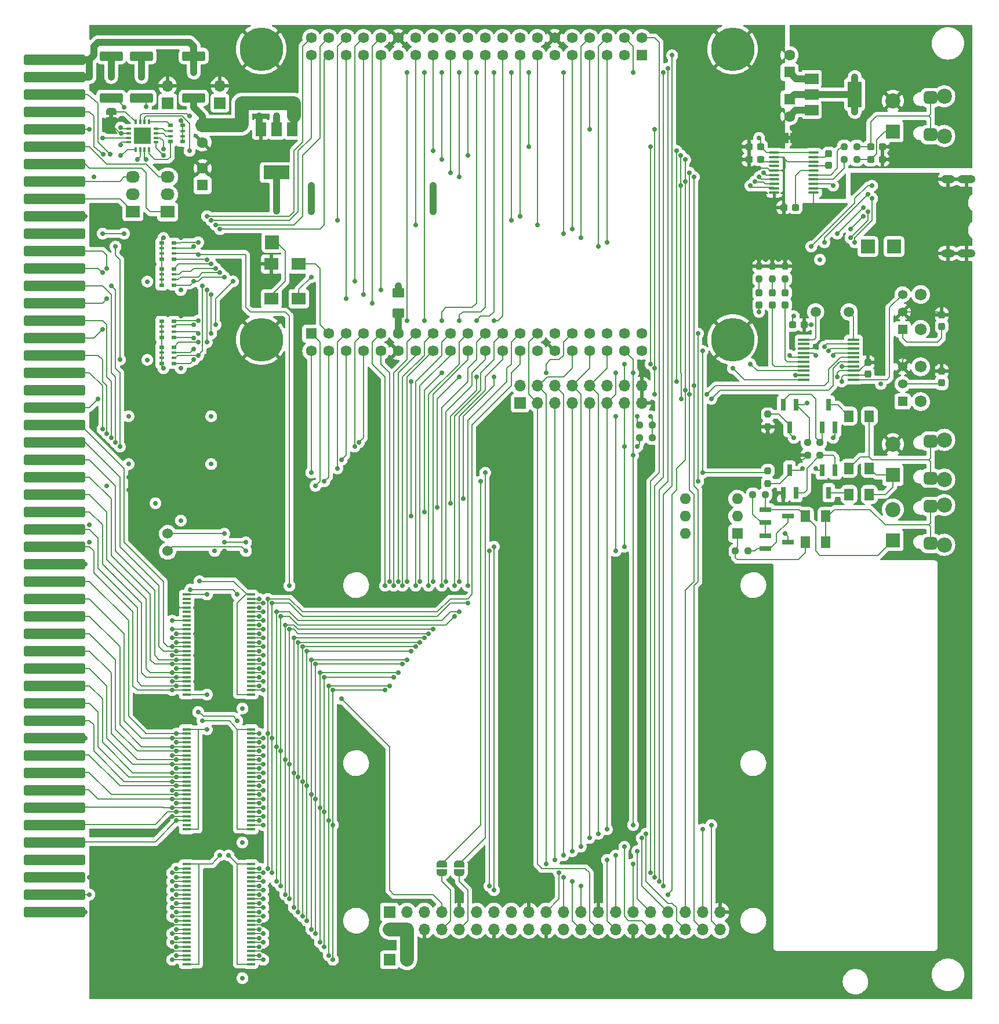
<source format=gbl>
G04 #@! TF.GenerationSoftware,KiCad,Pcbnew,(6.0.5-0)*
G04 #@! TF.CreationDate,2022-09-21T23:29:34+09:00*
G04 #@! TF.ProjectId,kepler-x,6b65706c-6572-42d7-982e-6b696361645f,rev?*
G04 #@! TF.SameCoordinates,Original*
G04 #@! TF.FileFunction,Copper,L4,Bot*
G04 #@! TF.FilePolarity,Positive*
%FSLAX46Y46*%
G04 Gerber Fmt 4.6, Leading zero omitted, Abs format (unit mm)*
G04 Created by KiCad (PCBNEW (6.0.5-0)) date 2022-09-21 23:29:34*
%MOMM*%
%LPD*%
G01*
G04 APERTURE LIST*
G04 Aperture macros list*
%AMRoundRect*
0 Rectangle with rounded corners*
0 $1 Rounding radius*
0 $2 $3 $4 $5 $6 $7 $8 $9 X,Y pos of 4 corners*
0 Add a 4 corners polygon primitive as box body*
4,1,4,$2,$3,$4,$5,$6,$7,$8,$9,$2,$3,0*
0 Add four circle primitives for the rounded corners*
1,1,$1+$1,$2,$3*
1,1,$1+$1,$4,$5*
1,1,$1+$1,$6,$7*
1,1,$1+$1,$8,$9*
0 Add four rect primitives between the rounded corners*
20,1,$1+$1,$2,$3,$4,$5,0*
20,1,$1+$1,$4,$5,$6,$7,0*
20,1,$1+$1,$6,$7,$8,$9,0*
20,1,$1+$1,$8,$9,$2,$3,0*%
%AMFreePoly0*
4,1,22,0.500000,-0.750000,0.000000,-0.750000,0.000000,-0.745033,-0.079941,-0.743568,-0.215256,-0.701293,-0.333266,-0.622738,-0.424486,-0.514219,-0.481581,-0.384460,-0.499164,-0.250000,-0.500000,-0.250000,-0.500000,0.250000,-0.499164,0.250000,-0.499963,0.256109,-0.478152,0.396186,-0.417904,0.524511,-0.324060,0.630769,-0.204165,0.706417,-0.067858,0.745374,0.000000,0.744959,0.000000,0.750000,
0.500000,0.750000,0.500000,-0.750000,0.500000,-0.750000,$1*%
%AMFreePoly1*
4,1,20,0.000000,0.744959,0.073905,0.744508,0.209726,0.703889,0.328688,0.626782,0.421226,0.519385,0.479903,0.390333,0.500000,0.250000,0.500000,-0.250000,0.499851,-0.262216,0.476331,-0.402017,0.414519,-0.529596,0.319384,-0.634700,0.198574,-0.708877,0.061801,-0.746166,0.000000,-0.745033,0.000000,-0.750000,-0.500000,-0.750000,-0.500000,0.750000,0.000000,0.750000,0.000000,0.744959,
0.000000,0.744959,$1*%
G04 Aperture macros list end*
G04 #@! TA.AperFunction,ConnectorPad*
%ADD10RoundRect,0.300000X-4.200000X-0.450000X4.200000X-0.450000X4.200000X0.450000X-4.200000X0.450000X0*%
G04 #@! TD*
G04 #@! TA.AperFunction,ComponentPad*
%ADD11C,1.500000*%
G04 #@! TD*
G04 #@! TA.AperFunction,ComponentPad*
%ADD12R,1.358000X1.358000*%
G04 #@! TD*
G04 #@! TA.AperFunction,ComponentPad*
%ADD13C,1.358000*%
G04 #@! TD*
G04 #@! TA.AperFunction,ComponentPad*
%ADD14C,1.725000*%
G04 #@! TD*
G04 #@! TA.AperFunction,ComponentPad*
%ADD15R,1.700000X1.700000*%
G04 #@! TD*
G04 #@! TA.AperFunction,ComponentPad*
%ADD16O,1.700000X1.700000*%
G04 #@! TD*
G04 #@! TA.AperFunction,ComponentPad*
%ADD17R,2.032000X1.727200*%
G04 #@! TD*
G04 #@! TA.AperFunction,ComponentPad*
%ADD18O,2.032000X1.727200*%
G04 #@! TD*
G04 #@! TA.AperFunction,ComponentPad*
%ADD19R,1.600000X1.600000*%
G04 #@! TD*
G04 #@! TA.AperFunction,ComponentPad*
%ADD20O,1.600000X1.600000*%
G04 #@! TD*
G04 #@! TA.AperFunction,ComponentPad*
%ADD21R,2.000000X2.000000*%
G04 #@! TD*
G04 #@! TA.AperFunction,ComponentPad*
%ADD22R,1.590000X1.590000*%
G04 #@! TD*
G04 #@! TA.AperFunction,ComponentPad*
%ADD23C,1.590000*%
G04 #@! TD*
G04 #@! TA.AperFunction,ComponentPad*
%ADD24C,6.350000*%
G04 #@! TD*
G04 #@! TA.AperFunction,ComponentPad*
%ADD25O,2.000000X1.250000*%
G04 #@! TD*
G04 #@! TA.AperFunction,ComponentPad*
%ADD26O,2.600000X1.220000*%
G04 #@! TD*
G04 #@! TA.AperFunction,ComponentPad*
%ADD27O,2.600000X1.200000*%
G04 #@! TD*
G04 #@! TA.AperFunction,ComponentPad*
%ADD28O,2.000000X1.200000*%
G04 #@! TD*
G04 #@! TA.AperFunction,ComponentPad*
%ADD29R,2.100000X2.100000*%
G04 #@! TD*
G04 #@! TA.AperFunction,ComponentPad*
%ADD30C,2.200000*%
G04 #@! TD*
G04 #@! TA.AperFunction,ComponentPad*
%ADD31RoundRect,0.450000X0.550000X0.450000X-0.550000X0.450000X-0.550000X-0.450000X0.550000X-0.450000X0*%
G04 #@! TD*
G04 #@! TA.AperFunction,ComponentPad*
%ADD32C,1.524000*%
G04 #@! TD*
G04 #@! TA.AperFunction,ComponentPad*
%ADD33C,1.600000*%
G04 #@! TD*
G04 #@! TA.AperFunction,SMDPad,CuDef*
%ADD34RoundRect,0.237500X-0.250000X-0.237500X0.250000X-0.237500X0.250000X0.237500X-0.250000X0.237500X0*%
G04 #@! TD*
G04 #@! TA.AperFunction,SMDPad,CuDef*
%ADD35RoundRect,0.237500X0.250000X0.237500X-0.250000X0.237500X-0.250000X-0.237500X0.250000X-0.237500X0*%
G04 #@! TD*
G04 #@! TA.AperFunction,SMDPad,CuDef*
%ADD36R,0.800000X1.800000*%
G04 #@! TD*
G04 #@! TA.AperFunction,SMDPad,CuDef*
%ADD37FreePoly0,90.000000*%
G04 #@! TD*
G04 #@! TA.AperFunction,SMDPad,CuDef*
%ADD38FreePoly1,90.000000*%
G04 #@! TD*
G04 #@! TA.AperFunction,SMDPad,CuDef*
%ADD39R,1.651000X0.431800*%
G04 #@! TD*
G04 #@! TA.AperFunction,SMDPad,CuDef*
%ADD40RoundRect,0.250001X-0.462499X-0.624999X0.462499X-0.624999X0.462499X0.624999X-0.462499X0.624999X0*%
G04 #@! TD*
G04 #@! TA.AperFunction,SMDPad,CuDef*
%ADD41RoundRect,0.249999X-1.425001X0.450001X-1.425001X-0.450001X1.425001X-0.450001X1.425001X0.450001X0*%
G04 #@! TD*
G04 #@! TA.AperFunction,SMDPad,CuDef*
%ADD42RoundRect,0.250001X0.462499X0.624999X-0.462499X0.624999X-0.462499X-0.624999X0.462499X-0.624999X0*%
G04 #@! TD*
G04 #@! TA.AperFunction,SMDPad,CuDef*
%ADD43RoundRect,0.237500X-0.237500X0.300000X-0.237500X-0.300000X0.237500X-0.300000X0.237500X0.300000X0*%
G04 #@! TD*
G04 #@! TA.AperFunction,SMDPad,CuDef*
%ADD44R,0.800000X0.500000*%
G04 #@! TD*
G04 #@! TA.AperFunction,SMDPad,CuDef*
%ADD45R,0.800000X0.400000*%
G04 #@! TD*
G04 #@! TA.AperFunction,SMDPad,CuDef*
%ADD46RoundRect,0.237500X-0.237500X0.287500X-0.237500X-0.287500X0.237500X-0.287500X0.237500X0.287500X0*%
G04 #@! TD*
G04 #@! TA.AperFunction,SMDPad,CuDef*
%ADD47RoundRect,0.237500X0.237500X-0.250000X0.237500X0.250000X-0.237500X0.250000X-0.237500X-0.250000X0*%
G04 #@! TD*
G04 #@! TA.AperFunction,SMDPad,CuDef*
%ADD48R,2.000000X1.800000*%
G04 #@! TD*
G04 #@! TA.AperFunction,SMDPad,CuDef*
%ADD49R,1.200000X0.400000*%
G04 #@! TD*
G04 #@! TA.AperFunction,SMDPad,CuDef*
%ADD50RoundRect,0.237500X0.300000X0.237500X-0.300000X0.237500X-0.300000X-0.237500X0.300000X-0.237500X0*%
G04 #@! TD*
G04 #@! TA.AperFunction,SMDPad,CuDef*
%ADD51RoundRect,0.250001X0.624999X-0.462499X0.624999X0.462499X-0.624999X0.462499X-0.624999X-0.462499X0*%
G04 #@! TD*
G04 #@! TA.AperFunction,SMDPad,CuDef*
%ADD52R,2.000000X1.500000*%
G04 #@! TD*
G04 #@! TA.AperFunction,SMDPad,CuDef*
%ADD53R,2.000000X3.800000*%
G04 #@! TD*
G04 #@! TA.AperFunction,SMDPad,CuDef*
%ADD54RoundRect,0.237500X0.237500X-0.300000X0.237500X0.300000X-0.237500X0.300000X-0.237500X-0.300000X0*%
G04 #@! TD*
G04 #@! TA.AperFunction,SMDPad,CuDef*
%ADD55RoundRect,0.237500X-0.237500X0.250000X-0.237500X-0.250000X0.237500X-0.250000X0.237500X0.250000X0*%
G04 #@! TD*
G04 #@! TA.AperFunction,SMDPad,CuDef*
%ADD56RoundRect,0.100000X0.637500X0.100000X-0.637500X0.100000X-0.637500X-0.100000X0.637500X-0.100000X0*%
G04 #@! TD*
G04 #@! TA.AperFunction,SMDPad,CuDef*
%ADD57R,0.800000X0.350000*%
G04 #@! TD*
G04 #@! TA.AperFunction,SMDPad,CuDef*
%ADD58R,0.350000X0.800000*%
G04 #@! TD*
G04 #@! TA.AperFunction,SMDPad,CuDef*
%ADD59R,1.250000X1.250000*%
G04 #@! TD*
G04 #@! TA.AperFunction,SMDPad,CuDef*
%ADD60FreePoly0,0.000000*%
G04 #@! TD*
G04 #@! TA.AperFunction,SMDPad,CuDef*
%ADD61FreePoly1,0.000000*%
G04 #@! TD*
G04 #@! TA.AperFunction,SMDPad,CuDef*
%ADD62R,1.800000X0.800000*%
G04 #@! TD*
G04 #@! TA.AperFunction,SMDPad,CuDef*
%ADD63RoundRect,0.237500X-0.300000X-0.237500X0.300000X-0.237500X0.300000X0.237500X-0.300000X0.237500X0*%
G04 #@! TD*
G04 #@! TA.AperFunction,SMDPad,CuDef*
%ADD64R,1.500000X2.000000*%
G04 #@! TD*
G04 #@! TA.AperFunction,SMDPad,CuDef*
%ADD65R,3.800000X2.000000*%
G04 #@! TD*
G04 #@! TA.AperFunction,SMDPad,CuDef*
%ADD66FreePoly0,270.000000*%
G04 #@! TD*
G04 #@! TA.AperFunction,SMDPad,CuDef*
%ADD67FreePoly1,270.000000*%
G04 #@! TD*
G04 #@! TA.AperFunction,ViaPad*
%ADD68C,0.700000*%
G04 #@! TD*
G04 #@! TA.AperFunction,Conductor*
%ADD69C,0.200000*%
G04 #@! TD*
G04 #@! TA.AperFunction,Conductor*
%ADD70C,0.250000*%
G04 #@! TD*
G04 #@! TA.AperFunction,Conductor*
%ADD71C,1.000000*%
G04 #@! TD*
G04 #@! TA.AperFunction,Conductor*
%ADD72C,2.000000*%
G04 #@! TD*
G04 APERTURE END LIST*
G36*
X143125000Y-51100000D02*
G01*
X142625000Y-51100000D01*
X142625000Y-50500000D01*
X143125000Y-50500000D01*
X143125000Y-51100000D01*
G37*
G36*
X44115000Y-47860000D02*
G01*
X43515000Y-47860000D01*
X43515000Y-47360000D01*
X44115000Y-47360000D01*
X44115000Y-47860000D01*
G37*
D10*
X35555000Y-163830000D03*
X35555000Y-161290000D03*
X35555000Y-158750000D03*
X35555000Y-156210000D03*
X35555000Y-153670000D03*
X35555000Y-151130000D03*
X35555000Y-148590000D03*
X35555000Y-146050000D03*
X35555000Y-143510000D03*
X35555000Y-140970000D03*
X35555000Y-138430000D03*
X35555000Y-135890000D03*
X35555000Y-133350000D03*
X35555000Y-130810000D03*
X35555000Y-128270000D03*
X35555000Y-125730000D03*
X35555000Y-123190000D03*
X35555000Y-120650000D03*
X35555000Y-118110000D03*
X35555000Y-115570000D03*
X35555000Y-113030000D03*
X35555000Y-110490000D03*
X35555000Y-107950000D03*
X35555000Y-105410000D03*
X35555000Y-102870000D03*
X35555000Y-100330000D03*
X35555000Y-97790000D03*
X35555000Y-95250000D03*
X35555000Y-92710000D03*
X35555000Y-90170000D03*
X35555000Y-87630000D03*
X35555000Y-85090000D03*
X35555000Y-82550000D03*
X35555000Y-80010000D03*
X35555000Y-77470000D03*
X35555000Y-74930000D03*
X35555000Y-72390000D03*
X35555000Y-69850000D03*
X35555000Y-67310000D03*
X35555000Y-64770000D03*
X35555000Y-62230000D03*
X35555000Y-59690000D03*
X35555000Y-57150000D03*
X35555000Y-54610000D03*
X35555000Y-52070000D03*
X35555000Y-49530000D03*
X35555000Y-46990000D03*
X35555000Y-44450000D03*
X35555000Y-41910000D03*
X35555000Y-39370000D03*
D11*
X146685000Y-76200000D03*
X151565000Y-76200000D03*
D12*
X159385010Y-78740000D03*
D13*
X159385010Y-76200000D03*
X159385010Y-73660000D03*
D14*
X162005010Y-78740000D03*
X162005010Y-73660000D03*
D12*
X159385010Y-89297510D03*
D13*
X159385010Y-86757510D03*
X159385010Y-84217510D03*
D14*
X162005010Y-89297510D03*
X162005010Y-84217510D03*
D15*
X103520000Y-89540000D03*
D16*
X103520000Y-87000000D03*
X106060000Y-89540000D03*
X106060000Y-87000000D03*
X108600000Y-89540000D03*
X108600000Y-87000000D03*
X111140000Y-89540000D03*
X111140000Y-87000000D03*
X113680000Y-89540000D03*
X113680000Y-87000000D03*
X116220000Y-89540000D03*
X116220000Y-87000000D03*
X118760000Y-89540000D03*
X118760000Y-87000000D03*
X121300000Y-89540000D03*
X121300000Y-87000000D03*
D17*
X46990000Y-61595000D03*
D18*
X46990000Y-59055000D03*
X46990000Y-56515000D03*
D19*
X135245000Y-108570000D03*
D20*
X135245000Y-106030000D03*
X135245000Y-103490000D03*
X127625000Y-103490000D03*
X127625000Y-106030000D03*
X127625000Y-108570000D03*
D17*
X52070000Y-61605000D03*
D18*
X52070000Y-59065000D03*
X52070000Y-56525000D03*
D15*
X84450000Y-170815000D03*
D16*
X86990000Y-170815000D03*
D21*
X158115000Y-66675000D03*
D22*
X121285000Y-38735000D03*
D23*
X121285000Y-36195000D03*
X118745000Y-38735000D03*
X118745000Y-36195000D03*
X116205000Y-38735000D03*
X116205000Y-36195000D03*
X113665000Y-38735000D03*
X113665000Y-36195000D03*
X111125000Y-38735000D03*
X111125000Y-36195000D03*
X108585000Y-38735000D03*
X108585000Y-36195000D03*
X106045000Y-38735000D03*
X106045000Y-36195000D03*
X103505000Y-38735000D03*
X103505000Y-36195000D03*
X100965000Y-38735000D03*
X100965000Y-36195000D03*
X98425000Y-38735000D03*
X98425000Y-36195000D03*
X95885000Y-38735000D03*
X95885000Y-36195000D03*
X93345000Y-38735000D03*
X93345000Y-36195000D03*
X90805000Y-38735000D03*
X90805000Y-36195000D03*
X88265000Y-38735000D03*
X88265000Y-36195000D03*
X85725000Y-38735000D03*
X85725000Y-36195000D03*
X83185000Y-38735000D03*
X83185000Y-36195000D03*
X80645000Y-38735000D03*
X80645000Y-36195000D03*
X78105000Y-38735000D03*
X78105000Y-36195000D03*
X75565000Y-38735000D03*
X75565000Y-36195000D03*
X73025000Y-38735000D03*
X73025000Y-36195000D03*
D22*
X73025000Y-79375000D03*
D23*
X73025000Y-81915000D03*
X75565000Y-79375000D03*
X75565000Y-81915000D03*
X78105000Y-79375000D03*
X78105000Y-81915000D03*
X80645000Y-79375000D03*
X80645000Y-81915000D03*
X83185000Y-79375000D03*
X83185000Y-81915000D03*
X85725000Y-79375000D03*
X85725000Y-81915000D03*
X88265000Y-79375000D03*
X88265000Y-81915000D03*
X90805000Y-79375000D03*
X90805000Y-81915000D03*
X93345000Y-79375000D03*
X93345000Y-81915000D03*
X95885000Y-79375000D03*
X95885000Y-81915000D03*
X98425000Y-79375000D03*
X98425000Y-81915000D03*
X100965000Y-79375000D03*
X100965000Y-81915000D03*
X103505000Y-79375000D03*
X103505000Y-81915000D03*
X106045000Y-79375000D03*
X106045000Y-81915000D03*
X108585000Y-79375000D03*
X108585000Y-81915000D03*
X111125000Y-79375000D03*
X111125000Y-81915000D03*
X113665000Y-79375000D03*
X113665000Y-81915000D03*
X116205000Y-79375000D03*
X116205000Y-81915000D03*
X118745000Y-79375000D03*
X118745000Y-81915000D03*
X121285000Y-79375000D03*
X121285000Y-81915000D03*
D24*
X134570000Y-37845000D03*
X134570000Y-80265000D03*
X65740000Y-37845000D03*
X65740000Y-80265000D03*
D25*
X166020000Y-56805000D03*
D26*
X168720000Y-56805000D03*
D27*
X168720000Y-67655000D03*
D28*
X166020000Y-67655000D03*
D29*
X157965000Y-49875000D03*
D30*
X157965000Y-45375000D03*
X165465000Y-44725000D03*
X165465000Y-50525000D03*
D31*
X163465000Y-50325000D03*
X163465000Y-44925000D03*
D15*
X59690000Y-45720000D03*
D16*
X59690000Y-43180000D03*
D32*
X52070000Y-108585000D03*
X52050000Y-111125000D03*
D19*
X142875000Y-41210113D03*
D33*
X142875000Y-38710113D03*
D29*
X157965000Y-100040000D03*
D30*
X157965000Y-95540000D03*
X165465000Y-100690000D03*
X165465000Y-94890000D03*
D31*
X163465000Y-100490000D03*
X163465000Y-95090000D03*
D29*
X157965000Y-109565000D03*
D30*
X157965000Y-105065000D03*
D31*
X163465000Y-104615000D03*
D30*
X165465000Y-110215000D03*
D31*
X163465000Y-110015000D03*
D30*
X165465000Y-104415000D03*
D21*
X154305000Y-66675000D03*
D15*
X84455000Y-163830000D03*
D16*
X84455000Y-166370000D03*
X86995000Y-163830000D03*
X86995000Y-166370000D03*
X89535000Y-163830000D03*
X89535000Y-166370000D03*
X92075000Y-163830000D03*
X92075000Y-166370000D03*
X94615000Y-163830000D03*
X94615000Y-166370000D03*
X97155000Y-163830000D03*
X97155000Y-166370000D03*
X99695000Y-163830000D03*
X99695000Y-166370000D03*
X102235000Y-163830000D03*
X102235000Y-166370000D03*
X104775000Y-163830000D03*
X104775000Y-166370000D03*
X107315000Y-163830000D03*
X107315000Y-166370000D03*
X109855000Y-163830000D03*
X109855000Y-166370000D03*
X112395000Y-163830000D03*
X112395000Y-166370000D03*
X114935000Y-163830000D03*
X114935000Y-166370000D03*
X117475000Y-163830000D03*
X117475000Y-166370000D03*
X120015000Y-163830000D03*
X120015000Y-166370000D03*
X122555000Y-163830000D03*
X122555000Y-166370000D03*
X125095000Y-163830000D03*
X125095000Y-166370000D03*
X127635000Y-163830000D03*
X127635000Y-166370000D03*
X130175000Y-163830000D03*
X130175000Y-166370000D03*
X132715000Y-163830000D03*
X132715000Y-166370000D03*
D19*
X57150000Y-48959888D03*
D33*
X57150000Y-51459888D03*
D19*
X142875000Y-45149888D03*
D33*
X142875000Y-47649888D03*
D19*
X57150000Y-57720113D03*
D33*
X57150000Y-55220113D03*
D15*
X52070000Y-45720000D03*
D16*
X52070000Y-43180000D03*
D34*
X145495000Y-95250000D03*
X147320000Y-95250000D03*
D35*
X147320000Y-97155000D03*
X145495000Y-97155000D03*
D36*
X147640000Y-99315000D03*
X149540000Y-99315000D03*
X148590000Y-102615000D03*
D37*
X94615000Y-158130000D03*
D38*
X94615000Y-156830000D03*
D39*
X144957800Y-86110000D03*
X144957800Y-85459999D03*
X144957800Y-84810001D03*
X144957800Y-84159999D03*
X144957800Y-83510001D03*
X144957800Y-82860002D03*
X144957800Y-82210001D03*
X144957800Y-81560002D03*
X144957800Y-80910001D03*
X144957800Y-80260002D03*
X152222200Y-80260000D03*
X152222200Y-80909998D03*
X152222200Y-81559999D03*
X152222200Y-82209998D03*
X152222200Y-82859999D03*
X152222200Y-83509998D03*
X152222200Y-84159999D03*
X152222200Y-84809998D03*
X152222200Y-85459999D03*
X152222200Y-86109998D03*
D40*
X145197500Y-106045000D03*
X148172500Y-106045000D03*
D41*
X48260000Y-38860000D03*
X48260000Y-44960000D03*
D42*
X154522500Y-91440000D03*
X151547500Y-91440000D03*
D43*
X148590000Y-53112500D03*
X148590000Y-54837500D03*
D44*
X52970000Y-81350000D03*
D45*
X52970000Y-82150000D03*
X52970000Y-82950000D03*
D44*
X52970000Y-83750000D03*
X51170000Y-83750000D03*
D45*
X51170000Y-82950000D03*
X51170000Y-82150000D03*
D44*
X51170000Y-81350000D03*
D46*
X142240000Y-73420000D03*
X142240000Y-75170000D03*
D47*
X140335000Y-71397500D03*
X140335000Y-69572500D03*
D48*
X67215000Y-74295000D03*
X67215000Y-69215000D03*
X71215000Y-69215000D03*
X71215000Y-74295000D03*
D36*
X143825000Y-102615000D03*
X141925000Y-102615000D03*
X142875000Y-99315000D03*
D49*
X54811200Y-171450000D03*
X54811200Y-170815000D03*
X54811200Y-170180000D03*
X54811200Y-169545000D03*
X54811200Y-168910000D03*
X54811200Y-168275000D03*
X54811200Y-167640000D03*
X54811200Y-167005000D03*
X54811200Y-166370000D03*
X54811200Y-165735000D03*
X54811200Y-165100000D03*
X54811200Y-164465000D03*
X54811200Y-163830000D03*
X54811200Y-163195000D03*
X54811200Y-162560000D03*
X54811200Y-161925000D03*
X54811200Y-161290000D03*
X54811200Y-160655000D03*
X54811200Y-160020000D03*
X54811200Y-159385000D03*
X54811200Y-158750000D03*
X54811200Y-158115000D03*
X54811200Y-157480000D03*
X54811200Y-156845000D03*
X64211200Y-156845000D03*
X64211200Y-157480000D03*
X64211200Y-158115000D03*
X64211200Y-158750000D03*
X64211200Y-159385000D03*
X64211200Y-160020000D03*
X64211200Y-160655000D03*
X64211200Y-161290000D03*
X64211200Y-161925000D03*
X64211200Y-162560000D03*
X64211200Y-163195000D03*
X64211200Y-163830000D03*
X64211200Y-164465000D03*
X64211200Y-165100000D03*
X64211200Y-165735000D03*
X64211200Y-166370000D03*
X64211200Y-167005000D03*
X64211200Y-167640000D03*
X64211200Y-168275000D03*
X64211200Y-168910000D03*
X64211200Y-169545000D03*
X64211200Y-170180000D03*
X64211200Y-170815000D03*
X64211200Y-171450000D03*
D50*
X156437500Y-53975000D03*
X154712500Y-53975000D03*
D36*
X149540000Y-93090000D03*
X147640000Y-93090000D03*
X148590000Y-89790000D03*
D34*
X150852500Y-52070000D03*
X152677500Y-52070000D03*
D51*
X85725000Y-76417500D03*
X85725000Y-73442500D03*
D49*
X54811200Y-151765000D03*
X54811200Y-151130000D03*
X54811200Y-150495000D03*
X54811200Y-149860000D03*
X54811200Y-149225000D03*
X54811200Y-148590000D03*
X54811200Y-147955000D03*
X54811200Y-147320000D03*
X54811200Y-146685000D03*
X54811200Y-146050000D03*
X54811200Y-145415000D03*
X54811200Y-144780000D03*
X54811200Y-144145000D03*
X54811200Y-143510000D03*
X54811200Y-142875000D03*
X54811200Y-142240000D03*
X54811200Y-141605000D03*
X54811200Y-140970000D03*
X54811200Y-140335000D03*
X54811200Y-139700000D03*
X54811200Y-139065000D03*
X54811200Y-138430000D03*
X54811200Y-137795000D03*
X54811200Y-137160000D03*
X64211200Y-137160000D03*
X64211200Y-137795000D03*
X64211200Y-138430000D03*
X64211200Y-139065000D03*
X64211200Y-139700000D03*
X64211200Y-140335000D03*
X64211200Y-140970000D03*
X64211200Y-141605000D03*
X64211200Y-142240000D03*
X64211200Y-142875000D03*
X64211200Y-143510000D03*
X64211200Y-144145000D03*
X64211200Y-144780000D03*
X64211200Y-145415000D03*
X64211200Y-146050000D03*
X64211200Y-146685000D03*
X64211200Y-147320000D03*
X64211200Y-147955000D03*
X64211200Y-148590000D03*
X64211200Y-149225000D03*
X64211200Y-149860000D03*
X64211200Y-150495000D03*
X64211200Y-151130000D03*
X64211200Y-151765000D03*
D52*
X146075000Y-46750000D03*
D53*
X152375000Y-44450000D03*
D52*
X146075000Y-44450000D03*
X146075000Y-42150000D03*
D54*
X165100000Y-86587500D03*
X165100000Y-84862500D03*
D44*
X52970000Y-77540000D03*
D45*
X52970000Y-78340000D03*
X52970000Y-79140000D03*
D44*
X52970000Y-79940000D03*
X51170000Y-79940000D03*
D45*
X51170000Y-79140000D03*
X51170000Y-78340000D03*
D44*
X51170000Y-77540000D03*
D55*
X139700000Y-91162500D03*
X139700000Y-92987500D03*
D34*
X150852500Y-53975000D03*
X152677500Y-53975000D03*
D35*
X122832500Y-92710000D03*
X121007500Y-92710000D03*
D21*
X67310000Y-66040000D03*
D56*
X146372500Y-52955000D03*
X146372500Y-53605000D03*
X146372500Y-54255000D03*
X146372500Y-54905000D03*
X146372500Y-55555000D03*
X146372500Y-56205000D03*
X146372500Y-56855000D03*
X146372500Y-57505000D03*
X146372500Y-58155000D03*
X146372500Y-58805000D03*
X140647500Y-58805000D03*
X140647500Y-58155000D03*
X140647500Y-57505000D03*
X140647500Y-56855000D03*
X140647500Y-56205000D03*
X140647500Y-55555000D03*
X140647500Y-54905000D03*
X140647500Y-54255000D03*
X140647500Y-53605000D03*
X140647500Y-52955000D03*
D57*
X46355000Y-51450000D03*
X46355000Y-50800000D03*
X46355000Y-50150000D03*
X46355000Y-49500000D03*
D58*
X47380000Y-48475000D03*
X48030000Y-48475000D03*
X48680000Y-48475000D03*
X49330000Y-48475000D03*
D57*
X50355000Y-49500000D03*
X50355000Y-50150000D03*
X50355000Y-50800000D03*
X50355000Y-51450000D03*
D58*
X49330000Y-52475000D03*
X48680000Y-52475000D03*
X48030000Y-52475000D03*
X47380000Y-52475000D03*
D59*
X48980000Y-49850000D03*
X48980000Y-51100000D03*
X47730000Y-49850000D03*
X47730000Y-51100000D03*
D46*
X140335000Y-73420000D03*
X140335000Y-75170000D03*
X138430000Y-73420000D03*
X138430000Y-75170000D03*
D60*
X142225000Y-50800000D03*
D61*
X143525000Y-50800000D03*
D34*
X137517500Y-102870000D03*
X139342500Y-102870000D03*
D62*
X139320000Y-106995000D03*
X139320000Y-105095000D03*
X142620000Y-106045000D03*
D40*
X151547500Y-102870000D03*
X154522500Y-102870000D03*
D36*
X141925000Y-89790000D03*
X143825000Y-89790000D03*
X142875000Y-93090000D03*
D50*
X143737500Y-60960000D03*
X142012500Y-60960000D03*
D63*
X143282500Y-78105000D03*
X145007500Y-78105000D03*
D34*
X134977500Y-111125000D03*
X136802500Y-111125000D03*
D41*
X43815000Y-38860000D03*
X43815000Y-44960000D03*
D63*
X154712500Y-52070000D03*
X156437500Y-52070000D03*
D47*
X138430000Y-71397500D03*
X138430000Y-69572500D03*
D55*
X139700000Y-99417500D03*
X139700000Y-101242500D03*
D35*
X122832500Y-94615000D03*
X121007500Y-94615000D03*
D49*
X54811200Y-132080000D03*
X54811200Y-131445000D03*
X54811200Y-130810000D03*
X54811200Y-130175000D03*
X54811200Y-129540000D03*
X54811200Y-128905000D03*
X54811200Y-128270000D03*
X54811200Y-127635000D03*
X54811200Y-127000000D03*
X54811200Y-126365000D03*
X54811200Y-125730000D03*
X54811200Y-125095000D03*
X54811200Y-124460000D03*
X54811200Y-123825000D03*
X54811200Y-123190000D03*
X54811200Y-122555000D03*
X54811200Y-121920000D03*
X54811200Y-121285000D03*
X54811200Y-120650000D03*
X54811200Y-120015000D03*
X54811200Y-119380000D03*
X54811200Y-118745000D03*
X54811200Y-118110000D03*
X54811200Y-117475000D03*
X64211200Y-117475000D03*
X64211200Y-118110000D03*
X64211200Y-118745000D03*
X64211200Y-119380000D03*
X64211200Y-120015000D03*
X64211200Y-120650000D03*
X64211200Y-121285000D03*
X64211200Y-121920000D03*
X64211200Y-122555000D03*
X64211200Y-123190000D03*
X64211200Y-123825000D03*
X64211200Y-124460000D03*
X64211200Y-125095000D03*
X64211200Y-125730000D03*
X64211200Y-126365000D03*
X64211200Y-127000000D03*
X64211200Y-127635000D03*
X64211200Y-128270000D03*
X64211200Y-128905000D03*
X64211200Y-129540000D03*
X64211200Y-130175000D03*
X64211200Y-130810000D03*
X64211200Y-131445000D03*
X64211200Y-132080000D03*
D37*
X92075000Y-158130000D03*
D38*
X92075000Y-156830000D03*
D44*
X52970000Y-66110000D03*
D45*
X52970000Y-66910000D03*
X52970000Y-67710000D03*
D44*
X52970000Y-68510000D03*
X51170000Y-68510000D03*
D45*
X51170000Y-67710000D03*
X51170000Y-66910000D03*
D44*
X51170000Y-66110000D03*
D40*
X151547500Y-99060000D03*
X154522500Y-99060000D03*
D44*
X52440000Y-51365000D03*
D45*
X52440000Y-50565000D03*
X52440000Y-49765000D03*
D44*
X52440000Y-48965000D03*
X54240000Y-48965000D03*
D45*
X54240000Y-49765000D03*
X54240000Y-50565000D03*
D44*
X54240000Y-51365000D03*
D54*
X165100000Y-78332500D03*
X165100000Y-76607500D03*
D50*
X138657500Y-52070000D03*
X136932500Y-52070000D03*
D54*
X154305000Y-85317500D03*
X154305000Y-83592500D03*
D47*
X142240000Y-71397500D03*
X142240000Y-69572500D03*
D40*
X145197500Y-109855000D03*
X148172500Y-109855000D03*
D64*
X65645000Y-49555000D03*
X67945000Y-49555000D03*
D65*
X67945000Y-55855000D03*
D64*
X70245000Y-49555000D03*
D62*
X139320000Y-110805000D03*
X139320000Y-108905000D03*
X142620000Y-109855000D03*
D66*
X43815000Y-46960000D03*
D67*
X43815000Y-48260000D03*
D41*
X55880000Y-38860000D03*
X55880000Y-44960000D03*
D50*
X138657500Y-53975000D03*
X136932500Y-53975000D03*
D44*
X52970000Y-69920000D03*
D45*
X52970000Y-70720000D03*
X52970000Y-71520000D03*
D44*
X52970000Y-72320000D03*
X51170000Y-72320000D03*
D45*
X51170000Y-71520000D03*
X51170000Y-70720000D03*
D44*
X51170000Y-69920000D03*
D68*
X163400000Y-59264500D03*
X58420000Y-100330000D03*
X40005000Y-113030000D03*
X66040000Y-165735000D03*
X162600000Y-62600000D03*
X135890000Y-52070000D03*
X140970000Y-38735000D03*
X53340000Y-158750000D03*
X139700000Y-93980000D03*
X65405000Y-47625000D03*
X58420000Y-87630000D03*
X46355000Y-71755000D03*
X38735000Y-163830000D03*
X53340000Y-139065000D03*
X58420000Y-89535000D03*
X65405000Y-69215000D03*
X66040000Y-146050000D03*
X60325000Y-111125000D03*
X45260497Y-50150000D03*
X138430000Y-68580000D03*
X65786000Y-133096000D03*
X48350000Y-50500000D03*
X144145000Y-97790000D03*
X65405000Y-142875000D03*
X149860000Y-74295000D03*
X46355000Y-83185000D03*
X140647500Y-60637500D03*
X146050000Y-78105000D03*
X140970000Y-50800000D03*
X47450000Y-50500000D03*
X140335000Y-68580000D03*
X66040000Y-130175000D03*
X38735000Y-62230000D03*
X65786000Y-152654000D03*
X40005000Y-62230000D03*
X142240000Y-68580000D03*
X140970000Y-102870000D03*
X58420000Y-102235000D03*
X38735000Y-113030000D03*
X52705000Y-130175000D03*
X58420000Y-96520000D03*
X46355000Y-87630000D03*
X138430000Y-55245000D03*
X65405000Y-119380000D03*
X66040000Y-169545000D03*
X53340000Y-162560000D03*
X48350000Y-51350000D03*
X40005000Y-163830000D03*
X146685000Y-81280000D03*
X53340000Y-119380000D03*
X135890000Y-53975000D03*
X46355000Y-95885000D03*
X49250000Y-50500000D03*
X46355000Y-100330000D03*
X38735000Y-138430000D03*
X163600000Y-57400000D03*
X53086000Y-102870000D03*
X46355000Y-93345000D03*
X53340000Y-123190000D03*
X40005000Y-138430000D03*
X52705000Y-169545000D03*
X52705000Y-126365000D03*
X52705000Y-149860000D03*
X65405000Y-139065000D03*
X48350000Y-49600000D03*
X65405000Y-123190000D03*
X53975000Y-76835000D03*
X66040000Y-126365000D03*
X65405000Y-158750000D03*
X161600000Y-61000000D03*
X149860000Y-85725000D03*
X53975000Y-65405000D03*
X52705000Y-165735000D03*
X46355000Y-89535000D03*
X65405000Y-162560000D03*
X40640000Y-158750000D03*
X46355000Y-102235000D03*
X140970000Y-47625000D03*
X66040000Y-149860000D03*
X53340000Y-142875000D03*
X52705000Y-146050000D03*
X164000000Y-63639500D03*
X65786000Y-172466000D03*
X58420000Y-93345000D03*
X52705000Y-170815000D03*
X53340000Y-170180000D03*
X53340000Y-168910000D03*
X52705000Y-168275000D03*
X52705000Y-167005000D03*
X53340000Y-166370000D03*
X53340000Y-165100000D03*
X52705000Y-164465000D03*
X53340000Y-163830000D03*
X52705000Y-163195000D03*
X52705000Y-161925000D03*
X53340000Y-161290000D03*
X53340000Y-160020000D03*
X52705000Y-159385000D03*
X52705000Y-158115000D03*
X53340000Y-157480000D03*
X62992000Y-134112000D03*
X45212000Y-53340000D03*
X53340000Y-167640000D03*
X62992000Y-153670000D03*
X73025000Y-59055000D03*
X53975000Y-84455000D03*
X65405000Y-128270000D03*
X58420000Y-98425000D03*
X58420000Y-91440000D03*
X73025000Y-61595000D03*
X53340000Y-128270000D03*
X73025000Y-71120000D03*
X138430000Y-50800000D03*
X143510000Y-76835000D03*
X45212000Y-49276000D03*
X122555000Y-91440000D03*
X66040000Y-121285000D03*
X73025000Y-57785000D03*
X53975000Y-73025000D03*
X150495000Y-86360000D03*
X46355000Y-91440000D03*
X52705000Y-121285000D03*
X73025000Y-60325000D03*
X67945000Y-57785000D03*
X90805000Y-57785000D03*
X62992000Y-173482000D03*
X67945000Y-47625000D03*
X65405000Y-167640000D03*
X58930000Y-111125000D03*
X52705000Y-140970000D03*
X53340000Y-147955000D03*
X52705000Y-160655000D03*
X67945000Y-61595000D03*
X50292000Y-104140000D03*
X90805000Y-61595000D03*
X53975000Y-106680000D03*
X65405000Y-147955000D03*
X90805000Y-60325000D03*
X53975000Y-48260000D03*
X66040000Y-140970000D03*
X67945000Y-60325000D03*
X66040000Y-160655000D03*
X51435000Y-65405000D03*
X51435000Y-84455000D03*
X67945000Y-59055000D03*
X90805000Y-59055000D03*
X146685000Y-82550000D03*
X46355000Y-98425000D03*
X152400000Y-46990000D03*
X149225000Y-57785000D03*
X152400000Y-41910000D03*
X55370000Y-116745498D03*
X62230000Y-117475000D03*
X62230000Y-135890000D03*
X56515000Y-134620000D03*
X56690353Y-115524199D03*
X57150000Y-135890000D03*
X57785000Y-137160000D03*
X57785000Y-132080000D03*
X57785000Y-117475000D03*
X147320000Y-68580000D03*
X85725000Y-72390000D03*
X51440373Y-52455124D03*
X49100412Y-71780677D03*
X70485000Y-47625000D03*
X49100412Y-83210677D03*
X156210000Y-86724020D03*
X145415000Y-89535000D03*
X53340000Y-150495000D03*
X53340000Y-149225000D03*
X52705000Y-148590000D03*
X52705000Y-147320000D03*
X53340000Y-146685000D03*
X53340000Y-145415000D03*
X52705000Y-144780000D03*
X53340000Y-144145000D03*
X52705000Y-143510000D03*
X52705000Y-142240000D03*
X53340000Y-141605000D03*
X53340000Y-140335000D03*
X52705000Y-139700000D03*
X52705000Y-138430000D03*
X53340000Y-137795000D03*
X52705000Y-131445000D03*
X53340000Y-130810000D03*
X53340000Y-129540000D03*
X52705000Y-128905000D03*
X52705000Y-127635000D03*
X53340000Y-127000000D03*
X53340000Y-125730000D03*
X52705000Y-125095000D03*
X60960000Y-155575000D03*
X60325000Y-108585000D03*
X59690000Y-155575000D03*
X87630000Y-106045000D03*
X89535000Y-41275000D03*
X87630000Y-86360000D03*
X55880000Y-83185000D03*
X89535000Y-77470000D03*
X92075000Y-77470000D03*
X97155000Y-41275000D03*
X92075000Y-85090000D03*
X89535000Y-105410000D03*
X94615000Y-77470000D03*
X91440000Y-104775000D03*
X94615000Y-85725000D03*
X97155000Y-77470000D03*
X93345000Y-104140000D03*
X97155000Y-85725000D03*
X99695000Y-41275000D03*
X99695000Y-77470000D03*
X95250000Y-103505000D03*
X99695000Y-85725000D03*
X143775001Y-85459999D03*
X138430000Y-76200000D03*
X40640000Y-41910000D03*
X40640000Y-39370000D03*
X51435000Y-53340000D03*
X55880000Y-41275000D03*
X40640000Y-107315000D03*
X48260000Y-41910000D03*
X47625000Y-53975000D03*
X40640000Y-109855000D03*
X41275000Y-56515000D03*
X42545000Y-50800000D03*
X43815000Y-41910000D03*
X45720000Y-46355000D03*
X45212000Y-51816000D03*
X117475000Y-111125000D03*
X122555000Y-83820000D03*
X55245000Y-52705000D03*
X99060000Y-160020000D03*
X117475000Y-91440000D03*
X104775000Y-41275000D03*
X137160000Y-83820000D03*
X118745000Y-83820000D03*
X63500000Y-111125000D03*
X122555000Y-52070000D03*
X120650000Y-91440000D03*
X104775000Y-52070000D03*
X99060000Y-111125000D03*
X134620000Y-84455000D03*
X123190000Y-84455000D03*
X120650000Y-95885000D03*
X123190000Y-49530000D03*
X113665000Y-49530000D03*
X55245000Y-47625000D03*
X118745000Y-110490000D03*
X99695000Y-160655000D03*
X99695000Y-110490000D03*
X63500000Y-109855000D03*
X123190000Y-88265000D03*
X60325000Y-109855000D03*
X118745000Y-95885000D03*
X56515000Y-67800012D03*
X77470000Y-132715000D03*
X69850000Y-116205000D03*
X127635000Y-53975000D03*
X137795000Y-57150000D03*
X92075000Y-41275000D03*
X92075000Y-53975000D03*
X149225000Y-82550000D03*
X127660500Y-87630000D03*
X125095000Y-161290000D03*
X127635000Y-57150000D03*
X122555000Y-158115000D03*
X109220000Y-158115000D03*
X120015000Y-41275000D03*
X109855000Y-158750000D03*
X123190000Y-158750000D03*
X124460000Y-41275000D03*
X112395000Y-160020000D03*
X124460000Y-160020000D03*
X125730000Y-38735000D03*
X123825000Y-159385000D03*
X111125000Y-159385000D03*
X125095000Y-40640000D03*
X107315000Y-85090000D03*
X116205000Y-156210000D03*
X108585000Y-156210000D03*
X128270000Y-55880000D03*
X130810000Y-88265000D03*
X128270000Y-88265000D03*
X93345000Y-55880000D03*
X139065000Y-55880000D03*
X138430000Y-56515000D03*
X94615000Y-56515000D03*
X128905000Y-56515000D03*
X94615000Y-41275000D03*
X148567039Y-81892039D03*
X128905000Y-86995000D03*
X147955000Y-58420000D03*
X144780000Y-50800000D03*
X157480000Y-53975000D03*
X157480000Y-52070000D03*
X48895000Y-53975000D03*
X48895000Y-46228000D03*
X56515000Y-66040000D03*
X55880000Y-66675000D03*
X57785000Y-62230000D03*
X57785000Y-68580000D03*
X56515000Y-77470000D03*
X78105000Y-74295000D03*
X79375000Y-71755000D03*
X59055000Y-78105000D03*
X61595000Y-71755000D03*
X55880000Y-78105000D03*
X58420000Y-79375000D03*
X56515000Y-79375000D03*
X80645000Y-73660000D03*
X58420000Y-73660000D03*
X81915000Y-74930000D03*
X55880000Y-80010000D03*
X58420000Y-69215000D03*
X58420000Y-62865000D03*
X59055000Y-63500000D03*
X59055000Y-69850000D03*
X59690000Y-64135000D03*
X59690000Y-70485000D03*
X55880000Y-71755000D03*
X76835000Y-62865000D03*
X60325000Y-71120000D03*
X57785000Y-73025000D03*
X83185000Y-72999500D03*
X57785000Y-80645000D03*
X56515000Y-80645000D03*
X86995000Y-41275000D03*
X86995000Y-77470000D03*
X55880000Y-81599500D03*
X56515000Y-82550000D03*
X57150000Y-72390000D03*
X88265000Y-63500000D03*
X114935000Y-66675000D03*
X146050000Y-66675000D03*
X154940000Y-57785000D03*
X147955000Y-66040000D03*
X154285759Y-59055000D03*
X116205000Y-66040000D03*
X154940000Y-59625500D03*
X112395000Y-65405000D03*
X152400000Y-66040000D03*
X111125000Y-64135000D03*
X149860000Y-64770000D03*
X153670000Y-60960000D03*
X109855000Y-41275000D03*
X151765000Y-65405000D03*
X154305000Y-61595000D03*
X109855000Y-64770000D03*
X106045000Y-63500000D03*
X151765000Y-64135000D03*
X153670000Y-62230000D03*
X103505000Y-62230000D03*
X102235000Y-41275000D03*
X102235000Y-62865000D03*
X53340000Y-124460000D03*
X52705000Y-123825000D03*
X52705000Y-122555000D03*
X43815000Y-72390000D03*
X45085000Y-95885000D03*
X45714500Y-64770000D03*
X42545000Y-64770000D03*
X43180000Y-101600000D03*
X40640000Y-161290000D03*
X41910000Y-88900000D03*
X42545000Y-93345000D03*
X43180000Y-93980000D03*
X42545000Y-78740000D03*
X43815000Y-94615000D03*
X43180000Y-74295000D03*
X44450000Y-95250000D03*
X42545000Y-70485000D03*
X43180000Y-69850000D03*
X40640000Y-49530000D03*
X42672624Y-53212376D03*
X44450000Y-66675000D03*
X45085000Y-83185000D03*
X66040000Y-170815000D03*
X83820000Y-116205000D03*
X76200000Y-151130000D03*
X76200000Y-131445000D03*
X66040000Y-151130000D03*
X83820000Y-131445000D03*
X66040000Y-131445000D03*
X76200000Y-170815000D03*
X84455000Y-130810000D03*
X75565000Y-170180000D03*
X65405000Y-130810000D03*
X75565000Y-130810000D03*
X84455000Y-115570000D03*
X65405000Y-150495000D03*
X65405000Y-170180000D03*
X75565000Y-150495000D03*
X85090000Y-116205000D03*
X85090000Y-129540000D03*
X74930000Y-149225000D03*
X65405000Y-129540000D03*
X65405000Y-168910000D03*
X74930000Y-129540000D03*
X65405000Y-149225000D03*
X74930000Y-168910000D03*
X66040000Y-168275000D03*
X74295000Y-128905000D03*
X74295000Y-168275000D03*
X74295000Y-148590000D03*
X66040000Y-148590000D03*
X85725000Y-128905000D03*
X85725000Y-115570000D03*
X66040000Y-128905000D03*
X73660000Y-167005000D03*
X66040000Y-127635000D03*
X86360000Y-116205000D03*
X73660000Y-127635000D03*
X66040000Y-147320000D03*
X73660000Y-147320000D03*
X66040000Y-167005000D03*
X86360000Y-127635000D03*
X65405000Y-166370000D03*
X86995000Y-115570000D03*
X73025000Y-166370000D03*
X65405000Y-127000000D03*
X86995000Y-127000000D03*
X73025000Y-127000000D03*
X73025000Y-146685000D03*
X65405000Y-146685000D03*
X88265000Y-116205000D03*
X72390000Y-165100000D03*
X65405000Y-145415000D03*
X87630000Y-125730000D03*
X65405000Y-125730000D03*
X72390000Y-125730000D03*
X65405000Y-165100000D03*
X72390000Y-145415000D03*
X66040000Y-125095000D03*
X71755000Y-125095000D03*
X71755000Y-164465000D03*
X88265000Y-125095000D03*
X66040000Y-144780000D03*
X88900000Y-115570000D03*
X66040000Y-164465000D03*
X71755000Y-144780000D03*
X65405000Y-163830000D03*
X71120000Y-144145000D03*
X71120000Y-124460000D03*
X88900000Y-124460000D03*
X65405000Y-144145000D03*
X90170000Y-116205000D03*
X65405000Y-124460000D03*
X71120000Y-163830000D03*
X70485000Y-143510000D03*
X70485000Y-123825000D03*
X66040000Y-163195000D03*
X66040000Y-143510000D03*
X90805000Y-115570000D03*
X89535000Y-123825000D03*
X66040000Y-123825000D03*
X70485000Y-163195000D03*
X69850000Y-142240000D03*
X66040000Y-142240000D03*
X69850000Y-122555000D03*
X66040000Y-122555000D03*
X90170000Y-123190000D03*
X66040000Y-161925000D03*
X92075000Y-116205000D03*
X69850000Y-161925000D03*
X92710000Y-115570000D03*
X65405000Y-121920000D03*
X69215000Y-141605000D03*
X65405000Y-141605000D03*
X69215000Y-161290000D03*
X65405000Y-161290000D03*
X90805000Y-122555000D03*
X69215000Y-121920000D03*
X93980000Y-120650000D03*
X68580000Y-160020000D03*
X68580000Y-140335000D03*
X65405000Y-160020000D03*
X68580000Y-120650000D03*
X65405000Y-120650000D03*
X65405000Y-140335000D03*
X93980000Y-116205000D03*
X66040000Y-139700000D03*
X66040000Y-159385000D03*
X66040000Y-120015000D03*
X94615000Y-120015000D03*
X67945000Y-120015000D03*
X94615000Y-115570000D03*
X67945000Y-159385000D03*
X67945000Y-139700000D03*
X95885000Y-118745000D03*
X67310000Y-118745000D03*
X67310000Y-138430000D03*
X67310000Y-158115000D03*
X66040000Y-138430000D03*
X95885000Y-116205000D03*
X66040000Y-118745000D03*
X66040000Y-158115000D03*
X66675000Y-118110000D03*
X65405000Y-157480000D03*
X65405000Y-118110000D03*
X66675000Y-137795000D03*
X65405000Y-137795000D03*
X66675000Y-157480000D03*
X90805000Y-52705000D03*
X126365000Y-86360000D03*
X147955000Y-81280000D03*
X126365000Y-52705000D03*
X95885000Y-53340000D03*
X137160000Y-57785000D03*
X131445000Y-88900000D03*
X127025500Y-88900000D03*
X127000000Y-53340000D03*
X127000000Y-57785000D03*
X73660000Y-101600000D03*
X73025000Y-99695000D03*
X74930000Y-100965000D03*
X76835000Y-99060000D03*
X77470000Y-97790000D03*
X120015000Y-85090000D03*
X120015000Y-97155000D03*
X120015000Y-151130000D03*
X131445000Y-151130000D03*
X142875000Y-82550000D03*
X79375000Y-95885000D03*
X80010000Y-95250000D03*
X43687376Y-53212376D03*
X109855000Y-155575000D03*
X117475000Y-155575000D03*
X120015000Y-156845000D03*
X107315000Y-156845000D03*
X120650000Y-154940000D03*
X111125000Y-154940000D03*
X118745000Y-154305000D03*
X112395000Y-154305000D03*
X121285000Y-153035000D03*
X113665000Y-153035000D03*
X121920000Y-152400000D03*
X114935000Y-152400000D03*
X130175000Y-151765000D03*
X116205000Y-151765000D03*
X117475000Y-85090000D03*
X129540000Y-100965000D03*
X129514500Y-79375000D03*
X97790000Y-100965000D03*
X130175000Y-81915000D03*
X130175000Y-99695000D03*
X98425000Y-99695000D03*
X149225000Y-94615000D03*
X143510000Y-94615000D03*
X146685000Y-99060000D03*
X144780000Y-99060000D03*
X142240000Y-108585000D03*
X150495000Y-84200498D03*
D69*
X140970000Y-60960000D02*
X140647500Y-60637500D01*
X142240000Y-69572500D02*
X142240000Y-68580000D01*
X64211200Y-162560000D02*
X65405000Y-162560000D01*
X66040000Y-149860000D02*
X64183800Y-149860000D01*
X164465000Y-82550000D02*
X160020000Y-82550000D01*
X64135000Y-119380000D02*
X65405000Y-119380000D01*
X141925000Y-102615000D02*
X141225000Y-102615000D01*
X146404998Y-81560002D02*
X146685000Y-81280000D01*
X53340000Y-139065000D02*
X55321200Y-139065000D01*
X136932500Y-52070000D02*
X135890000Y-52070000D01*
X66116200Y-130175000D02*
X64211200Y-130175000D01*
X146372500Y-61907500D02*
X146050000Y-62230000D01*
X66040000Y-165735000D02*
X64308800Y-165735000D01*
X164872500Y-76607500D02*
X164465000Y-76200000D01*
X142240000Y-55245000D02*
X142240000Y-53975000D01*
X64135000Y-139065000D02*
X65405000Y-139065000D01*
X144957800Y-81560002D02*
X146404998Y-81560002D01*
X145007500Y-78105000D02*
X146050000Y-78105000D01*
X140335000Y-69572500D02*
X140335000Y-68580000D01*
X67215000Y-69215000D02*
X65405000Y-69215000D01*
X46355000Y-50150000D02*
X45087635Y-50150000D01*
X53340000Y-142875000D02*
X55321200Y-142875000D01*
X66040000Y-146050000D02*
X64183800Y-146050000D01*
X153087502Y-84809998D02*
X154305000Y-83592500D01*
X152222200Y-84809998D02*
X153087502Y-84809998D01*
X55321200Y-165735000D02*
X52705000Y-165735000D01*
X140647500Y-55555000D02*
X140023278Y-55555000D01*
X141870000Y-53605000D02*
X140647500Y-53605000D01*
X145495000Y-97155000D02*
X144860000Y-97790000D01*
X46355000Y-50150000D02*
X45260497Y-50150000D01*
X150140002Y-84809998D02*
X152222200Y-84809998D01*
X149860000Y-85090000D02*
X150140002Y-84809998D01*
X142240000Y-53975000D02*
X141870000Y-53605000D01*
X66040000Y-169545000D02*
X64308800Y-169545000D01*
D70*
X38735000Y-113030000D02*
X40005000Y-113030000D01*
D71*
X65405000Y-47625000D02*
X65405000Y-49315000D01*
D69*
X53340000Y-158750000D02*
X55321200Y-158750000D01*
X65405000Y-158750000D02*
X64211200Y-158750000D01*
X64135000Y-142875000D02*
X65405000Y-142875000D01*
X45070000Y-50150000D02*
X43815000Y-48895000D01*
X140647500Y-55555000D02*
X141930000Y-55555000D01*
X149860000Y-85725000D02*
X149860000Y-85090000D01*
X53340000Y-123190000D02*
X54811200Y-123190000D01*
X160020000Y-82550000D02*
X159385000Y-83185000D01*
X138430000Y-69572500D02*
X138430000Y-68580000D01*
X55321200Y-149860000D02*
X52705000Y-149860000D01*
X141930000Y-55555000D02*
X142240000Y-55245000D01*
X165100000Y-83185000D02*
X164465000Y-82550000D01*
X140647500Y-60637500D02*
X140647500Y-58805000D01*
X54811200Y-130175000D02*
X52705000Y-130175000D01*
X53340000Y-162560000D02*
X55321200Y-162560000D01*
X146372500Y-58805000D02*
X146372500Y-61907500D01*
X165100000Y-76607500D02*
X164872500Y-76607500D01*
X139713278Y-55245000D02*
X138430000Y-55245000D01*
X140647500Y-61907500D02*
X140647500Y-60637500D01*
X54811200Y-126365000D02*
X52724500Y-126365000D01*
X146372500Y-54255000D02*
X142520000Y-54255000D01*
X153117110Y-84809998D02*
X152222200Y-84809998D01*
X142520000Y-54255000D02*
X142240000Y-53975000D01*
X139700000Y-92987500D02*
X139700000Y-93980000D01*
X136932500Y-53975000D02*
X135890000Y-53975000D01*
X159385010Y-83185010D02*
X159385010Y-84217510D01*
X64135000Y-123190000D02*
X65405000Y-123190000D01*
X45260497Y-50150000D02*
X45180000Y-50230497D01*
X55321200Y-146050000D02*
X52705000Y-146050000D01*
D71*
X65405000Y-49315000D02*
X65645000Y-49555000D01*
D69*
X140970000Y-62230000D02*
X140647500Y-61907500D01*
X165100000Y-84862500D02*
X165100000Y-83185000D01*
X53340000Y-119380000D02*
X54811200Y-119380000D01*
D71*
X142225000Y-50800000D02*
X140970000Y-50800000D01*
D69*
X43815000Y-48260000D02*
X43815000Y-48895000D01*
X55321200Y-169545000D02*
X52705000Y-169545000D01*
X159385000Y-83185000D02*
X159385010Y-83185010D01*
X140023278Y-55555000D02*
X139713278Y-55245000D01*
X66040000Y-126365000D02*
X64183800Y-126365000D01*
D71*
X146075000Y-46750000D02*
X143774888Y-46750000D01*
D70*
X33655000Y-113030000D02*
X38735000Y-113030000D01*
D69*
X146050000Y-62230000D02*
X140970000Y-62230000D01*
D71*
X143774888Y-46750000D02*
X142875000Y-47649888D01*
D69*
X142012500Y-60960000D02*
X140970000Y-60960000D01*
X141225000Y-102615000D02*
X140970000Y-102870000D01*
X144860000Y-97790000D02*
X144145000Y-97790000D01*
X164465000Y-76200000D02*
X159385010Y-76200000D01*
X55321200Y-170815000D02*
X52705000Y-170815000D01*
X53340000Y-170180000D02*
X55321200Y-170180000D01*
X53340000Y-168910000D02*
X55321200Y-168910000D01*
X55321200Y-168275000D02*
X52705000Y-168275000D01*
X55321200Y-167005000D02*
X52705000Y-167005000D01*
X53340000Y-166370000D02*
X55321200Y-166370000D01*
X53340000Y-165100000D02*
X55321200Y-165100000D01*
X55321200Y-164465000D02*
X52705000Y-164465000D01*
X53340000Y-163830000D02*
X55321200Y-163830000D01*
X55321200Y-163195000D02*
X52705000Y-163195000D01*
X55321200Y-161925000D02*
X52705000Y-161925000D01*
X53340000Y-161290000D02*
X55321200Y-161290000D01*
X53340000Y-160020000D02*
X55321200Y-160020000D01*
X54811200Y-159385000D02*
X53465000Y-159385000D01*
X53975000Y-159385000D02*
X52705000Y-159385000D01*
X55321200Y-158115000D02*
X52705000Y-158115000D01*
X53340000Y-157480000D02*
X55321200Y-157480000D01*
X138657500Y-51027500D02*
X138430000Y-50800000D01*
D71*
X67945000Y-57785000D02*
X67945000Y-55855000D01*
D69*
X122832500Y-94615000D02*
X122832500Y-92710000D01*
X64211200Y-140970000D02*
X66040000Y-140970000D01*
X143282500Y-78105000D02*
X143282500Y-77242500D01*
X64818800Y-147955000D02*
X65405000Y-147955000D01*
X51170000Y-66110000D02*
X51170000Y-65670000D01*
X64211200Y-167640000D02*
X65405000Y-167640000D01*
X154162501Y-85459999D02*
X154305000Y-85317500D01*
X122832500Y-91717500D02*
X122555000Y-91440000D01*
X53340000Y-147955000D02*
X55321200Y-147955000D01*
X53340000Y-167640000D02*
X55321200Y-167640000D01*
X45212624Y-53467624D02*
X46205248Y-52475000D01*
X71215000Y-72930000D02*
X73025000Y-71120000D01*
X122832500Y-92710000D02*
X122832500Y-91717500D01*
X64818800Y-128270000D02*
X65405000Y-128270000D01*
X150760001Y-85459999D02*
X152222200Y-85459999D01*
D71*
X67945000Y-47625000D02*
X67945000Y-49555000D01*
D69*
X51170000Y-77540000D02*
X51170000Y-83750000D01*
X64308800Y-160655000D02*
X66040000Y-160655000D01*
D71*
X73025000Y-60325000D02*
X73025000Y-61595000D01*
D69*
X51170000Y-83750000D02*
X51170000Y-84190000D01*
X45329006Y-49500000D02*
X45180000Y-49350994D01*
D71*
X73025000Y-57785000D02*
X73025000Y-59055000D01*
D69*
X160020000Y-80645000D02*
X159385000Y-80010000D01*
X165100000Y-78332500D02*
X165100000Y-80010000D01*
X159385000Y-80010000D02*
X159385010Y-80009990D01*
X51170000Y-65670000D02*
X51435000Y-65405000D01*
X159385010Y-80009990D02*
X159385010Y-78740000D01*
X146345001Y-82210001D02*
X146685000Y-82550000D01*
X64183800Y-140970000D02*
X66040000Y-140970000D01*
D71*
X90805000Y-57785000D02*
X90805000Y-61595000D01*
D69*
X64183800Y-121285000D02*
X66040000Y-121285000D01*
X46355000Y-49500000D02*
X45329006Y-49500000D01*
X143282500Y-78105000D02*
X143282500Y-77062500D01*
X165100000Y-80010000D02*
X164465000Y-80645000D01*
X52705000Y-121285000D02*
X54811200Y-121285000D01*
X146372500Y-52955000D02*
X140647500Y-52955000D01*
D71*
X67945000Y-57785000D02*
X67945000Y-61470480D01*
D69*
X140647500Y-52955000D02*
X139542500Y-52955000D01*
X54240000Y-48965000D02*
X54240000Y-48525000D01*
X71215000Y-74295000D02*
X71215000Y-72930000D01*
X54240000Y-51365000D02*
X54240000Y-48965000D01*
X143282500Y-77242500D02*
X143510000Y-76835000D01*
X46205248Y-52475000D02*
X47380000Y-52475000D01*
D71*
X73025000Y-60325000D02*
X73025000Y-59055000D01*
D69*
X64135000Y-147955000D02*
X65453800Y-147955000D01*
X150495000Y-85725000D02*
X150760001Y-85459999D01*
X139542500Y-52955000D02*
X138657500Y-52070000D01*
X138657500Y-52070000D02*
X138657500Y-51027500D01*
X144957800Y-82210001D02*
X146345001Y-82210001D01*
X51170000Y-72320000D02*
X51170000Y-66110000D01*
X143282500Y-77062500D02*
X143510000Y-76835000D01*
X150495000Y-86360000D02*
X150495000Y-85725000D01*
X51170000Y-84190000D02*
X51435000Y-84455000D01*
X54240000Y-48525000D02*
X53975000Y-48260000D01*
X55321200Y-140970000D02*
X52705000Y-140970000D01*
X152222200Y-85459999D02*
X154162501Y-85459999D01*
X55321200Y-160655000D02*
X52705000Y-160655000D01*
X164465000Y-80645000D02*
X160020000Y-80645000D01*
X53340000Y-128270000D02*
X54811200Y-128270000D01*
X144957800Y-80260002D02*
X146434998Y-80260002D01*
X146434998Y-80260002D02*
X146685000Y-80010000D01*
X146685000Y-80010000D02*
X146685000Y-76200000D01*
X152222200Y-80260000D02*
X152222200Y-76857200D01*
X152222200Y-76857200D02*
X151565000Y-76200000D01*
X144470000Y-55555000D02*
X143737500Y-56287500D01*
X143737500Y-56287500D02*
X143737500Y-60960000D01*
X146372500Y-55555000D02*
X144470000Y-55555000D01*
X148097500Y-53605000D02*
X148590000Y-53112500D01*
X146372500Y-53605000D02*
X148097500Y-53605000D01*
X146372500Y-54905000D02*
X148522500Y-54905000D01*
X148522500Y-54905000D02*
X148590000Y-54837500D01*
X140647500Y-54255000D02*
X138937500Y-54255000D01*
X138937500Y-54255000D02*
X138657500Y-53975000D01*
D71*
X152375000Y-44450000D02*
X152375000Y-46965000D01*
X152375000Y-44450000D02*
X152375000Y-41935000D01*
D69*
X149225000Y-57785000D02*
X148945000Y-57505000D01*
X148945000Y-57505000D02*
X146372500Y-57505000D01*
D71*
X152375000Y-41935000D02*
X152400000Y-41910000D01*
X143574888Y-44450000D02*
X142875000Y-45149888D01*
X152375000Y-46965000D02*
X152400000Y-46990000D01*
X146075000Y-44450000D02*
X143574888Y-44450000D01*
X146075000Y-44450000D02*
X152375000Y-44450000D01*
X85725000Y-76417500D02*
X85725000Y-79505000D01*
D69*
X62230000Y-117475000D02*
X61625498Y-116745498D01*
X61625498Y-116745498D02*
X55370000Y-116745498D01*
X62230000Y-135890000D02*
X61720000Y-135255000D01*
X57275000Y-135255000D02*
X56640000Y-134620000D01*
X61720000Y-135255000D02*
X57275000Y-135255000D01*
X56736154Y-115570000D02*
X61720000Y-115570000D01*
X64211200Y-132080000D02*
X62230000Y-132080000D01*
X61720000Y-115570000D02*
X63625000Y-117475000D01*
X62230000Y-118745000D02*
X63500000Y-117475000D01*
X63625000Y-117475000D02*
X64211200Y-117475000D01*
X62230000Y-132080000D02*
X62230000Y-118745000D01*
X56690353Y-115524199D02*
X56736154Y-115570000D01*
X63500000Y-117475000D02*
X64211200Y-117475000D01*
X62230000Y-151765000D02*
X64211200Y-151765000D01*
X57275000Y-135890000D02*
X61085000Y-135890000D01*
X62230000Y-137160000D02*
X62230000Y-151765000D01*
X64211200Y-137160000D02*
X62230000Y-137160000D01*
X61085000Y-135890000D02*
X62230000Y-137160000D01*
X57785000Y-117475000D02*
X54811200Y-117475000D01*
X56515000Y-151765000D02*
X56515000Y-137160000D01*
X54811200Y-151765000D02*
X56515000Y-151765000D01*
X54811200Y-132080000D02*
X57785000Y-132080000D01*
X57910000Y-137160000D02*
X54811200Y-137160000D01*
D71*
X55880000Y-44960000D02*
X55880000Y-46355000D01*
D69*
X143825000Y-89790000D02*
X145035000Y-89790000D01*
D72*
X70495480Y-45720000D02*
X62865000Y-45720000D01*
D71*
X146075000Y-42150000D02*
X143814887Y-42150000D01*
D69*
X145495000Y-95170000D02*
X145780760Y-94884240D01*
D71*
X85725000Y-73442500D02*
X85725000Y-72390000D01*
X70485000Y-49315000D02*
X70245000Y-49555000D01*
X143814887Y-42150000D02*
X142875000Y-41210113D01*
D72*
X62865000Y-48895000D02*
X62800112Y-48959888D01*
X70495480Y-47614520D02*
X70495480Y-45720000D01*
X62865000Y-45720000D02*
X62865000Y-48895000D01*
D69*
X145290000Y-89535000D02*
X145415000Y-89535000D01*
X145035000Y-89790000D02*
X145290000Y-89535000D01*
X145780760Y-94884240D02*
X145780760Y-91745760D01*
D71*
X55880000Y-46355000D02*
X57150000Y-47625000D01*
D72*
X62800112Y-48959888D02*
X57150000Y-48959888D01*
D69*
X50355000Y-50800000D02*
X50955000Y-50800000D01*
D71*
X70485000Y-47625000D02*
X70485000Y-49315000D01*
D69*
X145780760Y-91745760D02*
X143825000Y-89790000D01*
D72*
X70485000Y-47625000D02*
X70495480Y-47614520D01*
D69*
X164929990Y-86757510D02*
X165100000Y-86587500D01*
X51440373Y-51285373D02*
X51440373Y-52455124D01*
D71*
X57150000Y-47625000D02*
X57150000Y-48324888D01*
D69*
X50955000Y-50800000D02*
X51440373Y-51285373D01*
X159385010Y-86757510D02*
X164929990Y-86757510D01*
X145495000Y-95250000D02*
X145495000Y-95170000D01*
X50265000Y-153570000D02*
X35555000Y-153570000D01*
X53340000Y-150495000D02*
X55321200Y-150495000D01*
X53340000Y-150495000D02*
X50265000Y-153570000D01*
X53340000Y-149225000D02*
X52070000Y-149225000D01*
X53340000Y-149225000D02*
X55321200Y-149225000D01*
X50265000Y-151030000D02*
X35555000Y-151030000D01*
X52070000Y-149225000D02*
X50265000Y-151030000D01*
X51335000Y-148490000D02*
X51435000Y-148590000D01*
X55321200Y-148590000D02*
X52705000Y-148590000D01*
X52705000Y-148590000D02*
X51435000Y-148590000D01*
X35555000Y-148490000D02*
X51335000Y-148490000D01*
X55321200Y-147320000D02*
X52705000Y-147320000D01*
X52705000Y-147320000D02*
X41910000Y-147320000D01*
X35555000Y-145950000D02*
X40540000Y-145950000D01*
X40540000Y-145950000D02*
X41910000Y-147320000D01*
X53340000Y-146685000D02*
X55321200Y-146685000D01*
X43815000Y-146685000D02*
X53340000Y-146685000D01*
X35555000Y-143410000D02*
X40540000Y-143410000D01*
X40540000Y-143410000D02*
X43815000Y-146685000D01*
X35555000Y-140870000D02*
X40540000Y-140870000D01*
X45085000Y-145415000D02*
X53340000Y-145415000D01*
X40540000Y-140870000D02*
X45085000Y-145415000D01*
X53340000Y-145415000D02*
X55321200Y-145415000D01*
X40640000Y-135890000D02*
X41275000Y-136525000D01*
X45720000Y-144780000D02*
X41275000Y-140335000D01*
X41275000Y-140335000D02*
X41275000Y-136525000D01*
X52705000Y-144780000D02*
X45720000Y-144780000D01*
X55321200Y-144780000D02*
X52705000Y-144780000D01*
X35555000Y-135890000D02*
X40640000Y-135890000D01*
X41910000Y-139700000D02*
X41910000Y-134620000D01*
X46355000Y-144145000D02*
X41910000Y-139700000D01*
X35555000Y-133350000D02*
X40640000Y-133350000D01*
X53340000Y-144145000D02*
X46355000Y-144145000D01*
X53340000Y-144145000D02*
X55321200Y-144145000D01*
X40640000Y-133350000D02*
X41910000Y-134620000D01*
X42545000Y-132715000D02*
X42545000Y-139065000D01*
X42545000Y-139065000D02*
X46990000Y-143510000D01*
X40640000Y-130810000D02*
X42545000Y-132715000D01*
X35555000Y-130810000D02*
X40640000Y-130810000D01*
X55321200Y-143510000D02*
X52705000Y-143510000D01*
X46990000Y-143510000D02*
X52705000Y-143510000D01*
X35555000Y-128270000D02*
X40640000Y-128270000D01*
X40640000Y-128270000D02*
X43180000Y-130810000D01*
X43180000Y-130810000D02*
X43180000Y-138430000D01*
X55321200Y-142240000D02*
X52705000Y-142240000D01*
X43180000Y-138430000D02*
X46990000Y-142240000D01*
X46990000Y-142240000D02*
X52705000Y-142240000D01*
X53340000Y-141605000D02*
X47625000Y-141605000D01*
X40640000Y-125730000D02*
X43815000Y-128905000D01*
X47625000Y-141605000D02*
X43815000Y-137795000D01*
X35555000Y-125730000D02*
X40640000Y-125730000D01*
X43815000Y-137795000D02*
X43815000Y-128905000D01*
X53340000Y-141605000D02*
X55321200Y-141605000D01*
X35555000Y-123190000D02*
X40640000Y-123190000D01*
X47625000Y-140335000D02*
X44450000Y-137160000D01*
X53340000Y-140335000D02*
X55321200Y-140335000D01*
X53340000Y-140335000D02*
X47625000Y-140335000D01*
X44450000Y-137160000D02*
X44450000Y-127000000D01*
X40640000Y-123190000D02*
X44450000Y-127000000D01*
X45085000Y-136525000D02*
X45085000Y-125095000D01*
X35555000Y-120650000D02*
X40640000Y-120650000D01*
X52705000Y-139700000D02*
X48260000Y-139700000D01*
X53975000Y-139700000D02*
X52705000Y-139700000D01*
X40640000Y-120650000D02*
X45085000Y-125095000D01*
X54811200Y-139700000D02*
X53465000Y-139700000D01*
X48260000Y-139700000D02*
X45085000Y-136525000D01*
X55321200Y-138430000D02*
X52705000Y-138430000D01*
X52705000Y-138430000D02*
X48260000Y-138430000D01*
X48260000Y-138430000D02*
X45720000Y-135890000D01*
X45720000Y-123190000D02*
X40640000Y-118110000D01*
X45720000Y-124460000D02*
X45720000Y-123190000D01*
X35555000Y-118110000D02*
X40640000Y-118110000D01*
X45720000Y-135890000D02*
X45720000Y-124460000D01*
X40640000Y-115570000D02*
X35555000Y-115570000D01*
X48895000Y-137795000D02*
X46355000Y-135255000D01*
X53340000Y-137795000D02*
X48895000Y-137795000D01*
X46355000Y-135255000D02*
X46355000Y-121285000D01*
X53340000Y-137795000D02*
X55321200Y-137795000D01*
X46355000Y-121285000D02*
X40640000Y-115570000D01*
X46990000Y-120015000D02*
X41275000Y-114300000D01*
X35555000Y-110490000D02*
X40640000Y-110490000D01*
X41275000Y-111125000D02*
X41275000Y-111760000D01*
X47625000Y-131445000D02*
X46990000Y-130810000D01*
X41275000Y-114300000D02*
X41275000Y-111760000D01*
X52705000Y-131445000D02*
X54811200Y-131445000D01*
X52705000Y-131445000D02*
X47625000Y-131445000D01*
X46990000Y-130810000D02*
X46990000Y-120015000D01*
X40640000Y-110490000D02*
X41275000Y-111125000D01*
X47625000Y-119380000D02*
X47625000Y-130175000D01*
X35555000Y-107950000D02*
X40640000Y-107950000D01*
X41910000Y-113665000D02*
X47625000Y-119380000D01*
X47625000Y-130175000D02*
X48260000Y-130810000D01*
X40640000Y-107950000D02*
X41910000Y-109220000D01*
X48260000Y-130810000D02*
X53340000Y-130810000D01*
X53340000Y-130810000D02*
X54811200Y-130810000D01*
X41910000Y-109220000D02*
X41910000Y-113665000D01*
X40640000Y-105410000D02*
X42545000Y-107315000D01*
X48895000Y-129540000D02*
X53340000Y-129540000D01*
X48260000Y-128905000D02*
X48895000Y-129540000D01*
X42545000Y-107315000D02*
X42545000Y-113030000D01*
X35555000Y-105410000D02*
X40640000Y-105410000D01*
X48260000Y-118745000D02*
X48260000Y-128905000D01*
X53340000Y-129540000D02*
X54811200Y-129540000D01*
X42545000Y-113030000D02*
X48260000Y-118745000D01*
X49530000Y-128905000D02*
X48895000Y-128270000D01*
X52705000Y-128905000D02*
X49530000Y-128905000D01*
X48895000Y-128270000D02*
X48895000Y-118110000D01*
X48895000Y-118110000D02*
X43180000Y-112395000D01*
X43180000Y-112395000D02*
X43180000Y-105410000D01*
X43180000Y-105410000D02*
X40640000Y-102870000D01*
X54811200Y-128905000D02*
X52705000Y-128905000D01*
X40640000Y-102870000D02*
X35555000Y-102870000D01*
X43815000Y-103505000D02*
X43815000Y-111760000D01*
X40640000Y-100330000D02*
X43815000Y-103505000D01*
X50165000Y-127635000D02*
X52705000Y-127635000D01*
X49530000Y-117475000D02*
X49530000Y-127000000D01*
X43815000Y-111760000D02*
X49530000Y-117475000D01*
X49530000Y-127000000D02*
X50165000Y-127635000D01*
X54811200Y-127635000D02*
X52705000Y-127635000D01*
X35555000Y-100330000D02*
X40640000Y-100330000D01*
X50165000Y-116840000D02*
X50165000Y-126365000D01*
X35555000Y-97790000D02*
X40640000Y-97790000D01*
X54811200Y-127000000D02*
X53340000Y-127000000D01*
X40640000Y-97790000D02*
X44450000Y-101600000D01*
X44450000Y-101600000D02*
X44450000Y-111125000D01*
X50165000Y-126365000D02*
X50800000Y-127000000D01*
X50800000Y-127000000D02*
X53340000Y-127000000D01*
X44450000Y-111125000D02*
X50165000Y-116840000D01*
X40005000Y-95250000D02*
X45085000Y-100330000D01*
X45085000Y-100330000D02*
X45085000Y-110490000D01*
X50800000Y-125095000D02*
X51435000Y-125730000D01*
X53340000Y-125730000D02*
X54811200Y-125730000D01*
X51435000Y-125730000D02*
X53340000Y-125730000D01*
X45085000Y-110490000D02*
X50800000Y-116205000D01*
X50800000Y-116205000D02*
X50800000Y-125095000D01*
X35555000Y-95250000D02*
X40005000Y-95250000D01*
X45720000Y-99060000D02*
X45720000Y-109855000D01*
X54811200Y-125095000D02*
X52705000Y-125095000D01*
X39370000Y-92710000D02*
X45720000Y-99060000D01*
X39370000Y-92710000D02*
X35555000Y-92710000D01*
X51435000Y-124460000D02*
X51435000Y-115570000D01*
X45720000Y-109855000D02*
X51435000Y-115570000D01*
X52705000Y-125095000D02*
X52070000Y-125095000D01*
X52070000Y-125095000D02*
X51435000Y-124460000D01*
X62230000Y-171450000D02*
X62230000Y-156845000D01*
X62230000Y-156845000D02*
X64211200Y-156845000D01*
X60960000Y-155575000D02*
X62230000Y-156845000D01*
X64211200Y-171450000D02*
X62230000Y-171450000D01*
X60325000Y-108585000D02*
X52070000Y-108585000D01*
X58545000Y-156845000D02*
X56640000Y-156845000D01*
X56640000Y-156845000D02*
X54811200Y-156845000D01*
X59690000Y-155575000D02*
X58545000Y-156845000D01*
X56640000Y-171450000D02*
X56640000Y-156845000D01*
X54811200Y-171450000D02*
X56640000Y-171450000D01*
X87630000Y-86360000D02*
X87630000Y-106045000D01*
X55315000Y-83750000D02*
X55880000Y-83185000D01*
X89535000Y-77470000D02*
X89535000Y-41275000D01*
X52970000Y-83750000D02*
X55315000Y-83750000D01*
X89535000Y-87630000D02*
X89535000Y-105410000D01*
X92710000Y-75565000D02*
X96520000Y-75565000D01*
X92075000Y-85090000D02*
X89535000Y-87630000D01*
X97155000Y-74930000D02*
X97155000Y-41275000D01*
X92075000Y-76200000D02*
X92710000Y-75565000D01*
X96520000Y-75565000D02*
X97155000Y-74930000D01*
X92075000Y-77470000D02*
X92075000Y-76200000D01*
X94615000Y-76623333D02*
X94615000Y-77470000D01*
X97790000Y-76200000D02*
X95250000Y-76200000D01*
X94615000Y-85725000D02*
X91440000Y-88900000D01*
X91440000Y-88900000D02*
X91440000Y-104775000D01*
X98425000Y-75565000D02*
X97790000Y-76200000D01*
X98425000Y-38735000D02*
X98425000Y-75565000D01*
X95250000Y-76200000D02*
X94615000Y-76623333D01*
X99060000Y-76835000D02*
X97790000Y-76835000D01*
X97155000Y-87630000D02*
X93345000Y-91440000D01*
X93345000Y-91440000D02*
X93345000Y-104140000D01*
X97155000Y-86995000D02*
X97155000Y-87630000D01*
X99695000Y-76200000D02*
X99060000Y-76835000D01*
X99695000Y-41275000D02*
X99695000Y-76200000D01*
X97155000Y-85725000D02*
X97155000Y-86995000D01*
X97790000Y-76835000D02*
X97155000Y-77470000D01*
X100330000Y-77470000D02*
X99695000Y-77470000D01*
X99695000Y-86995000D02*
X95250000Y-91440000D01*
X99695000Y-85725000D02*
X99695000Y-86995000D01*
X100965000Y-38735000D02*
X100965000Y-76835000D01*
X95250000Y-91440000D02*
X95250000Y-103505000D01*
X100965000Y-76835000D02*
X100330000Y-77470000D01*
X138430000Y-71397500D02*
X138430000Y-73420000D01*
X138430000Y-76200000D02*
X138430000Y-75170000D01*
X144957800Y-85459999D02*
X143775001Y-85459999D01*
X142240000Y-71397500D02*
X142240000Y-73420000D01*
X142240000Y-83185000D02*
X142565001Y-83510001D01*
X142240000Y-75170000D02*
X142240000Y-83185000D01*
X142565001Y-83510001D02*
X144957800Y-83510001D01*
X140335000Y-73420000D02*
X140335000Y-71397500D01*
X140674999Y-84159999D02*
X144957800Y-84159999D01*
X140335000Y-83820000D02*
X140674999Y-84159999D01*
X140335000Y-75170000D02*
X140335000Y-83820000D01*
X153235000Y-97372500D02*
X154522500Y-97372500D01*
X154522500Y-91440000D02*
X154522500Y-97372500D01*
X154522500Y-97372500D02*
X154940000Y-97790000D01*
X163465000Y-97520000D02*
X163465000Y-95090000D01*
X163195000Y-97790000D02*
X163465000Y-97520000D01*
X163465000Y-98060000D02*
X163465000Y-100490000D01*
X151547500Y-99060000D02*
X153235000Y-97372500D01*
X163195000Y-97790000D02*
X163465000Y-98060000D01*
X154940000Y-97790000D02*
X163195000Y-97790000D01*
X148590000Y-89790000D02*
X149897500Y-89790000D01*
X149897500Y-89790000D02*
X151547500Y-91440000D01*
D71*
X41275000Y-37465000D02*
X41910000Y-36830000D01*
X55880000Y-37465000D02*
X55880000Y-38860000D01*
D69*
X50355000Y-52260000D02*
X51435000Y-53340000D01*
D71*
X40640000Y-39370000D02*
X41275000Y-38735000D01*
X40640000Y-39370000D02*
X35555000Y-39370000D01*
X41275000Y-38735000D02*
X41275000Y-37465000D01*
X55245000Y-36830000D02*
X55880000Y-37465000D01*
D69*
X50355000Y-51450000D02*
X50355000Y-52260000D01*
D71*
X55880000Y-38860000D02*
X55880000Y-41275000D01*
X41910000Y-36830000D02*
X55245000Y-36830000D01*
X40640000Y-41910000D02*
X35555000Y-41910000D01*
X40640000Y-41910000D02*
X40640000Y-39370000D01*
D69*
X47625000Y-53975000D02*
X48030000Y-53570000D01*
D71*
X48260000Y-38860000D02*
X48260000Y-41910000D01*
D69*
X48030000Y-53570000D02*
X48030000Y-52475000D01*
D71*
X43815000Y-41910000D02*
X43815000Y-38860000D01*
D69*
X46355000Y-50800000D02*
X42545000Y-50800000D01*
X151547500Y-102870000D02*
X151292500Y-102615000D01*
X151292500Y-102615000D02*
X148590000Y-102615000D01*
X156845000Y-102870000D02*
X154522500Y-102870000D01*
X157965000Y-101750000D02*
X156845000Y-102870000D01*
X155502500Y-100040000D02*
X157965000Y-100040000D01*
X154522500Y-99060000D02*
X155502500Y-100040000D01*
X157965000Y-100040000D02*
X157965000Y-101750000D01*
X147320000Y-111760000D02*
X155770000Y-111760000D01*
X145197500Y-106045000D02*
X146685000Y-107532500D01*
X146685000Y-107532500D02*
X146685000Y-111125000D01*
X139320000Y-102892500D02*
X139342500Y-102870000D01*
X146685000Y-111125000D02*
X147320000Y-111760000D01*
X155770000Y-111760000D02*
X157965000Y-109565000D01*
X139320000Y-105095000D02*
X144247500Y-105095000D01*
X139320000Y-105095000D02*
X139320000Y-102892500D01*
X144247500Y-105095000D02*
X145197500Y-106045000D01*
X148172500Y-106335500D02*
X149443000Y-105065000D01*
X163465000Y-107585000D02*
X163465000Y-110015000D01*
X163195000Y-107315000D02*
X163465000Y-107585000D01*
X154595000Y-105065000D02*
X156845000Y-107315000D01*
X156845000Y-107315000D02*
X163195000Y-107315000D01*
X149443000Y-105065000D02*
X154595000Y-105065000D01*
X163465000Y-107045000D02*
X163465000Y-104615000D01*
X163195000Y-107315000D02*
X163465000Y-107045000D01*
X148172500Y-109855000D02*
X148172500Y-106045000D01*
X134977500Y-112117500D02*
X135255000Y-112395000D01*
X145197500Y-111342500D02*
X145197500Y-109855000D01*
X135245000Y-110480000D02*
X134977500Y-110747500D01*
X134977500Y-112117500D02*
X134977500Y-111125000D01*
X135245000Y-110480000D02*
X135245000Y-108570000D01*
X135255000Y-112395000D02*
X144145000Y-112395000D01*
X134977500Y-110747500D02*
X134977500Y-111125000D01*
X144145000Y-112395000D02*
X145197500Y-111342500D01*
X45720000Y-46355000D02*
X45720000Y-46230000D01*
X45374500Y-51450000D02*
X45085000Y-51739500D01*
X46355000Y-51450000D02*
X45374500Y-51450000D01*
X45720000Y-46230000D02*
X44450000Y-44960000D01*
X45895000Y-46990000D02*
X47380000Y-48475000D01*
X43815000Y-46990000D02*
X45895000Y-46990000D01*
X62865000Y-110490000D02*
X52685000Y-110490000D01*
X48680000Y-48475000D02*
X48680000Y-47875000D01*
X99060000Y-111125000D02*
X99060000Y-160020000D01*
X117475000Y-111125000D02*
X117475000Y-98425000D01*
X48881602Y-47625000D02*
X48680000Y-47826602D01*
X104775000Y-41275000D02*
X104775000Y-52070000D01*
X118760000Y-83835000D02*
X118745000Y-83820000D01*
X117475000Y-91440000D02*
X117475000Y-98425000D01*
X144957800Y-84810001D02*
X138150001Y-84810001D01*
X122555000Y-83820000D02*
X122555000Y-52070000D01*
X138150001Y-84810001D02*
X137160000Y-83820000D01*
X52685000Y-110490000D02*
X52050000Y-111125000D01*
X118760000Y-87000000D02*
X118760000Y-83835000D01*
X54201980Y-47625000D02*
X48881602Y-47625000D01*
X55245000Y-52705000D02*
X55245000Y-48668020D01*
X63500000Y-111125000D02*
X62865000Y-110490000D01*
X55245000Y-48668020D02*
X54201980Y-47625000D01*
X120650000Y-91440000D02*
X120650000Y-92352500D01*
X48680000Y-47826602D02*
X48680000Y-48475000D01*
X120650000Y-92352500D02*
X121007500Y-92710000D01*
X60325000Y-109855000D02*
X63500000Y-109855000D01*
X123190000Y-88265000D02*
X123190000Y-84455000D01*
X121007500Y-95527500D02*
X120650000Y-95885000D01*
X118760000Y-110475000D02*
X118760000Y-89540000D01*
X48030000Y-47522000D02*
X48030000Y-48475000D01*
X118745000Y-110490000D02*
X118760000Y-110475000D01*
X60534500Y-109855000D02*
X63500000Y-109855000D01*
X54864000Y-47244000D02*
X48308000Y-47244000D01*
X123190000Y-84455000D02*
X123190000Y-49530000D01*
X134620000Y-84455000D02*
X136275000Y-86110000D01*
X136275000Y-86110000D02*
X144957800Y-86110000D01*
X99695000Y-110490000D02*
X99695000Y-160655000D01*
X113665000Y-38735000D02*
X113665000Y-49530000D01*
X121007500Y-94615000D02*
X121007500Y-95527500D01*
X55245000Y-47625000D02*
X54864000Y-47244000D01*
X48308000Y-47244000D02*
X48030000Y-47522000D01*
X63500000Y-67945000D02*
X63355012Y-67800012D01*
X63355012Y-67800012D02*
X56515000Y-67800012D01*
X92075000Y-163830000D02*
X92075000Y-162560000D01*
X63500000Y-75565000D02*
X63500000Y-67945000D01*
X69850000Y-116205000D02*
X69850000Y-115570000D01*
X69850000Y-115570000D02*
X69850000Y-76835000D01*
X69850000Y-76835000D02*
X69215000Y-76200000D01*
X92075000Y-162560000D02*
X90805000Y-161290000D01*
X56515000Y-67800012D02*
X56424988Y-67710000D01*
X64135000Y-76200000D02*
X63500000Y-75565000D01*
X69215000Y-76200000D02*
X64135000Y-76200000D01*
X84455000Y-160655000D02*
X84455000Y-139700000D01*
X56424988Y-67710000D02*
X52970000Y-67710000D01*
X85090000Y-161290000D02*
X84455000Y-160655000D01*
X90805000Y-161290000D02*
X85090000Y-161290000D01*
X84455000Y-139700000D02*
X77470000Y-132715000D01*
D72*
X86990000Y-170815000D02*
X86990000Y-166375000D01*
X86990000Y-166375000D02*
X86995000Y-166370000D01*
X84455000Y-166370000D02*
X86995000Y-166370000D01*
D69*
X93345000Y-160655000D02*
X92075000Y-159385000D01*
X93345000Y-165100000D02*
X93345000Y-160655000D01*
X92075000Y-166370000D02*
X93345000Y-165100000D01*
X92075000Y-159385000D02*
X92075000Y-158130000D01*
X139335480Y-57505000D02*
X139065000Y-57234520D01*
X140647500Y-57505000D02*
X139335480Y-57505000D01*
X125730000Y-102870000D02*
X125730000Y-160655000D01*
X126365000Y-102235000D02*
X125730000Y-102870000D01*
X139065000Y-57234520D02*
X137879520Y-57234520D01*
X127635000Y-97790000D02*
X126365000Y-99060000D01*
X92075000Y-41275000D02*
X92075000Y-53975000D01*
X137879520Y-57234520D02*
X137795000Y-57150000D01*
X126365000Y-99060000D02*
X126365000Y-102235000D01*
X125730000Y-160655000D02*
X125095000Y-161290000D01*
X149464600Y-82209998D02*
X149174799Y-82499799D01*
X152222200Y-82209998D02*
X149464600Y-82209998D01*
X127635000Y-53975000D02*
X127635000Y-97790000D01*
X122555000Y-100965000D02*
X123825000Y-99695000D01*
X123825000Y-36830000D02*
X123190000Y-36195000D01*
X109220000Y-158115000D02*
X109220000Y-161925000D01*
X123825000Y-99695000D02*
X123825000Y-36830000D01*
X107315000Y-163830000D02*
X109220000Y-161925000D01*
X122555000Y-158115000D02*
X122555000Y-100965000D01*
X123190000Y-36195000D02*
X121285000Y-36195000D01*
X124460000Y-100330000D02*
X123190000Y-101600000D01*
X123190000Y-101600000D02*
X123190000Y-158750000D01*
X109855000Y-163830000D02*
X109855000Y-158750000D01*
X120015000Y-41275000D02*
X120015000Y-37465000D01*
X120015000Y-37465000D02*
X118745000Y-36195000D01*
X124460000Y-41275000D02*
X124460000Y-100330000D01*
X112395000Y-160020000D02*
X112395000Y-163830000D01*
X124460000Y-160020000D02*
X124460000Y-102870000D01*
X124460000Y-102870000D02*
X125730000Y-101600000D01*
X125730000Y-101600000D02*
X125730000Y-38735000D01*
X123825000Y-102235000D02*
X123825000Y-159385000D01*
X111125000Y-165100000D02*
X111125000Y-162560000D01*
X112395000Y-166370000D02*
X111125000Y-165100000D01*
X125095000Y-40640000D02*
X125095000Y-100965000D01*
X125095000Y-100965000D02*
X123825000Y-102235000D01*
X111125000Y-162560000D02*
X111125000Y-159385000D01*
X94615000Y-166370000D02*
X95885000Y-165100000D01*
X94615000Y-159385000D02*
X94615000Y-158130000D01*
X95885000Y-160655000D02*
X94615000Y-159385000D01*
X95885000Y-165100000D02*
X95885000Y-160655000D01*
X111125000Y-79375000D02*
X109855000Y-80645000D01*
X108600000Y-156195000D02*
X108585000Y-156210000D01*
X107950000Y-83185000D02*
X107315000Y-83820000D01*
X109220000Y-83185000D02*
X107950000Y-83185000D01*
X117475000Y-166370000D02*
X116205000Y-165100000D01*
X108600000Y-89540000D02*
X108600000Y-156195000D01*
X116205000Y-165100000D02*
X116205000Y-158750000D01*
X109855000Y-82550000D02*
X109220000Y-83185000D01*
X116205000Y-156210000D02*
X116205000Y-158750000D01*
X107315000Y-83820000D02*
X107315000Y-85090000D01*
X109855000Y-80645000D02*
X109855000Y-82550000D01*
X67215000Y-74295000D02*
X67215000Y-73755000D01*
X69215000Y-67310000D02*
X67945000Y-66040000D01*
X69215000Y-71755000D02*
X69215000Y-67310000D01*
X67215000Y-73755000D02*
X69215000Y-71755000D01*
X67945000Y-66040000D02*
X67310000Y-66040000D01*
X150326559Y-82859999D02*
X152222200Y-82859999D01*
X128905000Y-115570000D02*
X127635000Y-116840000D01*
X148590000Y-86360000D02*
X148590000Y-84596558D01*
X148590000Y-84596558D02*
X150326559Y-82859999D01*
X140647500Y-56205000D02*
X139390000Y-56205000D01*
X139390000Y-56205000D02*
X139065000Y-55880000D01*
X147955000Y-86995000D02*
X148590000Y-86360000D01*
X132080000Y-86995000D02*
X147955000Y-86995000D01*
X93345000Y-55880000D02*
X93345000Y-38735000D01*
X128270000Y-55880000D02*
X128270000Y-102235000D01*
X128270000Y-102235000D02*
X128905000Y-102870000D01*
X130810000Y-88265000D02*
X132080000Y-86995000D01*
X127635000Y-116840000D02*
X127635000Y-163830000D01*
X128905000Y-102870000D02*
X128905000Y-115570000D01*
X140647500Y-56855000D02*
X138770000Y-56855000D01*
X128905000Y-56515000D02*
X128905000Y-101600000D01*
X152222200Y-81559999D02*
X148899079Y-81559999D01*
X94615000Y-56515000D02*
X94615000Y-41275000D01*
X148899079Y-81559999D02*
X148567039Y-81892039D01*
X129540000Y-115570000D02*
X128905000Y-116205000D01*
X129540000Y-115570000D02*
X129540000Y-111760000D01*
X128905000Y-165100000D02*
X130175000Y-166370000D01*
X129540000Y-102235000D02*
X129540000Y-111760000D01*
X128905000Y-116205000D02*
X128905000Y-165100000D01*
X138770000Y-56855000D02*
X138430000Y-56515000D01*
X128905000Y-101600000D02*
X129540000Y-102235000D01*
X146372500Y-58155000D02*
X147585000Y-58155000D01*
X147690000Y-58155000D02*
X147955000Y-58420000D01*
X146372500Y-58155000D02*
X147690000Y-58155000D01*
X156437500Y-52070000D02*
X157480000Y-52070000D01*
D71*
X143525000Y-50800000D02*
X144780000Y-50800000D01*
D69*
X156437500Y-53975000D02*
X157480000Y-53975000D01*
X48680000Y-53760000D02*
X48895000Y-53975000D01*
X48895000Y-45595000D02*
X48260000Y-44960000D01*
X48680000Y-52475000D02*
X48680000Y-53760000D01*
X48895000Y-46228000D02*
X48895000Y-45595000D01*
X56515000Y-66040000D02*
X53975000Y-66040000D01*
X53975000Y-66040000D02*
X53905000Y-66110000D01*
X53905000Y-66110000D02*
X52970000Y-66110000D01*
X55645000Y-66910000D02*
X52970000Y-66910000D01*
X55880000Y-66675000D02*
X55645000Y-66910000D01*
X69850000Y-62230000D02*
X59055000Y-62230000D01*
X55880000Y-68580000D02*
X55810000Y-68510000D01*
X57785000Y-68580000D02*
X57715000Y-68510000D01*
X55810000Y-68510000D02*
X52970000Y-68510000D01*
X71755000Y-37465000D02*
X71755000Y-51435000D01*
X59055000Y-62230000D02*
X58420000Y-62230000D01*
X71755000Y-51435000D02*
X70485000Y-52705000D01*
X57715000Y-68510000D02*
X52970000Y-68510000D01*
X70485000Y-52705000D02*
X70485000Y-61595000D01*
X70485000Y-61595000D02*
X69850000Y-62230000D01*
X73025000Y-36195000D02*
X71755000Y-37465000D01*
X58420000Y-62230000D02*
X57785000Y-62230000D01*
X53040000Y-77470000D02*
X56515000Y-77470000D01*
X52970000Y-77540000D02*
X53040000Y-77470000D01*
X78105000Y-38735000D02*
X78105000Y-74295000D01*
X55880000Y-78105000D02*
X53205000Y-78105000D01*
X61595000Y-71755000D02*
X59055000Y-74295000D01*
X79375000Y-37465000D02*
X79375000Y-70485000D01*
X79375000Y-70485000D02*
X79375000Y-71755000D01*
X80645000Y-36195000D02*
X79375000Y-37465000D01*
X53205000Y-78105000D02*
X52970000Y-78340000D01*
X59055000Y-74295000D02*
X59055000Y-78105000D01*
X56280000Y-79140000D02*
X56515000Y-79375000D01*
X58420000Y-73660000D02*
X58420000Y-79375000D01*
X52970000Y-79140000D02*
X56280000Y-79140000D01*
X80645000Y-38735000D02*
X80645000Y-73660000D01*
X55880000Y-80010000D02*
X55810000Y-79940000D01*
X83185000Y-36195000D02*
X81915000Y-37465000D01*
X81915000Y-73660000D02*
X81915000Y-74930000D01*
X81915000Y-37465000D02*
X81915000Y-73660000D01*
X55810000Y-79940000D02*
X52970000Y-79940000D01*
X71120000Y-61595000D02*
X69850000Y-62865000D01*
X73025000Y-50800000D02*
X71120000Y-52705000D01*
X52970000Y-69920000D02*
X53675000Y-69215000D01*
X59055000Y-62865000D02*
X58420000Y-62865000D01*
X73025000Y-38735000D02*
X73025000Y-50800000D01*
X71120000Y-52705000D02*
X71120000Y-61595000D01*
X69850000Y-62865000D02*
X59055000Y-62865000D01*
X53675000Y-69215000D02*
X58420000Y-69215000D01*
X71755000Y-53340000D02*
X71755000Y-62230000D01*
X55880000Y-69850000D02*
X55400736Y-70329264D01*
X53740000Y-70720000D02*
X52970000Y-70720000D01*
X59055000Y-69850000D02*
X55880000Y-69850000D01*
X71755000Y-62230000D02*
X70485000Y-63500000D01*
X70485000Y-63500000D02*
X59055000Y-63500000D01*
X74295000Y-50800000D02*
X71755000Y-53340000D01*
X54454264Y-70329264D02*
X54130736Y-70329264D01*
X75565000Y-36195000D02*
X74295000Y-37465000D01*
X74295000Y-37465000D02*
X74295000Y-50800000D01*
X55400736Y-70329264D02*
X54454264Y-70329264D01*
X54130736Y-70329264D02*
X53740000Y-70720000D01*
X53575000Y-71520000D02*
X52970000Y-71520000D01*
X74930000Y-63500000D02*
X74295000Y-64135000D01*
X75565000Y-38735000D02*
X74930000Y-39370000D01*
X56515000Y-71120000D02*
X57150000Y-70485000D01*
X53975000Y-71120000D02*
X53575000Y-71520000D01*
X74295000Y-64135000D02*
X59690000Y-64135000D01*
X74930000Y-39370000D02*
X74930000Y-63500000D01*
X56515000Y-71120000D02*
X53975000Y-71120000D01*
X57150000Y-70485000D02*
X59690000Y-70485000D01*
X56515000Y-71755000D02*
X57150000Y-71120000D01*
X78105000Y-36195000D02*
X76835000Y-37465000D01*
X52970000Y-72320000D02*
X55315000Y-72320000D01*
X55315000Y-72320000D02*
X55880000Y-71755000D01*
X55880000Y-71755000D02*
X56515000Y-71755000D01*
X57150000Y-71120000D02*
X60325000Y-71120000D01*
X76835000Y-37465000D02*
X76835000Y-62865000D01*
X83185000Y-38735000D02*
X83185000Y-72999500D01*
X52970000Y-81350000D02*
X53675000Y-80645000D01*
X53675000Y-80645000D02*
X56515000Y-80645000D01*
X57785000Y-73025000D02*
X57785000Y-80645000D01*
X55329500Y-82150000D02*
X52970000Y-82150000D01*
X86995000Y-77470000D02*
X86995000Y-41275000D01*
X55880000Y-81599500D02*
X55329500Y-82150000D01*
X53170000Y-82950000D02*
X52970000Y-82950000D01*
X56515000Y-82550000D02*
X53570000Y-82550000D01*
X57150000Y-72390000D02*
X57150000Y-81915000D01*
X53570000Y-82550000D02*
X53170000Y-82950000D01*
X88265000Y-38735000D02*
X88265000Y-63500000D01*
X57150000Y-81915000D02*
X56515000Y-82550000D01*
X146050000Y-66675000D02*
X152400000Y-60325000D01*
X152400000Y-60325000D02*
X152400000Y-59654503D01*
X114935000Y-37465000D02*
X114935000Y-66675000D01*
X152400000Y-59654503D02*
X154305000Y-57785000D01*
X154305000Y-57785000D02*
X154940000Y-57785000D01*
X116205000Y-36195000D02*
X114935000Y-37465000D01*
X147955000Y-66040000D02*
X147955000Y-65405000D01*
X147955000Y-65405000D02*
X154285759Y-59055000D01*
X116205000Y-66040000D02*
X116205000Y-38735000D01*
X113665000Y-36195000D02*
X112395000Y-37465000D01*
X112395000Y-37465000D02*
X112395000Y-65405000D01*
X154940000Y-62865000D02*
X154940000Y-59690000D01*
X152400000Y-65405000D02*
X154940000Y-62865000D01*
X152400000Y-66040000D02*
X152400000Y-65405000D01*
X111125000Y-64135000D02*
X111125000Y-38735000D01*
X149860000Y-64770000D02*
X153670000Y-60960000D01*
X151765000Y-65405000D02*
X154305000Y-62865000D01*
X109855000Y-41275000D02*
X109855000Y-64770000D01*
X154305000Y-62865000D02*
X154305000Y-61595000D01*
X151765000Y-64135000D02*
X153670000Y-62230000D01*
X106045000Y-38735000D02*
X106045000Y-63500000D01*
X103505000Y-38735000D02*
X103505000Y-62230000D01*
X102235000Y-41275000D02*
X102235000Y-62865000D01*
X46990000Y-61595000D02*
X45085000Y-59690000D01*
X45085000Y-59690000D02*
X35555000Y-59690000D01*
X46990000Y-56515000D02*
X45720000Y-56515000D01*
X45720000Y-56515000D02*
X45085000Y-57150000D01*
X45085000Y-57150000D02*
X35555000Y-57150000D01*
X48895000Y-55880000D02*
X48260000Y-55245000D01*
X40640000Y-55245000D02*
X40005000Y-54610000D01*
X40005000Y-54610000D02*
X35555000Y-54610000D01*
X49540000Y-61605000D02*
X48895000Y-60960000D01*
X52070000Y-61605000D02*
X49540000Y-61605000D01*
X48260000Y-55245000D02*
X40640000Y-55245000D01*
X48895000Y-60960000D02*
X48895000Y-55880000D01*
X52070000Y-56525000D02*
X50810000Y-56525000D01*
X48885000Y-54610000D02*
X50800000Y-56525000D01*
X35555000Y-52070000D02*
X40640000Y-52070000D01*
X43180000Y-54610000D02*
X48885000Y-54610000D01*
X40640000Y-52070000D02*
X43180000Y-54610000D01*
X53340000Y-124460000D02*
X54811200Y-124460000D01*
X54811200Y-123825000D02*
X52705000Y-123825000D01*
X54811200Y-122555000D02*
X52705000Y-122555000D01*
X45085000Y-85090000D02*
X44450000Y-84455000D01*
X44450000Y-73025000D02*
X43815000Y-72390000D01*
X44450000Y-84455000D02*
X44450000Y-73025000D01*
X45085000Y-95885000D02*
X45085000Y-85090000D01*
X45714500Y-64770000D02*
X42545000Y-64770000D01*
X35555000Y-161290000D02*
X40640000Y-161290000D01*
X40640000Y-90170000D02*
X35555000Y-90170000D01*
X41910000Y-88900000D02*
X40640000Y-90170000D01*
X42545000Y-86995000D02*
X40640000Y-85090000D01*
X40640000Y-85090000D02*
X35555000Y-85090000D01*
X42545000Y-93345000D02*
X42545000Y-86995000D01*
X42545000Y-83185000D02*
X41910000Y-82550000D01*
X41910000Y-82550000D02*
X35555000Y-82550000D01*
X43180000Y-86995000D02*
X42545000Y-86360000D01*
X42545000Y-86360000D02*
X42545000Y-83185000D01*
X43180000Y-93980000D02*
X43180000Y-86995000D01*
X41275000Y-80010000D02*
X35555000Y-80010000D01*
X42545000Y-78740000D02*
X41275000Y-80010000D01*
X43180000Y-78105000D02*
X42545000Y-77470000D01*
X43815000Y-86360000D02*
X43180000Y-85725000D01*
X43815000Y-94615000D02*
X43815000Y-86360000D01*
X43180000Y-85725000D02*
X43180000Y-78105000D01*
X42545000Y-77470000D02*
X35555000Y-77470000D01*
X43180000Y-74295000D02*
X42545000Y-74930000D01*
X42545000Y-74930000D02*
X35555000Y-74930000D01*
X42545000Y-72390000D02*
X35555000Y-72390000D01*
X44450000Y-95250000D02*
X44450000Y-85725000D01*
X44450000Y-85725000D02*
X43815000Y-85090000D01*
X43815000Y-85090000D02*
X43815000Y-73660000D01*
X43815000Y-73660000D02*
X42545000Y-72390000D01*
X41910000Y-69850000D02*
X35555000Y-69850000D01*
X42545000Y-70485000D02*
X41910000Y-69850000D01*
X43180000Y-69850000D02*
X43180000Y-67945000D01*
X43180000Y-67945000D02*
X42545000Y-67310000D01*
X42545000Y-67310000D02*
X35555000Y-67310000D01*
X40640000Y-49530000D02*
X35555000Y-49530000D01*
X44450000Y-67945000D02*
X45085000Y-68580000D01*
X35555000Y-46990000D02*
X40640000Y-46990000D01*
X41275000Y-47625000D02*
X41275000Y-52070000D01*
X41275000Y-52070000D02*
X42672624Y-53212376D01*
X44450000Y-66675000D02*
X44450000Y-67945000D01*
X40640000Y-46990000D02*
X41275000Y-47625000D01*
X45085000Y-68580000D02*
X45085000Y-83185000D01*
X76200000Y-151130000D02*
X76200000Y-131445000D01*
X83820000Y-131445000D02*
X76200000Y-131445000D01*
X81915000Y-80645000D02*
X81915000Y-83820000D01*
X81915000Y-83820000D02*
X83820000Y-85725000D01*
X83185000Y-79375000D02*
X81915000Y-80645000D01*
X66040000Y-151130000D02*
X64183800Y-151130000D01*
X83820000Y-85725000D02*
X83820000Y-116205000D01*
X64211200Y-131445000D02*
X66040000Y-131445000D01*
X76200000Y-170815000D02*
X76200000Y-151130000D01*
X64211200Y-170815000D02*
X66040000Y-170815000D01*
X83185000Y-83820000D02*
X83185000Y-81915000D01*
X75565000Y-150495000D02*
X75565000Y-130810000D01*
X64211200Y-130810000D02*
X65405000Y-130810000D01*
X84455000Y-85090000D02*
X84455000Y-115570000D01*
X75565000Y-170180000D02*
X75565000Y-150495000D01*
X64135000Y-150495000D02*
X65405000Y-150495000D01*
X64260000Y-170180000D02*
X65405000Y-170180000D01*
X75565000Y-130810000D02*
X84455000Y-130810000D01*
X84455000Y-85090000D02*
X83185000Y-83820000D01*
X74930000Y-149225000D02*
X74930000Y-129540000D01*
X65405000Y-168910000D02*
X64211200Y-168910000D01*
X88265000Y-79375000D02*
X86995000Y-80645000D01*
X85090000Y-116205000D02*
X85090000Y-85090000D01*
X74930000Y-168910000D02*
X74930000Y-149225000D01*
X86995000Y-80645000D02*
X86995000Y-83185000D01*
X64135000Y-129540000D02*
X65405000Y-129540000D01*
X74930000Y-129540000D02*
X85090000Y-129540000D01*
X64135000Y-149225000D02*
X65405000Y-149225000D01*
X86995000Y-83185000D02*
X85090000Y-85090000D01*
X85725000Y-85090000D02*
X88265000Y-82550000D01*
X66040000Y-128905000D02*
X64183800Y-128905000D01*
X66040000Y-168275000D02*
X64308800Y-168275000D01*
X88265000Y-82550000D02*
X88265000Y-81915000D01*
X85725000Y-128905000D02*
X74295000Y-128905000D01*
X74295000Y-148590000D02*
X74295000Y-128905000D01*
X85725000Y-115570000D02*
X85725000Y-85090000D01*
X66040000Y-148590000D02*
X64183800Y-148590000D01*
X74295000Y-168275000D02*
X74295000Y-148590000D01*
X86360000Y-116205000D02*
X86360000Y-85725000D01*
X90805000Y-79375000D02*
X89535000Y-80645000D01*
X73660000Y-147320000D02*
X73660000Y-127635000D01*
X89535000Y-80645000D02*
X89535000Y-82550000D01*
X66040000Y-147320000D02*
X64183800Y-147320000D01*
X86360000Y-85725000D02*
X89535000Y-82550000D01*
X66040000Y-167005000D02*
X64211200Y-167005000D01*
X73660000Y-127635000D02*
X86360000Y-127635000D01*
X66040000Y-127635000D02*
X64183800Y-127635000D01*
X73660000Y-167005000D02*
X73660000Y-147320000D01*
X64135000Y-146685000D02*
X65405000Y-146685000D01*
X86995000Y-85725000D02*
X90805000Y-81915000D01*
X64260000Y-166370000D02*
X65405000Y-166370000D01*
X86995000Y-127000000D02*
X73025000Y-127000000D01*
X73025000Y-146685000D02*
X73025000Y-127000000D01*
X64135000Y-127000000D02*
X65405000Y-127000000D01*
X86995000Y-115570000D02*
X86995000Y-85725000D01*
X73025000Y-166370000D02*
X73025000Y-146685000D01*
X72390000Y-165100000D02*
X72390000Y-145415000D01*
X72390000Y-125730000D02*
X87630000Y-125730000D01*
X65405000Y-165100000D02*
X64211200Y-165100000D01*
X72390000Y-145415000D02*
X72390000Y-125730000D01*
X88265000Y-116205000D02*
X88265000Y-86360000D01*
X93345000Y-79375000D02*
X92075000Y-80645000D01*
X64135000Y-125730000D02*
X65405000Y-125730000D01*
X64135000Y-145415000D02*
X65405000Y-145415000D01*
X88265000Y-86360000D02*
X92075000Y-82550000D01*
X92075000Y-80645000D02*
X92075000Y-82550000D01*
X71755000Y-125095000D02*
X88265000Y-125095000D01*
X66040000Y-164465000D02*
X64211200Y-164465000D01*
X88900000Y-115570000D02*
X88900000Y-86995000D01*
X66040000Y-144780000D02*
X64183800Y-144780000D01*
X71755000Y-164465000D02*
X71755000Y-144780000D01*
X93345000Y-82550000D02*
X88900000Y-86995000D01*
X71755000Y-144780000D02*
X71755000Y-125095000D01*
X93345000Y-81915000D02*
X93345000Y-82550000D01*
X66040000Y-125095000D02*
X64183800Y-125095000D01*
X95885000Y-79375000D02*
X94615000Y-80645000D01*
X64260000Y-163830000D02*
X65405000Y-163830000D01*
X71120000Y-124460000D02*
X88900000Y-124460000D01*
X71120000Y-163830000D02*
X71120000Y-144145000D01*
X64135000Y-144145000D02*
X65405000Y-144145000D01*
X90170000Y-116205000D02*
X90170000Y-88265000D01*
X94615000Y-83820000D02*
X90170000Y-88265000D01*
X94615000Y-80645000D02*
X94615000Y-83820000D01*
X71120000Y-144145000D02*
X71120000Y-124460000D01*
X64135000Y-124460000D02*
X65405000Y-124460000D01*
X89535000Y-123825000D02*
X70485000Y-123825000D01*
X70485000Y-143510000D02*
X70485000Y-123825000D01*
X70485000Y-163195000D02*
X70485000Y-143510000D01*
X64211200Y-163195000D02*
X66040000Y-163195000D01*
X90805000Y-88265000D02*
X95885000Y-83185000D01*
X95885000Y-83185000D02*
X95885000Y-81915000D01*
X90805000Y-115570000D02*
X90805000Y-88265000D01*
X66040000Y-143510000D02*
X64183800Y-143510000D01*
X66040000Y-123825000D02*
X64183800Y-123825000D01*
X71120000Y-123190000D02*
X90170000Y-123190000D01*
X66040000Y-142240000D02*
X64183800Y-142240000D01*
X97155000Y-83185000D02*
X95885000Y-84455000D01*
X95885000Y-84455000D02*
X95885000Y-86360000D01*
X69850000Y-161925000D02*
X69850000Y-142240000D01*
X98425000Y-79375000D02*
X97155000Y-80645000D01*
X66040000Y-122555000D02*
X64260000Y-122555000D01*
X64211200Y-161925000D02*
X66040000Y-161925000D01*
X97155000Y-80645000D02*
X97155000Y-83185000D01*
X70485000Y-122555000D02*
X71120000Y-123190000D01*
X69850000Y-122555000D02*
X70485000Y-122555000D01*
X95885000Y-86360000D02*
X92075000Y-90170000D01*
X92075000Y-90170000D02*
X92075000Y-116205000D01*
X69850000Y-142240000D02*
X69850000Y-122555000D01*
X69215000Y-161290000D02*
X69215000Y-141605000D01*
X69215000Y-141605000D02*
X69215000Y-121920000D01*
X69215000Y-121920000D02*
X70485000Y-121920000D01*
X70485000Y-121920000D02*
X71120000Y-122555000D01*
X92710000Y-90805000D02*
X92710000Y-115570000D01*
X98425000Y-83185000D02*
X96520000Y-85090000D01*
X64135000Y-121920000D02*
X65405000Y-121920000D01*
X96520000Y-86995000D02*
X92710000Y-90805000D01*
X71120000Y-122555000D02*
X90805000Y-122555000D01*
X98425000Y-81915000D02*
X98425000Y-83185000D01*
X64135000Y-141605000D02*
X65405000Y-141605000D01*
X64260000Y-161290000D02*
X65405000Y-161290000D01*
X96520000Y-85090000D02*
X96520000Y-86995000D01*
X97790000Y-85090000D02*
X99695000Y-83185000D01*
X64135000Y-120650000D02*
X65405000Y-120650000D01*
X68580000Y-160020000D02*
X68580000Y-140335000D01*
X69850000Y-120650000D02*
X71120000Y-121920000D01*
X64135000Y-140335000D02*
X65405000Y-140335000D01*
X92710000Y-121920000D02*
X93980000Y-120650000D01*
X93980000Y-116205000D02*
X93980000Y-91440000D01*
X71120000Y-121920000D02*
X92710000Y-121920000D01*
X97790000Y-87630000D02*
X97790000Y-85090000D01*
X93980000Y-91440000D02*
X97790000Y-87630000D01*
X99695000Y-80645000D02*
X100965000Y-79375000D01*
X68580000Y-120650000D02*
X69850000Y-120650000D01*
X65405000Y-160020000D02*
X64211200Y-160020000D01*
X99695000Y-83185000D02*
X99695000Y-80645000D01*
X68580000Y-140335000D02*
X68580000Y-120650000D01*
X67945000Y-139700000D02*
X67945000Y-120015000D01*
X98425000Y-87630000D02*
X94615000Y-91440000D01*
X67945000Y-120015000D02*
X69850000Y-120015000D01*
X93345000Y-120015000D02*
X94615000Y-120015000D01*
X71120000Y-121285000D02*
X92075000Y-121285000D01*
X66040000Y-159385000D02*
X64211200Y-159385000D01*
X64211200Y-139700000D02*
X66040000Y-139700000D01*
X67945000Y-159385000D02*
X67945000Y-139700000D01*
X100965000Y-81915000D02*
X100965000Y-83185000D01*
X64183800Y-120015000D02*
X66040000Y-120015000D01*
X100965000Y-83185000D02*
X98425000Y-85725000D01*
X69850000Y-120015000D02*
X71120000Y-121285000D01*
X64183800Y-139700000D02*
X66040000Y-139700000D01*
X94615000Y-91440000D02*
X94615000Y-115570000D01*
X92075000Y-121285000D02*
X93345000Y-120015000D01*
X98425000Y-85725000D02*
X98425000Y-87630000D01*
X95885000Y-92075000D02*
X95885000Y-116205000D01*
X64183800Y-118745000D02*
X66040000Y-118745000D01*
X93345000Y-118745000D02*
X95885000Y-118745000D01*
X64211200Y-158115000D02*
X66040000Y-158115000D01*
X69850000Y-118745000D02*
X71755000Y-120650000D01*
X103505000Y-79375000D02*
X102235000Y-80645000D01*
X67310000Y-118745000D02*
X69850000Y-118745000D01*
X91440000Y-120650000D02*
X93345000Y-118745000D01*
X101600000Y-84455000D02*
X101600000Y-86360000D01*
X102235000Y-80645000D02*
X102235000Y-83820000D01*
X67310000Y-158115000D02*
X67310000Y-138430000D01*
X71755000Y-120650000D02*
X91440000Y-120650000D01*
X67310000Y-138430000D02*
X67310000Y-118745000D01*
X64211200Y-138430000D02*
X66040000Y-138430000D01*
X101600000Y-86360000D02*
X95885000Y-92075000D01*
X102235000Y-83820000D02*
X101600000Y-84455000D01*
X102235000Y-85090000D02*
X102235000Y-86360000D01*
X64135000Y-137795000D02*
X65405000Y-137795000D01*
X95885000Y-118110000D02*
X96520000Y-117475000D01*
X91440000Y-120015000D02*
X93345000Y-118110000D01*
X93345000Y-118110000D02*
X95885000Y-118110000D01*
X71755000Y-120015000D02*
X91440000Y-120015000D01*
X66675000Y-137795000D02*
X66675000Y-118110000D01*
X102235000Y-86995000D02*
X96520000Y-92710000D01*
X96520000Y-117475000D02*
X96520000Y-116840000D01*
X103505000Y-83820000D02*
X102235000Y-85090000D01*
X102235000Y-86360000D02*
X102235000Y-86995000D01*
X66675000Y-157480000D02*
X66675000Y-137795000D01*
X64135000Y-118110000D02*
X65405000Y-118110000D01*
X66675000Y-118110000D02*
X69850000Y-118110000D01*
X103505000Y-81915000D02*
X103505000Y-83820000D01*
X96520000Y-92710000D02*
X96520000Y-116840000D01*
X64260000Y-157480000D02*
X65405000Y-157480000D01*
X69850000Y-118110000D02*
X71755000Y-120015000D01*
X90805000Y-52705000D02*
X90805000Y-38735000D01*
X148325002Y-80909998D02*
X147955000Y-81280000D01*
X152222200Y-80909998D02*
X148325002Y-80909998D01*
X126365000Y-82550000D02*
X126365000Y-86360000D01*
X126365000Y-52705000D02*
X126365000Y-82550000D01*
X127000000Y-85090000D02*
X127000000Y-53340000D01*
X148590000Y-87630000D02*
X149225000Y-86995000D01*
X131445000Y-88900000D02*
X132715000Y-87630000D01*
X132715000Y-87630000D02*
X148590000Y-87630000D01*
X137359520Y-57984520D02*
X137160000Y-57785000D01*
X149225000Y-84469996D02*
X150184998Y-83509998D01*
X95885000Y-53340000D02*
X95885000Y-38735000D01*
X127025500Y-85115500D02*
X127000000Y-85090000D01*
X140534520Y-57984520D02*
X137359520Y-57984520D01*
X149225000Y-86995000D02*
X149225000Y-84469996D01*
X127025500Y-88900000D02*
X127025500Y-85115500D01*
X140647500Y-58097500D02*
X140534520Y-57984520D01*
X140647500Y-58155000D02*
X140647500Y-58097500D01*
X150184998Y-83509998D02*
X152222200Y-83509998D01*
X157480000Y-75565010D02*
X157480000Y-85725000D01*
X157480000Y-85725000D02*
X157090480Y-86114520D01*
X152226722Y-86114520D02*
X152222200Y-86109998D01*
X159385010Y-73660000D02*
X157480000Y-75565010D01*
X157090480Y-86114520D02*
X152226722Y-86114520D01*
X73025000Y-79375000D02*
X74295000Y-80645000D01*
X74295000Y-80645000D02*
X74295000Y-100965000D01*
X74295000Y-100965000D02*
X73660000Y-101600000D01*
X73025000Y-99695000D02*
X73025000Y-81915000D01*
X75565000Y-100330000D02*
X74930000Y-100965000D01*
X75565000Y-100330000D02*
X75565000Y-81915000D01*
X76835000Y-80645000D02*
X76835000Y-99060000D01*
X78105000Y-79375000D02*
X76835000Y-80645000D01*
X78105000Y-97155000D02*
X77470000Y-97790000D01*
X78105000Y-97155000D02*
X78105000Y-81915000D01*
X144957800Y-82860002D02*
X143185002Y-82860002D01*
X120015000Y-83185000D02*
X120015000Y-85090000D01*
X143185002Y-82860002D02*
X142875000Y-82550000D01*
X120015000Y-97155000D02*
X120015000Y-96520000D01*
X118745000Y-81915000D02*
X120015000Y-83185000D01*
X131445000Y-165100000D02*
X131445000Y-151130000D01*
X132715000Y-166370000D02*
X131445000Y-165100000D01*
X120015000Y-151130000D02*
X120015000Y-97155000D01*
X120015000Y-88265000D02*
X120015000Y-96520000D01*
X120015000Y-85090000D02*
X120015000Y-88265000D01*
X80645000Y-79375000D02*
X79375000Y-80645000D01*
X79375000Y-80645000D02*
X79375000Y-95885000D01*
X80645000Y-94615000D02*
X80010000Y-95250000D01*
X80645000Y-81915000D02*
X80645000Y-94615000D01*
X40402976Y-44450000D02*
X41910000Y-45720000D01*
X41910000Y-45720000D02*
X41910000Y-51435000D01*
X41910000Y-51435000D02*
X43687376Y-53212376D01*
X35555000Y-44450000D02*
X40402976Y-44450000D01*
X74295000Y-78105000D02*
X75565000Y-79375000D01*
X73025000Y-69215000D02*
X71215000Y-69215000D01*
X73025000Y-69215000D02*
X73660000Y-69215000D01*
X74295000Y-69850000D02*
X74295000Y-78105000D01*
X73660000Y-69215000D02*
X74295000Y-69850000D01*
X113030000Y-157480000D02*
X113665000Y-158115000D01*
X106680000Y-157480000D02*
X113030000Y-157480000D01*
X106060000Y-156830000D02*
X106680000Y-157450000D01*
X113665000Y-158115000D02*
X113665000Y-165100000D01*
X104775000Y-80645000D02*
X104775000Y-88255000D01*
X106680000Y-157450000D02*
X106680000Y-157480000D01*
X113665000Y-165100000D02*
X114935000Y-166370000D01*
X104775000Y-88255000D02*
X106060000Y-89540000D01*
X106060000Y-89540000D02*
X106060000Y-156830000D01*
X106045000Y-79375000D02*
X104775000Y-80645000D01*
X109855000Y-88265000D02*
X109855000Y-155575000D01*
X108600000Y-87000000D02*
X109855000Y-88255000D01*
X109855000Y-88255000D02*
X109855000Y-88265000D01*
X117475000Y-155575000D02*
X117475000Y-163830000D01*
X107541980Y-85725000D02*
X109855000Y-85725000D01*
X111125000Y-84455000D02*
X111125000Y-81915000D01*
X106060000Y-87000000D02*
X107315000Y-88255000D01*
X120015000Y-156845000D02*
X120015000Y-163830000D01*
X107315000Y-88255000D02*
X107315000Y-88265000D01*
X107315000Y-88265000D02*
X107315000Y-156845000D01*
X106060000Y-87000000D02*
X106266980Y-87000000D01*
X106266980Y-87000000D02*
X107541980Y-85725000D01*
X109855000Y-85725000D02*
X111125000Y-84455000D01*
X111140000Y-89540000D02*
X111140000Y-154925000D01*
X111140000Y-154925000D02*
X111125000Y-154940000D01*
X120650000Y-161925000D02*
X122555000Y-163830000D01*
X120650000Y-154940000D02*
X120650000Y-161925000D01*
X113665000Y-84475000D02*
X113665000Y-81915000D01*
X112395000Y-88265000D02*
X112395000Y-154305000D01*
X118745000Y-164465000D02*
X118745000Y-154305000D01*
X111140000Y-87000000D02*
X112395000Y-88255000D01*
X112395000Y-88255000D02*
X112395000Y-88265000D01*
X119380000Y-165100000D02*
X118745000Y-164465000D01*
X122555000Y-166370000D02*
X121285000Y-165100000D01*
X111140000Y-87000000D02*
X113665000Y-84475000D01*
X121285000Y-165100000D02*
X119380000Y-165100000D01*
X125095000Y-163830000D02*
X121285000Y-160020000D01*
X113680000Y-153020000D02*
X113665000Y-153035000D01*
X113680000Y-89540000D02*
X113680000Y-153020000D01*
X121285000Y-160020000D02*
X121285000Y-153035000D01*
X114935000Y-85725000D02*
X116205000Y-84455000D01*
X121920000Y-159385000D02*
X121920000Y-152400000D01*
X126365000Y-165100000D02*
X126365000Y-163195000D01*
X116205000Y-84455000D02*
X116205000Y-81915000D01*
X127635000Y-166370000D02*
X126365000Y-165100000D01*
X125095000Y-162560000D02*
X121920000Y-159385000D01*
X114935000Y-85745000D02*
X114935000Y-85725000D01*
X113680000Y-87000000D02*
X114935000Y-85745000D01*
X114935000Y-88255000D02*
X113680000Y-87000000D01*
X125730000Y-162560000D02*
X125095000Y-162560000D01*
X114935000Y-152400000D02*
X114935000Y-88255000D01*
X126365000Y-163195000D02*
X125730000Y-162560000D01*
X117475000Y-88285000D02*
X116220000Y-89540000D01*
X116220000Y-151750000D02*
X116205000Y-151765000D01*
X116220000Y-89540000D02*
X116220000Y-151750000D01*
X117475000Y-85090000D02*
X117475000Y-88285000D01*
X130175000Y-151765000D02*
X130175000Y-163830000D01*
X97790000Y-100965000D02*
X97790000Y-104140000D01*
X129514500Y-79375000D02*
X129540000Y-100965000D01*
X97790000Y-151130000D02*
X97790000Y-106680000D01*
X97790000Y-104140000D02*
X97790000Y-106680000D01*
X92075000Y-156830000D02*
X97775000Y-151130000D01*
X97775000Y-151130000D02*
X97790000Y-151130000D01*
X98425000Y-109220000D02*
X98425000Y-99695000D01*
X130175000Y-99695000D02*
X139422500Y-99695000D01*
X139422500Y-99695000D02*
X139700000Y-99417500D01*
X94630000Y-156830000D02*
X97790000Y-153670000D01*
X130175000Y-99695000D02*
X130175000Y-81915000D01*
X98425000Y-153035000D02*
X98425000Y-109220000D01*
X94615000Y-156830000D02*
X94630000Y-156830000D01*
X97790000Y-153670000D02*
X98425000Y-153035000D01*
X49330000Y-53140000D02*
X50165000Y-53975000D01*
X49330000Y-52475000D02*
X49330000Y-53140000D01*
X52070000Y-53975000D02*
X52440000Y-53605000D01*
X52440000Y-53605000D02*
X52440000Y-51365000D01*
X50165000Y-53975000D02*
X52070000Y-53975000D01*
X52440000Y-50565000D02*
X51835000Y-50565000D01*
X51835000Y-50565000D02*
X51420000Y-50150000D01*
X51420000Y-50150000D02*
X50355000Y-50150000D01*
X52440000Y-49765000D02*
X51670000Y-49765000D01*
X51405000Y-49500000D02*
X50355000Y-49500000D01*
X51670000Y-49765000D02*
X51405000Y-49500000D01*
X49330000Y-48475000D02*
X51950000Y-48475000D01*
X51950000Y-48475000D02*
X52440000Y-48965000D01*
X146685000Y-88900000D02*
X146685000Y-94615000D01*
X141925000Y-89215000D02*
X142875000Y-88265000D01*
X146050000Y-88265000D02*
X146685000Y-88900000D01*
X141925000Y-89790000D02*
X141925000Y-89215000D01*
X147640000Y-93090000D02*
X147640000Y-94930000D01*
X146685000Y-94615000D02*
X147320000Y-95250000D01*
X142875000Y-88265000D02*
X146050000Y-88265000D01*
X147640000Y-94930000D02*
X147320000Y-95250000D01*
X149540000Y-93090000D02*
X149540000Y-94300000D01*
X141327500Y-91162500D02*
X142875000Y-92710000D01*
X143510000Y-94615000D02*
X142875000Y-93980000D01*
X142875000Y-92710000D02*
X142875000Y-93090000D01*
X139700000Y-91162500D02*
X141327500Y-91162500D01*
X149540000Y-94300000D02*
X149225000Y-94615000D01*
X142875000Y-93980000D02*
X142875000Y-93090000D01*
X145035000Y-102615000D02*
X143825000Y-102615000D01*
X145415000Y-102235000D02*
X145035000Y-102615000D01*
X149225000Y-97155000D02*
X147320000Y-97155000D01*
X147320000Y-97155000D02*
X145415000Y-99060000D01*
X149540000Y-99315000D02*
X149540000Y-97470000D01*
X149540000Y-97470000D02*
X149225000Y-97155000D01*
X145415000Y-99060000D02*
X145415000Y-102235000D01*
X144780000Y-99060000D02*
X144525000Y-99315000D01*
X147640000Y-99315000D02*
X146940000Y-99315000D01*
X142875000Y-99815000D02*
X142875000Y-99315000D01*
X139700000Y-101242500D02*
X141447500Y-101242500D01*
X144525000Y-99315000D02*
X142875000Y-99315000D01*
X146940000Y-99315000D02*
X146685000Y-99060000D01*
X141447500Y-101242500D02*
X142875000Y-99815000D01*
X137517500Y-105767500D02*
X137517500Y-102870000D01*
X138745000Y-106995000D02*
X137517500Y-105767500D01*
X139320000Y-108905000D02*
X139320000Y-106995000D01*
X139320000Y-106995000D02*
X138745000Y-106995000D01*
X140020000Y-110805000D02*
X140970000Y-109855000D01*
X140970000Y-109855000D02*
X140970000Y-108585000D01*
X138115000Y-110805000D02*
X139320000Y-110805000D01*
X136802500Y-111125000D02*
X137795000Y-111125000D01*
X140970000Y-108585000D02*
X142620000Y-106935000D01*
X139320000Y-110805000D02*
X140020000Y-110805000D01*
X137795000Y-111125000D02*
X138115000Y-110805000D01*
X142620000Y-106935000D02*
X142620000Y-106045000D01*
X142620000Y-109855000D02*
X142620000Y-108965000D01*
X142620000Y-108965000D02*
X142240000Y-108585000D01*
X154712500Y-52070000D02*
X154712500Y-48487500D01*
X163195000Y-47625000D02*
X163465000Y-47355000D01*
X155575000Y-47625000D02*
X163195000Y-47625000D01*
X154712500Y-48487500D02*
X155575000Y-47625000D01*
X163465000Y-47895000D02*
X163465000Y-50325000D01*
X154712500Y-52070000D02*
X152677500Y-52070000D01*
X163195000Y-47625000D02*
X163465000Y-47895000D01*
X163465000Y-47355000D02*
X163465000Y-44925000D01*
X156815000Y-49875000D02*
X155575000Y-51115000D01*
X155575000Y-51115000D02*
X155575000Y-53112500D01*
X157965000Y-49875000D02*
X156815000Y-49875000D01*
X155575000Y-53112500D02*
X154712500Y-53975000D01*
X152652500Y-53975000D02*
X154687500Y-53975000D01*
X150495000Y-52070000D02*
X150852500Y-52070000D01*
X149860000Y-52705000D02*
X150495000Y-52070000D01*
X149860000Y-55245000D02*
X149860000Y-52705000D01*
X146372500Y-56205000D02*
X148900000Y-56205000D01*
X148900000Y-56205000D02*
X149860000Y-55245000D01*
X150852500Y-55245000D02*
X150852500Y-53975000D01*
X146372500Y-56855000D02*
X149242500Y-56855000D01*
X149242500Y-56855000D02*
X150852500Y-55245000D01*
X152222200Y-84159999D02*
X150535499Y-84159999D01*
X150535499Y-84159999D02*
X150495000Y-84200498D01*
G04 #@! TA.AperFunction,Conductor*
G36*
X151048032Y-56014183D02*
G01*
X151104868Y-56056730D01*
X151129679Y-56123250D01*
X151130000Y-56132239D01*
X151130000Y-59564000D01*
X151109998Y-59632121D01*
X151056342Y-59678614D01*
X151004000Y-59690000D01*
X147338376Y-59690000D01*
X147270255Y-59669998D01*
X147223762Y-59616342D01*
X147213658Y-59546068D01*
X147243152Y-59481488D01*
X147290158Y-59447591D01*
X147309248Y-59439684D01*
X147309250Y-59439683D01*
X147316876Y-59436524D01*
X147443987Y-59338987D01*
X147449014Y-59332436D01*
X147449016Y-59332434D01*
X147501143Y-59264500D01*
X147541524Y-59211875D01*
X147602838Y-59063850D01*
X147610096Y-59008719D01*
X147617962Y-58948972D01*
X147617962Y-58948971D01*
X147618500Y-58944885D01*
X147618499Y-58665116D01*
X147615654Y-58643500D01*
X147603916Y-58554337D01*
X147603916Y-58554335D01*
X147602838Y-58546150D01*
X147595140Y-58527565D01*
X147587550Y-58456977D01*
X147595140Y-58431126D01*
X147599189Y-58421351D01*
X147603428Y-58405531D01*
X147607716Y-58372960D01*
X147605269Y-58357267D01*
X147603552Y-58355331D01*
X147551912Y-58322578D01*
X147522035Y-58258174D01*
X147531721Y-58187841D01*
X147577893Y-58133909D01*
X147646644Y-58113500D01*
X148350603Y-58113500D01*
X148418724Y-58133502D01*
X148459722Y-58176500D01*
X148526633Y-58292393D01*
X148531051Y-58297300D01*
X148531052Y-58297301D01*
X148642747Y-58421351D01*
X148647387Y-58426504D01*
X148652729Y-58430385D01*
X148652731Y-58430387D01*
X148788043Y-58528697D01*
X148793385Y-58532578D01*
X148799413Y-58535262D01*
X148799415Y-58535263D01*
X148952217Y-58603295D01*
X148958248Y-58605980D01*
X149038303Y-58622996D01*
X149128311Y-58642128D01*
X149128315Y-58642128D01*
X149134768Y-58643500D01*
X149315232Y-58643500D01*
X149321685Y-58642128D01*
X149321689Y-58642128D01*
X149411697Y-58622996D01*
X149491752Y-58605980D01*
X149497783Y-58603295D01*
X149650585Y-58535263D01*
X149650587Y-58535262D01*
X149656615Y-58532578D01*
X149661957Y-58528697D01*
X149797269Y-58430387D01*
X149797271Y-58430385D01*
X149802613Y-58426504D01*
X149807253Y-58421351D01*
X149918948Y-58297301D01*
X149918949Y-58297300D01*
X149923367Y-58292393D01*
X149983730Y-58187841D01*
X150010295Y-58141830D01*
X150010296Y-58141829D01*
X150013599Y-58136107D01*
X150069365Y-57964475D01*
X150074894Y-57911876D01*
X150087539Y-57791565D01*
X150088229Y-57785000D01*
X150085937Y-57763191D01*
X150070055Y-57612089D01*
X150070055Y-57612088D01*
X150069365Y-57605525D01*
X150013599Y-57433893D01*
X149923367Y-57277607D01*
X149918948Y-57272699D01*
X149888277Y-57238635D01*
X149857560Y-57174627D01*
X149866325Y-57104173D01*
X149892819Y-57065230D01*
X150914905Y-56043144D01*
X150977217Y-56009118D01*
X151048032Y-56014183D01*
G37*
G04 #@! TD.AperFunction*
G04 #@! TA.AperFunction,Conductor*
G36*
X169487121Y-34310002D02*
G01*
X169533614Y-34363658D01*
X169545000Y-34416000D01*
X169545000Y-55119000D01*
X169524998Y-55187121D01*
X169471342Y-55233614D01*
X169419000Y-55245000D01*
X151587000Y-55245000D01*
X151518879Y-55224998D01*
X151472386Y-55171342D01*
X151461000Y-55119000D01*
X151461000Y-54938170D01*
X151481002Y-54870049D01*
X151520697Y-54831026D01*
X151562803Y-54804970D01*
X151569031Y-54801116D01*
X151610294Y-54759781D01*
X151675747Y-54694214D01*
X151738030Y-54660135D01*
X151808850Y-54665138D01*
X151853937Y-54694059D01*
X151956812Y-54796754D01*
X151956817Y-54796758D01*
X151961997Y-54801929D01*
X151968227Y-54805769D01*
X151968228Y-54805770D01*
X152080355Y-54874886D01*
X152110080Y-54893209D01*
X152275191Y-54947974D01*
X152282027Y-54948674D01*
X152282030Y-54948675D01*
X152329370Y-54953525D01*
X152377928Y-54958500D01*
X152977072Y-54958500D01*
X152980318Y-54958163D01*
X152980322Y-54958163D01*
X153074235Y-54948419D01*
X153074239Y-54948418D01*
X153081093Y-54947707D01*
X153087629Y-54945526D01*
X153087631Y-54945526D01*
X153220395Y-54901232D01*
X153246107Y-54892654D01*
X153394031Y-54801116D01*
X153435294Y-54759781D01*
X153511758Y-54683184D01*
X153511762Y-54683179D01*
X153516929Y-54678003D01*
X153520962Y-54671460D01*
X153538270Y-54643383D01*
X153591043Y-54595890D01*
X153645529Y-54583500D01*
X153694564Y-54583500D01*
X153762685Y-54603502D01*
X153801708Y-54643197D01*
X153820030Y-54672805D01*
X153820036Y-54672812D01*
X153823884Y-54679031D01*
X153829062Y-54684200D01*
X153941816Y-54796758D01*
X153941821Y-54796762D01*
X153946997Y-54801929D01*
X153953227Y-54805769D01*
X153953228Y-54805770D01*
X154065355Y-54874886D01*
X154095080Y-54893209D01*
X154260191Y-54947974D01*
X154267027Y-54948674D01*
X154267030Y-54948675D01*
X154314370Y-54953525D01*
X154362928Y-54958500D01*
X155062072Y-54958500D01*
X155065318Y-54958163D01*
X155065322Y-54958163D01*
X155159235Y-54948419D01*
X155159239Y-54948418D01*
X155166093Y-54947707D01*
X155172629Y-54945526D01*
X155172631Y-54945526D01*
X155305395Y-54901232D01*
X155331107Y-54892654D01*
X155479031Y-54801116D01*
X155486274Y-54793861D01*
X155488038Y-54792895D01*
X155489941Y-54791387D01*
X155490199Y-54791713D01*
X155548554Y-54759781D01*
X155619375Y-54764782D01*
X155664470Y-54793708D01*
X155667131Y-54796364D01*
X155678540Y-54805375D01*
X155814063Y-54888912D01*
X155827241Y-54895056D01*
X155978766Y-54945315D01*
X155992132Y-54948181D01*
X156084770Y-54957672D01*
X156091185Y-54958000D01*
X156165385Y-54958000D01*
X156180624Y-54953525D01*
X156181829Y-54952135D01*
X156183500Y-54944452D01*
X156183500Y-54939885D01*
X156691500Y-54939885D01*
X156695975Y-54955124D01*
X156697365Y-54956329D01*
X156705048Y-54958000D01*
X156783766Y-54958000D01*
X156790282Y-54957663D01*
X156884132Y-54947925D01*
X156897528Y-54945032D01*
X157048953Y-54894512D01*
X157062115Y-54888347D01*
X157197492Y-54804574D01*
X157208890Y-54795540D01*
X157321363Y-54682871D01*
X157330375Y-54671460D01*
X157413912Y-54535937D01*
X157420056Y-54522759D01*
X157470315Y-54371234D01*
X157473181Y-54357868D01*
X157482672Y-54265230D01*
X157483000Y-54258815D01*
X157483000Y-54247115D01*
X157478525Y-54231876D01*
X157477135Y-54230671D01*
X157469452Y-54229000D01*
X156709615Y-54229000D01*
X156694376Y-54233475D01*
X156693171Y-54234865D01*
X156691500Y-54242548D01*
X156691500Y-54939885D01*
X156183500Y-54939885D01*
X156183500Y-53702885D01*
X156691500Y-53702885D01*
X156695975Y-53718124D01*
X156697365Y-53719329D01*
X156705048Y-53721000D01*
X157464885Y-53721000D01*
X157480124Y-53716525D01*
X157481329Y-53715135D01*
X157483000Y-53707452D01*
X157483000Y-53691234D01*
X157482663Y-53684718D01*
X157472925Y-53590868D01*
X157470032Y-53577472D01*
X157419512Y-53426047D01*
X157413347Y-53412885D01*
X157329574Y-53277508D01*
X157320540Y-53266110D01*
X157207871Y-53153637D01*
X157196460Y-53144625D01*
X157172260Y-53129708D01*
X157124767Y-53076936D01*
X157113343Y-53006864D01*
X157141617Y-52941740D01*
X157172073Y-52915304D01*
X157197490Y-52899576D01*
X157208890Y-52890540D01*
X157321363Y-52777871D01*
X157330375Y-52766460D01*
X157413912Y-52630937D01*
X157420056Y-52617759D01*
X157470315Y-52466234D01*
X157473181Y-52452868D01*
X157482672Y-52360230D01*
X157483000Y-52353815D01*
X157483000Y-52342115D01*
X157478525Y-52326876D01*
X157477135Y-52325671D01*
X157469452Y-52324000D01*
X156709615Y-52324000D01*
X156694376Y-52328475D01*
X156693171Y-52329865D01*
X156691500Y-52337548D01*
X156691500Y-53702885D01*
X156183500Y-53702885D01*
X156183500Y-53160636D01*
X156184578Y-53144190D01*
X156187672Y-53120688D01*
X156188750Y-53112500D01*
X156184578Y-53080807D01*
X156183500Y-53064364D01*
X156183500Y-51942000D01*
X156203502Y-51873879D01*
X156257158Y-51827386D01*
X156309500Y-51816000D01*
X157464885Y-51816000D01*
X157480124Y-51811525D01*
X157481329Y-51810135D01*
X157483000Y-51802452D01*
X157483000Y-51786234D01*
X157482663Y-51779718D01*
X157472925Y-51685868D01*
X157470032Y-51672472D01*
X157445645Y-51599376D01*
X157443061Y-51528427D01*
X157479244Y-51467343D01*
X157542709Y-51435518D01*
X157565169Y-51433500D01*
X159063134Y-51433500D01*
X159125316Y-51426745D01*
X159261705Y-51375615D01*
X159378261Y-51288261D01*
X159465615Y-51171705D01*
X159516745Y-51035316D01*
X159523500Y-50973134D01*
X159523500Y-48776866D01*
X159516745Y-48714684D01*
X159465615Y-48578295D01*
X159378261Y-48461739D01*
X159371081Y-48456358D01*
X159364731Y-48450008D01*
X159366978Y-48447761D01*
X159333857Y-48403456D01*
X159328838Y-48332637D01*
X159362903Y-48270347D01*
X159425238Y-48236362D01*
X159451941Y-48233500D01*
X162730500Y-48233500D01*
X162798621Y-48253502D01*
X162845114Y-48307158D01*
X162856500Y-48359500D01*
X162856500Y-48801784D01*
X162836498Y-48869905D01*
X162782842Y-48916398D01*
X162753567Y-48925655D01*
X162750372Y-48926250D01*
X162744389Y-48926784D01*
X162557208Y-48980457D01*
X162384643Y-49070672D01*
X162323227Y-49120761D01*
X162257798Y-49148314D01*
X162205498Y-49143219D01*
X162175694Y-49133765D01*
X162169577Y-49133079D01*
X162169573Y-49133078D01*
X162096742Y-49124909D01*
X162021773Y-49116500D01*
X161915231Y-49116500D01*
X161912175Y-49116800D01*
X161912168Y-49116800D01*
X161853660Y-49122537D01*
X161768167Y-49130920D01*
X161762266Y-49132702D01*
X161762264Y-49132702D01*
X161719230Y-49145695D01*
X161578831Y-49188084D01*
X161404204Y-49280934D01*
X161317938Y-49351291D01*
X161255713Y-49402040D01*
X161255710Y-49402043D01*
X161250938Y-49405935D01*
X161247011Y-49410682D01*
X161247009Y-49410684D01*
X161128799Y-49553575D01*
X161128797Y-49553579D01*
X161124870Y-49558325D01*
X161030802Y-49732299D01*
X160972318Y-49921232D01*
X160971674Y-49927357D01*
X160971674Y-49927358D01*
X160959021Y-50047750D01*
X160951645Y-50117925D01*
X160969570Y-50314888D01*
X161025410Y-50504619D01*
X161028263Y-50510077D01*
X161028265Y-50510081D01*
X161036065Y-50525000D01*
X161117040Y-50679890D01*
X161240968Y-50834025D01*
X161392474Y-50961154D01*
X161397872Y-50964121D01*
X161397877Y-50964125D01*
X161527375Y-51035316D01*
X161565787Y-51056433D01*
X161571654Y-51058294D01*
X161571656Y-51058295D01*
X161733037Y-51109488D01*
X161754306Y-51116235D01*
X161908227Y-51133500D01*
X161944519Y-51133500D01*
X162012640Y-51153502D01*
X162056181Y-51201125D01*
X162104548Y-51293642D01*
X162110672Y-51305357D01*
X162233743Y-51456257D01*
X162384643Y-51579328D01*
X162557208Y-51669543D01*
X162744389Y-51723216D01*
X162776556Y-51726087D01*
X162856823Y-51733251D01*
X162856829Y-51733251D01*
X162859616Y-51733500D01*
X164070384Y-51733500D01*
X164073171Y-51733251D01*
X164073177Y-51733251D01*
X164153444Y-51726087D01*
X164185611Y-51723216D01*
X164274456Y-51697740D01*
X164345449Y-51698190D01*
X164391016Y-51723048D01*
X164516624Y-51830328D01*
X164732498Y-51962616D01*
X164737068Y-51964509D01*
X164737072Y-51964511D01*
X164868855Y-52019097D01*
X164966409Y-52059505D01*
X165036470Y-52076325D01*
X165207784Y-52117454D01*
X165207790Y-52117455D01*
X165212597Y-52118609D01*
X165465000Y-52138474D01*
X165717403Y-52118609D01*
X165722210Y-52117455D01*
X165722216Y-52117454D01*
X165893530Y-52076325D01*
X165963591Y-52059505D01*
X166061145Y-52019097D01*
X166192928Y-51964511D01*
X166192932Y-51964509D01*
X166197502Y-51962616D01*
X166413376Y-51830328D01*
X166605898Y-51665898D01*
X166770328Y-51473376D01*
X166902616Y-51257502D01*
X166906111Y-51249066D01*
X166997611Y-51028164D01*
X166997612Y-51028162D01*
X166999505Y-51023591D01*
X167044064Y-50837989D01*
X167057454Y-50782216D01*
X167057455Y-50782210D01*
X167058609Y-50777403D01*
X167078474Y-50525000D01*
X167058609Y-50272597D01*
X166999505Y-50026409D01*
X166976308Y-49970406D01*
X166904511Y-49797072D01*
X166904509Y-49797068D01*
X166902616Y-49792498D01*
X166770328Y-49576624D01*
X166605898Y-49384102D01*
X166413376Y-49219672D01*
X166197502Y-49087384D01*
X166192932Y-49085491D01*
X166192928Y-49085489D01*
X165968164Y-48992389D01*
X165968162Y-48992388D01*
X165963591Y-48990495D01*
X165878968Y-48970179D01*
X165722216Y-48932546D01*
X165722210Y-48932545D01*
X165717403Y-48931391D01*
X165465000Y-48911526D01*
X165212597Y-48931391D01*
X165207790Y-48932545D01*
X165207784Y-48932546D01*
X165051032Y-48970179D01*
X164966409Y-48990495D01*
X164961838Y-48992388D01*
X164961836Y-48992389D01*
X164737070Y-49085490D01*
X164737068Y-49085491D01*
X164732498Y-49087384D01*
X164728278Y-49089970D01*
X164713551Y-49098995D01*
X164645018Y-49117533D01*
X164577341Y-49096076D01*
X164568082Y-49089206D01*
X164563524Y-49085489D01*
X164545357Y-49070672D01*
X164372792Y-48980457D01*
X164185611Y-48926784D01*
X164179628Y-48926250D01*
X164176433Y-48925655D01*
X164113125Y-48893520D01*
X164077241Y-48832259D01*
X164073500Y-48801784D01*
X164073500Y-47943144D01*
X164074578Y-47926698D01*
X164077673Y-47903188D01*
X164078751Y-47895000D01*
X164057838Y-47736149D01*
X164031771Y-47673217D01*
X164024182Y-47602629D01*
X164031771Y-47576782D01*
X164038887Y-47559604D01*
X164057838Y-47513851D01*
X164078751Y-47355000D01*
X164074578Y-47323301D01*
X164073500Y-47306856D01*
X164073500Y-46448216D01*
X164093502Y-46380095D01*
X164147158Y-46333602D01*
X164176433Y-46324345D01*
X164179628Y-46323750D01*
X164185611Y-46323216D01*
X164372792Y-46269543D01*
X164545357Y-46179328D01*
X164568082Y-46160794D01*
X164633514Y-46133241D01*
X164703455Y-46145437D01*
X164713549Y-46151004D01*
X164732498Y-46162616D01*
X164737068Y-46164509D01*
X164737070Y-46164510D01*
X164961836Y-46257611D01*
X164966409Y-46259505D01*
X164995900Y-46266585D01*
X165207784Y-46317454D01*
X165207790Y-46317455D01*
X165212597Y-46318609D01*
X165465000Y-46338474D01*
X165717403Y-46318609D01*
X165722210Y-46317455D01*
X165722216Y-46317454D01*
X165934100Y-46266585D01*
X165963591Y-46259505D01*
X165968164Y-46257611D01*
X166192928Y-46164511D01*
X166192932Y-46164509D01*
X166197502Y-46162616D01*
X166413376Y-46030328D01*
X166605898Y-45865898D01*
X166770328Y-45673376D01*
X166902616Y-45457502D01*
X166932822Y-45384580D01*
X166997611Y-45228164D01*
X166997612Y-45228162D01*
X166999505Y-45223591D01*
X167050673Y-45010461D01*
X167057454Y-44982216D01*
X167057455Y-44982210D01*
X167058609Y-44977403D01*
X167078474Y-44725000D01*
X167058609Y-44472597D01*
X167051704Y-44443833D01*
X167017594Y-44301754D01*
X166999505Y-44226409D01*
X166984828Y-44190976D01*
X166904511Y-43997072D01*
X166904509Y-43997068D01*
X166902616Y-43992498D01*
X166770328Y-43776624D01*
X166605898Y-43584102D01*
X166413376Y-43419672D01*
X166197502Y-43287384D01*
X166192932Y-43285491D01*
X166192928Y-43285489D01*
X165968164Y-43192389D01*
X165968162Y-43192388D01*
X165963591Y-43190495D01*
X165832650Y-43159059D01*
X165722216Y-43132546D01*
X165722210Y-43132545D01*
X165717403Y-43131391D01*
X165465000Y-43111526D01*
X165212597Y-43131391D01*
X165207790Y-43132545D01*
X165207784Y-43132546D01*
X165097350Y-43159059D01*
X164966409Y-43190495D01*
X164961838Y-43192388D01*
X164961836Y-43192389D01*
X164737072Y-43285489D01*
X164737068Y-43285491D01*
X164732498Y-43287384D01*
X164516624Y-43419672D01*
X164403865Y-43515978D01*
X164391016Y-43526952D01*
X164326226Y-43555983D01*
X164274457Y-43552260D01*
X164185611Y-43526784D01*
X164153444Y-43523913D01*
X164073177Y-43516749D01*
X164073171Y-43516749D01*
X164070384Y-43516500D01*
X162859616Y-43516500D01*
X162856829Y-43516749D01*
X162856823Y-43516749D01*
X162776556Y-43523913D01*
X162744389Y-43526784D01*
X162557208Y-43580457D01*
X162384643Y-43670672D01*
X162233743Y-43793743D01*
X162110672Y-43944643D01*
X162107717Y-43950296D01*
X162107716Y-43950297D01*
X162056181Y-44048875D01*
X162006895Y-44099977D01*
X161944519Y-44116500D01*
X161915231Y-44116500D01*
X161912175Y-44116800D01*
X161912168Y-44116800D01*
X161853660Y-44122537D01*
X161768167Y-44130920D01*
X161762266Y-44132702D01*
X161762264Y-44132702D01*
X161688947Y-44154838D01*
X161578831Y-44188084D01*
X161404204Y-44280934D01*
X161317938Y-44351291D01*
X161255713Y-44402040D01*
X161255710Y-44402043D01*
X161250938Y-44405935D01*
X161247011Y-44410682D01*
X161247009Y-44410684D01*
X161128799Y-44553575D01*
X161128797Y-44553579D01*
X161124870Y-44558325D01*
X161030802Y-44732299D01*
X160972318Y-44921232D01*
X160971674Y-44927357D01*
X160971674Y-44927358D01*
X160963387Y-45006210D01*
X160951645Y-45117925D01*
X160959153Y-45200424D01*
X160961678Y-45228164D01*
X160969570Y-45314888D01*
X160971308Y-45320794D01*
X160971309Y-45320798D01*
X160990081Y-45384580D01*
X161025410Y-45504619D01*
X161028263Y-45510077D01*
X161028265Y-45510081D01*
X161039807Y-45532158D01*
X161117040Y-45679890D01*
X161240968Y-45834025D01*
X161392474Y-45961154D01*
X161397872Y-45964121D01*
X161397877Y-45964125D01*
X161541180Y-46042905D01*
X161565787Y-46056433D01*
X161571654Y-46058294D01*
X161571656Y-46058295D01*
X161748436Y-46114373D01*
X161754306Y-46116235D01*
X161908227Y-46133500D01*
X162014769Y-46133500D01*
X162017825Y-46133200D01*
X162017832Y-46133200D01*
X162076340Y-46127463D01*
X162161833Y-46119080D01*
X162206398Y-46105625D01*
X162277391Y-46105085D01*
X162322448Y-46128604D01*
X162384643Y-46179328D01*
X162557208Y-46269543D01*
X162744389Y-46323216D01*
X162750372Y-46323750D01*
X162753567Y-46324345D01*
X162816875Y-46356480D01*
X162852759Y-46417741D01*
X162856500Y-46448216D01*
X162856500Y-46890500D01*
X162836498Y-46958621D01*
X162782842Y-47005114D01*
X162730500Y-47016500D01*
X158810599Y-47016500D01*
X158742478Y-46996498D01*
X158695985Y-46942842D01*
X158685881Y-46872568D01*
X158715375Y-46807988D01*
X158744764Y-46783067D01*
X158896167Y-46690287D01*
X158905627Y-46679830D01*
X158901844Y-46671054D01*
X157977812Y-45747022D01*
X157963868Y-45739408D01*
X157962035Y-45739539D01*
X157955420Y-45743790D01*
X157031200Y-46668010D01*
X157024440Y-46680390D01*
X157030167Y-46688040D01*
X157185236Y-46783067D01*
X157232867Y-46835715D01*
X157244474Y-46905757D01*
X157216371Y-46970954D01*
X157157480Y-47010608D01*
X157119401Y-47016500D01*
X155623136Y-47016500D01*
X155606690Y-47015422D01*
X155583188Y-47012328D01*
X155575000Y-47011250D01*
X155566812Y-47012328D01*
X155535129Y-47016499D01*
X155535120Y-47016500D01*
X155535115Y-47016500D01*
X155416150Y-47032162D01*
X155408523Y-47035321D01*
X155408520Y-47035322D01*
X155351794Y-47058819D01*
X155329438Y-47068079D01*
X155268124Y-47093476D01*
X155261573Y-47098503D01*
X155261571Y-47098504D01*
X155172928Y-47166523D01*
X155172925Y-47166526D01*
X155141013Y-47191013D01*
X155135983Y-47197568D01*
X155121548Y-47216379D01*
X155110681Y-47228770D01*
X154316266Y-48023185D01*
X154303875Y-48034052D01*
X154278513Y-48053513D01*
X154254026Y-48085425D01*
X154254023Y-48085428D01*
X154180976Y-48180624D01*
X154177816Y-48188254D01*
X154128780Y-48306637D01*
X154119662Y-48328649D01*
X154118915Y-48334327D01*
X154104000Y-48447615D01*
X154104000Y-48447620D01*
X154098750Y-48487500D01*
X154100144Y-48498085D01*
X154102922Y-48519190D01*
X154104000Y-48535636D01*
X154104000Y-51075889D01*
X154083998Y-51144010D01*
X154044303Y-51183033D01*
X153945969Y-51243884D01*
X153940796Y-51249066D01*
X153828242Y-51361816D01*
X153828238Y-51361821D01*
X153823071Y-51366997D01*
X153819230Y-51373228D01*
X153819228Y-51373231D01*
X153801730Y-51401617D01*
X153748957Y-51449110D01*
X153694471Y-51461500D01*
X153645436Y-51461500D01*
X153577315Y-51441498D01*
X153538292Y-51401803D01*
X153519970Y-51372195D01*
X153519964Y-51372188D01*
X153516116Y-51365969D01*
X153501062Y-51350941D01*
X153398184Y-51248242D01*
X153398179Y-51248238D01*
X153393003Y-51243071D01*
X153386772Y-51239230D01*
X153251150Y-51155631D01*
X153251148Y-51155630D01*
X153244920Y-51151791D01*
X153079809Y-51097026D01*
X153072973Y-51096326D01*
X153072970Y-51096325D01*
X153021474Y-51091049D01*
X152977072Y-51086500D01*
X152377928Y-51086500D01*
X152374682Y-51086837D01*
X152374678Y-51086837D01*
X152280765Y-51096581D01*
X152280761Y-51096582D01*
X152273907Y-51097293D01*
X152267371Y-51099474D01*
X152267369Y-51099474D01*
X152211172Y-51118223D01*
X152108893Y-51152346D01*
X151960969Y-51243884D01*
X151955796Y-51249066D01*
X151854253Y-51350786D01*
X151791970Y-51384865D01*
X151721150Y-51379862D01*
X151676063Y-51350941D01*
X151573188Y-51248246D01*
X151573183Y-51248242D01*
X151568003Y-51243071D01*
X151561772Y-51239230D01*
X151426150Y-51155631D01*
X151426148Y-51155630D01*
X151419920Y-51151791D01*
X151254809Y-51097026D01*
X151247973Y-51096326D01*
X151247970Y-51096325D01*
X151196474Y-51091049D01*
X151152072Y-51086500D01*
X150552928Y-51086500D01*
X150549682Y-51086837D01*
X150549678Y-51086837D01*
X150455765Y-51096581D01*
X150455761Y-51096582D01*
X150448907Y-51097293D01*
X150442371Y-51099474D01*
X150442369Y-51099474D01*
X150386172Y-51118223D01*
X150283893Y-51152346D01*
X150135969Y-51243884D01*
X150130796Y-51249066D01*
X150018242Y-51361816D01*
X150018238Y-51361821D01*
X150013071Y-51366997D01*
X150009231Y-51373227D01*
X150009230Y-51373228D01*
X149945181Y-51477135D01*
X149921791Y-51515080D01*
X149867026Y-51680191D01*
X149856500Y-51782928D01*
X149856500Y-51795761D01*
X149836498Y-51863882D01*
X149819595Y-51884856D01*
X149476292Y-52228159D01*
X149413980Y-52262185D01*
X149343165Y-52257120D01*
X149304374Y-52232217D01*
X149303929Y-52232780D01*
X149298183Y-52228242D01*
X149293003Y-52223071D01*
X149155762Y-52138474D01*
X149151150Y-52135631D01*
X149151148Y-52135630D01*
X149144920Y-52131791D01*
X148979809Y-52077026D01*
X148972973Y-52076326D01*
X148972970Y-52076325D01*
X148921474Y-52071049D01*
X148877072Y-52066500D01*
X148302928Y-52066500D01*
X148299682Y-52066837D01*
X148299678Y-52066837D01*
X148205765Y-52076581D01*
X148205761Y-52076582D01*
X148198907Y-52077293D01*
X148192371Y-52079474D01*
X148192369Y-52079474D01*
X148078530Y-52117454D01*
X148033893Y-52132346D01*
X147885969Y-52223884D01*
X147880796Y-52229066D01*
X147768242Y-52341816D01*
X147768238Y-52341821D01*
X147763071Y-52346997D01*
X147759231Y-52353227D01*
X147759230Y-52353228D01*
X147691560Y-52463009D01*
X147638788Y-52510502D01*
X147568716Y-52521926D01*
X147503592Y-52493652D01*
X147484338Y-52473598D01*
X147466987Y-52450987D01*
X147443987Y-52421013D01*
X147437437Y-52415987D01*
X147437434Y-52415984D01*
X147355648Y-52353228D01*
X147316875Y-52323476D01*
X147168850Y-52262162D01*
X147130552Y-52257120D01*
X147053972Y-52247038D01*
X147053971Y-52247038D01*
X147049885Y-52246500D01*
X146372583Y-52246500D01*
X145695116Y-52246501D01*
X145691031Y-52247039D01*
X145691027Y-52247039D01*
X145584337Y-52261084D01*
X145584335Y-52261084D01*
X145576150Y-52262162D01*
X145428124Y-52323476D01*
X145421573Y-52328503D01*
X145419638Y-52329620D01*
X145356639Y-52346500D01*
X143001000Y-52346500D01*
X142932879Y-52326498D01*
X142886386Y-52272842D01*
X142875000Y-52220500D01*
X142875000Y-52125828D01*
X142895002Y-52057707D01*
X142939563Y-52019097D01*
X142938411Y-52017304D01*
X143053841Y-51943122D01*
X143053844Y-51943120D01*
X143061421Y-51938250D01*
X143067322Y-51931440D01*
X143151274Y-51834555D01*
X143151276Y-51834552D01*
X143157176Y-51827743D01*
X143164583Y-51811525D01*
X143214175Y-51702932D01*
X143217919Y-51694734D01*
X143238729Y-51550000D01*
X143238729Y-51129481D01*
X143239233Y-51118223D01*
X143240940Y-51099191D01*
X143243682Y-51068627D01*
X143243833Y-51056285D01*
X143238995Y-50981964D01*
X143238729Y-50973779D01*
X143238729Y-50629481D01*
X143239233Y-50618223D01*
X143243464Y-50571053D01*
X143243682Y-50568627D01*
X143243833Y-50556285D01*
X143238995Y-50481964D01*
X143238729Y-50473779D01*
X143238729Y-50050000D01*
X143233500Y-49976889D01*
X143192304Y-49836589D01*
X143125281Y-49732299D01*
X143118122Y-49721159D01*
X143118120Y-49721156D01*
X143113250Y-49713579D01*
X143106440Y-49707678D01*
X143009555Y-49623726D01*
X143009552Y-49623724D01*
X143002743Y-49617824D01*
X142994546Y-49614081D01*
X142994542Y-49614078D01*
X142948657Y-49593123D01*
X142895002Y-49546630D01*
X142875000Y-49478510D01*
X142875000Y-49078844D01*
X142895002Y-49010723D01*
X142948658Y-48964230D01*
X142990018Y-48953323D01*
X143016467Y-48951009D01*
X143097606Y-48943911D01*
X143097611Y-48943910D01*
X143103087Y-48943431D01*
X143108400Y-48942007D01*
X143108402Y-48942007D01*
X143318933Y-48885595D01*
X143318935Y-48885594D01*
X143324243Y-48884172D01*
X143435572Y-48832259D01*
X143526762Y-48789737D01*
X143526767Y-48789734D01*
X143531749Y-48787411D01*
X143636611Y-48713986D01*
X143714789Y-48659245D01*
X143714792Y-48659243D01*
X143719300Y-48656086D01*
X143881198Y-48494188D01*
X143913806Y-48447620D01*
X143975508Y-48359500D01*
X144012523Y-48306637D01*
X144014846Y-48301655D01*
X144014849Y-48301650D01*
X144106961Y-48104113D01*
X144106961Y-48104112D01*
X144109284Y-48099131D01*
X144168543Y-47877975D01*
X144169022Y-47872494D01*
X144169978Y-47867076D01*
X144171357Y-47867319D01*
X144194799Y-47807397D01*
X144252304Y-47765759D01*
X144294454Y-47758500D01*
X144570198Y-47758500D01*
X144638319Y-47778502D01*
X144671024Y-47808935D01*
X144711739Y-47863261D01*
X144828295Y-47950615D01*
X144964684Y-48001745D01*
X145026866Y-48008500D01*
X147123134Y-48008500D01*
X147185316Y-48001745D01*
X147321705Y-47950615D01*
X147438261Y-47863261D01*
X147525615Y-47746705D01*
X147576745Y-47610316D01*
X147583500Y-47548134D01*
X147583500Y-45951866D01*
X147576745Y-45889684D01*
X147525615Y-45753295D01*
X147467358Y-45675563D01*
X147442511Y-45609059D01*
X147457564Y-45539677D01*
X147467354Y-45524442D01*
X147478978Y-45508932D01*
X147535837Y-45466419D01*
X147579802Y-45458500D01*
X150740500Y-45458500D01*
X150808621Y-45478502D01*
X150855114Y-45532158D01*
X150866500Y-45584500D01*
X150866500Y-46398134D01*
X150873255Y-46460316D01*
X150924385Y-46596705D01*
X151011739Y-46713261D01*
X151128295Y-46800615D01*
X151264684Y-46851745D01*
X151267843Y-46852088D01*
X151327670Y-46886266D01*
X151360491Y-46949221D01*
X151362399Y-46962652D01*
X151366050Y-47004389D01*
X151366379Y-47009214D01*
X151366500Y-47011686D01*
X151366500Y-47014769D01*
X151366801Y-47017837D01*
X151370690Y-47057506D01*
X151370812Y-47058819D01*
X151373568Y-47090316D01*
X151378913Y-47151413D01*
X151380400Y-47156532D01*
X151380920Y-47161833D01*
X151407791Y-47250834D01*
X151408126Y-47251967D01*
X151428852Y-47323302D01*
X151434091Y-47341336D01*
X151436544Y-47346068D01*
X151438084Y-47351169D01*
X151440978Y-47356612D01*
X151481731Y-47433260D01*
X151482343Y-47434426D01*
X151525108Y-47516926D01*
X151528431Y-47521089D01*
X151530934Y-47525796D01*
X151589755Y-47597918D01*
X151590446Y-47598774D01*
X151621738Y-47637973D01*
X151624242Y-47640477D01*
X151624884Y-47641195D01*
X151628585Y-47645528D01*
X151655935Y-47679062D01*
X151660682Y-47682989D01*
X151660684Y-47682991D01*
X151691267Y-47708291D01*
X151700047Y-47716281D01*
X151722075Y-47738309D01*
X151836261Y-47832102D01*
X152010563Y-47925562D01*
X152119219Y-47958782D01*
X152193800Y-47981584D01*
X152193802Y-47981584D01*
X152199698Y-47983387D01*
X152257551Y-47989264D01*
X152390334Y-48002752D01*
X152390339Y-48002752D01*
X152396462Y-48003374D01*
X152520525Y-47991646D01*
X152587229Y-47985341D01*
X152587231Y-47985341D01*
X152593362Y-47984761D01*
X152732965Y-47943144D01*
X152776993Y-47930019D01*
X152776995Y-47930018D01*
X152782896Y-47928259D01*
X152957846Y-47836018D01*
X152967516Y-47828188D01*
X153106757Y-47715432D01*
X153106758Y-47715431D01*
X153111547Y-47711553D01*
X153135344Y-47682991D01*
X153234205Y-47564335D01*
X153234208Y-47564330D01*
X153238146Y-47559604D01*
X153256804Y-47525384D01*
X153329874Y-47391364D01*
X153332821Y-47385959D01*
X153391965Y-47197232D01*
X153395811Y-47161833D01*
X153412659Y-47006736D01*
X153412659Y-47006732D01*
X153413324Y-47000611D01*
X153411343Y-46977965D01*
X153425333Y-46908360D01*
X153474733Y-46857368D01*
X153492634Y-46849002D01*
X153613297Y-46803767D01*
X153621705Y-46800615D01*
X153738261Y-46713261D01*
X153825615Y-46596705D01*
X153876745Y-46460316D01*
X153883500Y-46398134D01*
X153883500Y-45379930D01*
X156352416Y-45379930D01*
X156371498Y-45622390D01*
X156373041Y-45632137D01*
X156429817Y-45868624D01*
X156432866Y-45878009D01*
X156525936Y-46102700D01*
X156530417Y-46111494D01*
X156649713Y-46306167D01*
X156660170Y-46315627D01*
X156668946Y-46311844D01*
X157592978Y-45387812D01*
X157599356Y-45376132D01*
X158329408Y-45376132D01*
X158329539Y-45377965D01*
X158333790Y-45384580D01*
X159258010Y-46308800D01*
X159270390Y-46315560D01*
X159278040Y-46309833D01*
X159399583Y-46111494D01*
X159404064Y-46102700D01*
X159497134Y-45878009D01*
X159500183Y-45868624D01*
X159556959Y-45632137D01*
X159558502Y-45622390D01*
X159577584Y-45379930D01*
X159577584Y-45370070D01*
X159558502Y-45127610D01*
X159556959Y-45117863D01*
X159500183Y-44881376D01*
X159497134Y-44871991D01*
X159404064Y-44647300D01*
X159399583Y-44638506D01*
X159280287Y-44443833D01*
X159269830Y-44434373D01*
X159261054Y-44438156D01*
X158337022Y-45362188D01*
X158329408Y-45376132D01*
X157599356Y-45376132D01*
X157600592Y-45373868D01*
X157600461Y-45372035D01*
X157596210Y-45365420D01*
X156671990Y-44441200D01*
X156659610Y-44434440D01*
X156651960Y-44440167D01*
X156530417Y-44638506D01*
X156525936Y-44647300D01*
X156432866Y-44871991D01*
X156429817Y-44881376D01*
X156373041Y-45117863D01*
X156371498Y-45127610D01*
X156352416Y-45370070D01*
X156352416Y-45379930D01*
X153883500Y-45379930D01*
X153883500Y-44070170D01*
X157024373Y-44070170D01*
X157028156Y-44078946D01*
X157952188Y-45002978D01*
X157966132Y-45010592D01*
X157967965Y-45010461D01*
X157974580Y-45006210D01*
X158898800Y-44081990D01*
X158905560Y-44069610D01*
X158899833Y-44061960D01*
X158701494Y-43940417D01*
X158692700Y-43935936D01*
X158468009Y-43842866D01*
X158458624Y-43839817D01*
X158222137Y-43783041D01*
X158212390Y-43781498D01*
X157969930Y-43762416D01*
X157960070Y-43762416D01*
X157717610Y-43781498D01*
X157707863Y-43783041D01*
X157471376Y-43839817D01*
X157461991Y-43842866D01*
X157237300Y-43935936D01*
X157228506Y-43940417D01*
X157033833Y-44059713D01*
X157024373Y-44070170D01*
X153883500Y-44070170D01*
X153883500Y-42501866D01*
X153876745Y-42439684D01*
X153825615Y-42303295D01*
X153738261Y-42186739D01*
X153621705Y-42099385D01*
X153609443Y-42094788D01*
X153493771Y-42051424D01*
X153437007Y-42008782D01*
X153412307Y-41942220D01*
X153412645Y-41920716D01*
X153412752Y-41919666D01*
X153412752Y-41919661D01*
X153413374Y-41913538D01*
X153403004Y-41803842D01*
X153395341Y-41722770D01*
X153395340Y-41722767D01*
X153394761Y-41716638D01*
X153345519Y-41551456D01*
X153340019Y-41533007D01*
X153340018Y-41533005D01*
X153338259Y-41527104D01*
X153246018Y-41352154D01*
X153201793Y-41297540D01*
X153125432Y-41203243D01*
X153125431Y-41203242D01*
X153121553Y-41198453D01*
X153071485Y-41156738D01*
X152974335Y-41075795D01*
X152974330Y-41075792D01*
X152969604Y-41071854D01*
X152955104Y-41063948D01*
X152801364Y-40980126D01*
X152801365Y-40980126D01*
X152795959Y-40977179D01*
X152607232Y-40918035D01*
X152601109Y-40917370D01*
X152601105Y-40917369D01*
X152416736Y-40897341D01*
X152416732Y-40897341D01*
X152410611Y-40896676D01*
X152213587Y-40913913D01*
X152023663Y-40969091D01*
X151848074Y-41060108D01*
X151843264Y-41063948D01*
X151729777Y-41154542D01*
X151729770Y-41154549D01*
X151727027Y-41156738D01*
X151705612Y-41178153D01*
X151695478Y-41187246D01*
X151665975Y-41210968D01*
X151662011Y-41215692D01*
X151633709Y-41249421D01*
X151630528Y-41253069D01*
X151628885Y-41254881D01*
X151626691Y-41257075D01*
X151599358Y-41290349D01*
X151598696Y-41291147D01*
X151538846Y-41362474D01*
X151536278Y-41367144D01*
X151532897Y-41371261D01*
X151501860Y-41429145D01*
X151489023Y-41453086D01*
X151488394Y-41454245D01*
X151446538Y-41530381D01*
X151446535Y-41530389D01*
X151443567Y-41535787D01*
X151441955Y-41540869D01*
X151439438Y-41545563D01*
X151412238Y-41634531D01*
X151411918Y-41635559D01*
X151383765Y-41724306D01*
X151383171Y-41729602D01*
X151381613Y-41734698D01*
X151380990Y-41740834D01*
X151372218Y-41827187D01*
X151372089Y-41828393D01*
X151366500Y-41878227D01*
X151366500Y-41881754D01*
X151366445Y-41882739D01*
X151365998Y-41888419D01*
X151361626Y-41931462D01*
X151361626Y-41931464D01*
X151360924Y-41931393D01*
X151342005Y-41995007D01*
X151288189Y-42041313D01*
X151269352Y-42047748D01*
X151264684Y-42048255D01*
X151128295Y-42099385D01*
X151011739Y-42186739D01*
X150924385Y-42303295D01*
X150873255Y-42439684D01*
X150866500Y-42501866D01*
X150866500Y-43315500D01*
X150846498Y-43383621D01*
X150792842Y-43430114D01*
X150740500Y-43441500D01*
X147579802Y-43441500D01*
X147511681Y-43421498D01*
X147478979Y-43391069D01*
X147467359Y-43375564D01*
X147442511Y-43309061D01*
X147457563Y-43239678D01*
X147467351Y-43224446D01*
X147525615Y-43146705D01*
X147576745Y-43010316D01*
X147583500Y-42948134D01*
X147583500Y-41351866D01*
X147576745Y-41289684D01*
X147525615Y-41153295D01*
X147438261Y-41036739D01*
X147321705Y-40949385D01*
X147185316Y-40898255D01*
X147123134Y-40891500D01*
X145026866Y-40891500D01*
X144964684Y-40898255D01*
X144828295Y-40949385D01*
X144711739Y-41036739D01*
X144685422Y-41071854D01*
X144671024Y-41091065D01*
X144614165Y-41133580D01*
X144570198Y-41141500D01*
X144309500Y-41141500D01*
X144241379Y-41121498D01*
X144194886Y-41067842D01*
X144183500Y-41015500D01*
X144183500Y-40361979D01*
X144176745Y-40299797D01*
X144125615Y-40163408D01*
X144038261Y-40046852D01*
X143921705Y-39959498D01*
X143785316Y-39908368D01*
X143786046Y-39906422D01*
X143733795Y-39876568D01*
X143700979Y-39813610D01*
X143707409Y-39742906D01*
X143735498Y-39700113D01*
X143881198Y-39554413D01*
X144012523Y-39366862D01*
X144014846Y-39361880D01*
X144014849Y-39361875D01*
X144106961Y-39164338D01*
X144106961Y-39164337D01*
X144109284Y-39159356D01*
X144138927Y-39048730D01*
X144167119Y-38943515D01*
X144167119Y-38943513D01*
X144168543Y-38938200D01*
X144188498Y-38710113D01*
X144168543Y-38482026D01*
X144109284Y-38260870D01*
X144074006Y-38185215D01*
X144014849Y-38058351D01*
X144014846Y-38058346D01*
X144012523Y-38053364D01*
X143881198Y-37865813D01*
X143719300Y-37703915D01*
X143714792Y-37700758D01*
X143714789Y-37700756D01*
X143593233Y-37615642D01*
X143531749Y-37572590D01*
X143526767Y-37570267D01*
X143526762Y-37570264D01*
X143329225Y-37478152D01*
X143329224Y-37478152D01*
X143324243Y-37475829D01*
X143318935Y-37474407D01*
X143318933Y-37474406D01*
X143108402Y-37417994D01*
X143108400Y-37417994D01*
X143103087Y-37416570D01*
X143097611Y-37416091D01*
X143097606Y-37416090D01*
X143016467Y-37408992D01*
X142990018Y-37406678D01*
X142923900Y-37380815D01*
X142882261Y-37323311D01*
X142875000Y-37281157D01*
X142875000Y-37000000D01*
X163636439Y-37000000D01*
X163656660Y-37308507D01*
X163657464Y-37312547D01*
X163657464Y-37312550D01*
X163671043Y-37380815D01*
X163716975Y-37611735D01*
X163718300Y-37615639D01*
X163718301Y-37615642D01*
X163748266Y-37703915D01*
X163816354Y-37904496D01*
X163818177Y-37908192D01*
X163818180Y-37908200D01*
X163887545Y-38048856D01*
X163953096Y-38181780D01*
X163955390Y-38185213D01*
X163955391Y-38185214D01*
X164124861Y-38438845D01*
X164127575Y-38441939D01*
X164127579Y-38441945D01*
X164326001Y-38668201D01*
X164328710Y-38671290D01*
X164331799Y-38673999D01*
X164558055Y-38872421D01*
X164558061Y-38872425D01*
X164561155Y-38875139D01*
X164564581Y-38877428D01*
X164564586Y-38877432D01*
X164663487Y-38943515D01*
X164818220Y-39046904D01*
X164821923Y-39048730D01*
X165091800Y-39181820D01*
X165091808Y-39181823D01*
X165095504Y-39183646D01*
X165099419Y-39184975D01*
X165384358Y-39281699D01*
X165384361Y-39281700D01*
X165388265Y-39283025D01*
X165614961Y-39328117D01*
X165687450Y-39342536D01*
X165687453Y-39342536D01*
X165691493Y-39343340D01*
X165695604Y-39343609D01*
X165695608Y-39343610D01*
X165920737Y-39358366D01*
X165920746Y-39358366D01*
X165922786Y-39358500D01*
X166077214Y-39358500D01*
X166079254Y-39358366D01*
X166079263Y-39358366D01*
X166304392Y-39343610D01*
X166304396Y-39343609D01*
X166308507Y-39343340D01*
X166312547Y-39342536D01*
X166312550Y-39342536D01*
X166385039Y-39328117D01*
X166611735Y-39283025D01*
X166615639Y-39281700D01*
X166615642Y-39281699D01*
X166900581Y-39184975D01*
X166904496Y-39183646D01*
X166908192Y-39181823D01*
X166908200Y-39181820D01*
X167178077Y-39048730D01*
X167181780Y-39046904D01*
X167336513Y-38943515D01*
X167435414Y-38877432D01*
X167435419Y-38877428D01*
X167438845Y-38875139D01*
X167441939Y-38872425D01*
X167441945Y-38872421D01*
X167668201Y-38673999D01*
X167671290Y-38671290D01*
X167673999Y-38668201D01*
X167872421Y-38441945D01*
X167872425Y-38441939D01*
X167875139Y-38438845D01*
X168046904Y-38181781D01*
X168183646Y-37904496D01*
X168251734Y-37703915D01*
X168281699Y-37615642D01*
X168281700Y-37615639D01*
X168283025Y-37611735D01*
X168328957Y-37380815D01*
X168342536Y-37312550D01*
X168342536Y-37312547D01*
X168343340Y-37308507D01*
X168363561Y-37000000D01*
X168343340Y-36691493D01*
X168283025Y-36388265D01*
X168183646Y-36095504D01*
X168181822Y-36091806D01*
X168181820Y-36091800D01*
X168048730Y-35821923D01*
X168046904Y-35818220D01*
X168044610Y-35814787D01*
X168044609Y-35814785D01*
X167877432Y-35564586D01*
X167877428Y-35564581D01*
X167875139Y-35561155D01*
X167872425Y-35558061D01*
X167872421Y-35558055D01*
X167673999Y-35331799D01*
X167671290Y-35328710D01*
X167668201Y-35326001D01*
X167441945Y-35127579D01*
X167441939Y-35127575D01*
X167438845Y-35124861D01*
X167435419Y-35122572D01*
X167435414Y-35122568D01*
X167185215Y-34955391D01*
X167185213Y-34955390D01*
X167181780Y-34953096D01*
X167132352Y-34928721D01*
X166908200Y-34818180D01*
X166908192Y-34818177D01*
X166904496Y-34816354D01*
X166900581Y-34815025D01*
X166615642Y-34718301D01*
X166615639Y-34718300D01*
X166611735Y-34716975D01*
X166385039Y-34671883D01*
X166312550Y-34657464D01*
X166312547Y-34657464D01*
X166308507Y-34656660D01*
X166304396Y-34656391D01*
X166304392Y-34656390D01*
X166079263Y-34641634D01*
X166079254Y-34641634D01*
X166077214Y-34641500D01*
X165922786Y-34641500D01*
X165920746Y-34641634D01*
X165920737Y-34641634D01*
X165695608Y-34656390D01*
X165695604Y-34656391D01*
X165691493Y-34656660D01*
X165687453Y-34657464D01*
X165687450Y-34657464D01*
X165614961Y-34671883D01*
X165388265Y-34716975D01*
X165384361Y-34718300D01*
X165384358Y-34718301D01*
X165099419Y-34815025D01*
X165095504Y-34816354D01*
X165091808Y-34818177D01*
X165091800Y-34818180D01*
X164867648Y-34928721D01*
X164818220Y-34953096D01*
X164814787Y-34955390D01*
X164814785Y-34955391D01*
X164564586Y-35122568D01*
X164564581Y-35122572D01*
X164561155Y-35124861D01*
X164558061Y-35127575D01*
X164558055Y-35127579D01*
X164331799Y-35326001D01*
X164328710Y-35328710D01*
X164326001Y-35331799D01*
X164127579Y-35558055D01*
X164127575Y-35558061D01*
X164124861Y-35561155D01*
X163953096Y-35818219D01*
X163816354Y-36095504D01*
X163716975Y-36388265D01*
X163656660Y-36691493D01*
X163636439Y-37000000D01*
X142875000Y-37000000D01*
X142875000Y-34416000D01*
X142895002Y-34347879D01*
X142948658Y-34301386D01*
X143001000Y-34290000D01*
X169419000Y-34290000D01*
X169487121Y-34310002D01*
G37*
G04 #@! TD.AperFunction*
G04 #@! TA.AperFunction,Conductor*
G36*
X64147869Y-34310002D02*
G01*
X64194362Y-34363658D01*
X64204466Y-34433932D01*
X64174972Y-34498512D01*
X64136951Y-34528267D01*
X63898914Y-34649553D01*
X63893204Y-34652850D01*
X63574991Y-34859500D01*
X63569640Y-34863388D01*
X63333945Y-35054251D01*
X63325477Y-35066509D01*
X63331810Y-35077599D01*
X65727190Y-37472980D01*
X65741131Y-37480592D01*
X65742966Y-37480461D01*
X65749580Y-37476210D01*
X68147324Y-35078465D01*
X68154464Y-35065389D01*
X68147007Y-35055021D01*
X67910360Y-34863388D01*
X67905009Y-34859500D01*
X67586796Y-34652850D01*
X67581086Y-34649553D01*
X67343049Y-34528267D01*
X67291434Y-34479518D01*
X67274368Y-34410604D01*
X67297269Y-34343402D01*
X67352866Y-34299250D01*
X67400252Y-34290000D01*
X132909748Y-34290000D01*
X132977869Y-34310002D01*
X133024362Y-34363658D01*
X133034466Y-34433932D01*
X133004972Y-34498512D01*
X132966951Y-34528267D01*
X132728914Y-34649553D01*
X132723204Y-34652850D01*
X132404991Y-34859500D01*
X132399640Y-34863388D01*
X132163945Y-35054251D01*
X132155477Y-35066509D01*
X132161810Y-35077599D01*
X134557190Y-37472980D01*
X134571131Y-37480592D01*
X134572966Y-37480461D01*
X134579580Y-37476210D01*
X136977324Y-35078465D01*
X136984464Y-35065389D01*
X136977007Y-35055021D01*
X136740360Y-34863388D01*
X136735009Y-34859500D01*
X136416796Y-34652850D01*
X136411086Y-34649553D01*
X136173049Y-34528267D01*
X136121434Y-34479518D01*
X136104368Y-34410604D01*
X136127269Y-34343402D01*
X136182866Y-34299250D01*
X136230252Y-34290000D01*
X142114000Y-34290000D01*
X142182121Y-34310002D01*
X142228614Y-34363658D01*
X142240000Y-34416000D01*
X142240000Y-37492381D01*
X142219998Y-37560502D01*
X142186270Y-37595594D01*
X142161953Y-37612621D01*
X142153576Y-37623101D01*
X142160644Y-37636547D01*
X142240000Y-37715903D01*
X142240000Y-38434323D01*
X141800713Y-37995036D01*
X141788938Y-37988606D01*
X141776923Y-37997902D01*
X141741069Y-38049107D01*
X141735586Y-38058602D01*
X141643510Y-38256060D01*
X141639764Y-38266352D01*
X141583375Y-38476801D01*
X141581472Y-38487594D01*
X141562483Y-38704638D01*
X141562483Y-38715588D01*
X141581472Y-38932632D01*
X141583375Y-38943425D01*
X141639764Y-39153874D01*
X141643510Y-39164166D01*
X141735586Y-39361624D01*
X141741069Y-39371119D01*
X141777509Y-39423161D01*
X141787988Y-39431537D01*
X141801434Y-39424469D01*
X142240000Y-38985903D01*
X142240000Y-39704323D01*
X142159923Y-39784400D01*
X142137129Y-39826142D01*
X142134953Y-39836142D01*
X142084747Y-39886340D01*
X142031186Y-39901564D01*
X142030281Y-39901613D01*
X142026866Y-39901613D01*
X142023470Y-39901982D01*
X142023468Y-39901982D01*
X142011364Y-39903297D01*
X141964684Y-39908368D01*
X141828295Y-39959498D01*
X141711739Y-40046852D01*
X141624385Y-40163408D01*
X141573255Y-40299797D01*
X141566500Y-40361979D01*
X141566500Y-42058247D01*
X141573255Y-42120429D01*
X141624385Y-42256818D01*
X141711739Y-42373374D01*
X141828295Y-42460728D01*
X141964684Y-42511858D01*
X142026866Y-42518613D01*
X142114000Y-42518613D01*
X142182121Y-42538615D01*
X142228614Y-42592271D01*
X142240000Y-42644613D01*
X142240000Y-43715388D01*
X142219998Y-43783509D01*
X142166342Y-43830002D01*
X142114000Y-43841388D01*
X142026866Y-43841388D01*
X141964684Y-43848143D01*
X141828295Y-43899273D01*
X141711739Y-43986627D01*
X141624385Y-44103183D01*
X141573255Y-44239572D01*
X141566500Y-44301754D01*
X141566500Y-45998022D01*
X141573255Y-46060204D01*
X141624385Y-46196593D01*
X141711739Y-46313149D01*
X141828295Y-46400503D01*
X141964684Y-46451633D01*
X142008252Y-46456366D01*
X142023486Y-46458021D01*
X142023489Y-46458021D01*
X142026866Y-46458388D01*
X142030185Y-46458388D01*
X142097110Y-46482041D01*
X142132804Y-46528044D01*
X142134734Y-46527029D01*
X142140442Y-46537888D01*
X142140632Y-46538133D01*
X142140653Y-46538291D01*
X142160644Y-46576322D01*
X142240000Y-46655678D01*
X142240000Y-47374098D01*
X141800713Y-46934811D01*
X141788938Y-46928381D01*
X141776923Y-46937677D01*
X141741069Y-46988882D01*
X141735586Y-46998377D01*
X141643510Y-47195835D01*
X141639764Y-47206127D01*
X141583375Y-47416576D01*
X141581472Y-47427369D01*
X141562483Y-47644413D01*
X141562483Y-47655363D01*
X141581472Y-47872407D01*
X141583375Y-47883200D01*
X141639764Y-48093649D01*
X141643510Y-48103941D01*
X141735586Y-48301399D01*
X141741069Y-48310894D01*
X141777509Y-48362936D01*
X141787988Y-48371312D01*
X141801434Y-48364244D01*
X142240000Y-47925678D01*
X142240000Y-48644098D01*
X142159923Y-48724175D01*
X142153493Y-48735950D01*
X142162790Y-48747966D01*
X142186270Y-48764407D01*
X142230599Y-48819864D01*
X142240000Y-48867620D01*
X142240000Y-52220500D01*
X142219998Y-52288621D01*
X142166342Y-52335114D01*
X142114000Y-52346500D01*
X141663360Y-52346500D01*
X141600361Y-52329620D01*
X141598426Y-52328503D01*
X141591875Y-52323476D01*
X141443850Y-52262162D01*
X141435662Y-52261084D01*
X141328972Y-52247038D01*
X141328971Y-52247038D01*
X141324885Y-52246500D01*
X140647583Y-52246500D01*
X139970116Y-52246501D01*
X139966031Y-52247039D01*
X139966027Y-52247039D01*
X139851150Y-52262162D01*
X139850875Y-52260073D01*
X139791142Y-52258654D01*
X139732344Y-52218864D01*
X139704392Y-52153601D01*
X139703500Y-52138635D01*
X139703500Y-51782928D01*
X139698726Y-51736916D01*
X139693419Y-51685765D01*
X139693418Y-51685761D01*
X139692707Y-51678907D01*
X139678397Y-51636013D01*
X139639972Y-51520841D01*
X139637654Y-51513893D01*
X139546116Y-51365969D01*
X139502493Y-51322422D01*
X139428184Y-51248242D01*
X139428179Y-51248238D01*
X139423003Y-51243071D01*
X139398554Y-51228000D01*
X139372246Y-51211784D01*
X139325884Y-51183205D01*
X139278391Y-51130434D01*
X139266000Y-51075946D01*
X139266000Y-51075644D01*
X139267078Y-51059198D01*
X139270173Y-51035688D01*
X139271251Y-51027500D01*
X139270173Y-51019313D01*
X139270173Y-51011051D01*
X139271694Y-51011051D01*
X139272738Y-50984483D01*
X139274365Y-50979475D01*
X139277741Y-50947360D01*
X139292539Y-50806565D01*
X139293229Y-50800000D01*
X139290854Y-50777403D01*
X139275055Y-50627089D01*
X139275055Y-50627088D01*
X139274365Y-50620525D01*
X139268715Y-50603134D01*
X139236705Y-50504619D01*
X139218599Y-50448893D01*
X139128367Y-50292607D01*
X139117253Y-50280263D01*
X139012035Y-50163407D01*
X139012034Y-50163406D01*
X139007613Y-50158496D01*
X138996560Y-50150465D01*
X138866957Y-50056303D01*
X138866956Y-50056302D01*
X138861615Y-50052422D01*
X138855587Y-50049738D01*
X138855585Y-50049737D01*
X138702783Y-49981705D01*
X138702781Y-49981705D01*
X138696752Y-49979020D01*
X138608492Y-49960260D01*
X138526689Y-49942872D01*
X138526685Y-49942872D01*
X138520232Y-49941500D01*
X138339768Y-49941500D01*
X138333315Y-49942872D01*
X138333311Y-49942872D01*
X138251508Y-49960260D01*
X138163248Y-49979020D01*
X138157219Y-49981704D01*
X138157217Y-49981705D01*
X138004416Y-50049737D01*
X138004414Y-50049738D01*
X137998386Y-50052422D01*
X137993045Y-50056302D01*
X137993044Y-50056303D01*
X137857731Y-50154613D01*
X137857729Y-50154615D01*
X137852387Y-50158496D01*
X137847966Y-50163406D01*
X137847965Y-50163407D01*
X137742748Y-50280263D01*
X137731633Y-50292607D01*
X137641401Y-50448893D01*
X137623295Y-50504619D01*
X137591286Y-50603134D01*
X137585635Y-50620525D01*
X137584945Y-50627088D01*
X137584945Y-50627089D01*
X137569146Y-50777403D01*
X137566771Y-50800000D01*
X137583710Y-50961154D01*
X137585331Y-50976579D01*
X137572559Y-51046417D01*
X137524057Y-51098264D01*
X137455225Y-51115659D01*
X137420356Y-51109344D01*
X137391232Y-51099685D01*
X137377868Y-51096819D01*
X137285230Y-51087328D01*
X137278815Y-51087000D01*
X137204615Y-51087000D01*
X137189376Y-51091475D01*
X137188171Y-51092865D01*
X137186500Y-51100548D01*
X137186500Y-54939885D01*
X137190975Y-54955124D01*
X137192365Y-54956329D01*
X137200048Y-54958000D01*
X137278766Y-54958000D01*
X137285282Y-54957663D01*
X137379132Y-54947925D01*
X137392528Y-54945032D01*
X137543953Y-54894512D01*
X137557115Y-54888347D01*
X137692492Y-54804574D01*
X137703894Y-54795536D01*
X137705567Y-54793861D01*
X137706993Y-54793081D01*
X137709627Y-54790993D01*
X137709984Y-54791444D01*
X137767849Y-54759781D01*
X137838669Y-54764784D01*
X137883754Y-54793701D01*
X137886421Y-54796363D01*
X137891997Y-54801929D01*
X137898227Y-54805769D01*
X137898228Y-54805770D01*
X137999132Y-54867968D01*
X138040080Y-54893209D01*
X138205191Y-54947974D01*
X138212027Y-54948674D01*
X138212030Y-54948675D01*
X138259370Y-54953525D01*
X138307928Y-54958500D01*
X138484981Y-54958500D01*
X138553102Y-54978502D01*
X138599595Y-55032158D01*
X138609699Y-55102432D01*
X138580205Y-55167012D01*
X138559043Y-55186435D01*
X138546587Y-55195485D01*
X138492731Y-55234613D01*
X138492729Y-55234615D01*
X138487387Y-55238496D01*
X138482966Y-55243406D01*
X138482965Y-55243407D01*
X138386128Y-55350956D01*
X138366633Y-55372607D01*
X138276401Y-55528893D01*
X138254909Y-55595039D01*
X138249347Y-55612158D01*
X138209274Y-55670764D01*
X138168872Y-55692825D01*
X138163248Y-55694020D01*
X138119179Y-55713641D01*
X138004416Y-55764737D01*
X138004414Y-55764738D01*
X137998386Y-55767422D01*
X137993045Y-55771302D01*
X137993044Y-55771303D01*
X137857731Y-55869613D01*
X137857729Y-55869615D01*
X137852387Y-55873496D01*
X137847966Y-55878406D01*
X137847965Y-55878407D01*
X137740795Y-55997432D01*
X137731633Y-56007607D01*
X137641401Y-56163893D01*
X137639362Y-56170170D01*
X137614347Y-56247158D01*
X137574274Y-56305764D01*
X137533872Y-56327825D01*
X137528248Y-56329020D01*
X137501873Y-56340763D01*
X137369416Y-56399737D01*
X137369414Y-56399738D01*
X137363386Y-56402422D01*
X137358045Y-56406302D01*
X137358044Y-56406303D01*
X137222731Y-56504613D01*
X137222729Y-56504615D01*
X137217387Y-56508496D01*
X137212966Y-56513406D01*
X137212965Y-56513407D01*
X137107748Y-56630263D01*
X137096633Y-56642607D01*
X137006401Y-56798893D01*
X136991287Y-56845410D01*
X136979347Y-56882158D01*
X136939274Y-56940764D01*
X136898872Y-56962825D01*
X136893248Y-56964020D01*
X136873719Y-56972715D01*
X136734416Y-57034737D01*
X136734414Y-57034738D01*
X136728386Y-57037422D01*
X136723045Y-57041302D01*
X136723044Y-57041303D01*
X136587731Y-57139613D01*
X136587729Y-57139615D01*
X136582387Y-57143496D01*
X136577966Y-57148406D01*
X136577965Y-57148407D01*
X136472748Y-57265263D01*
X136461633Y-57277607D01*
X136371401Y-57433893D01*
X136315635Y-57605525D01*
X136314945Y-57612088D01*
X136314945Y-57612089D01*
X136298994Y-57763850D01*
X136296771Y-57785000D01*
X136297461Y-57791565D01*
X136311330Y-57923512D01*
X136315635Y-57964475D01*
X136371401Y-58136107D01*
X136461633Y-58292393D01*
X136582387Y-58426504D01*
X136587729Y-58430385D01*
X136587731Y-58430387D01*
X136723043Y-58528697D01*
X136728385Y-58532578D01*
X136734413Y-58535262D01*
X136734415Y-58535263D01*
X136881964Y-58600956D01*
X136893248Y-58605980D01*
X136971313Y-58622573D01*
X137063311Y-58642128D01*
X137063315Y-58642128D01*
X137069768Y-58643500D01*
X137250232Y-58643500D01*
X137256685Y-58642128D01*
X137256689Y-58642128D01*
X137420292Y-58607353D01*
X137420291Y-58607353D01*
X137426752Y-58605980D01*
X137432788Y-58603293D01*
X137439062Y-58601254D01*
X137439375Y-58602216D01*
X137482643Y-58593020D01*
X139368206Y-58593020D01*
X139402987Y-58597916D01*
X139427653Y-58605000D01*
X139449431Y-58605000D01*
X139517552Y-58625002D01*
X139549391Y-58654294D01*
X139576013Y-58688987D01*
X139582563Y-58694013D01*
X139693369Y-58779038D01*
X139735236Y-58836376D01*
X139739458Y-58907247D01*
X139704694Y-58969150D01*
X139641981Y-59002431D01*
X139616665Y-59005000D01*
X139428035Y-59005000D01*
X139414264Y-59009044D01*
X139412235Y-59022583D01*
X139416572Y-59055533D01*
X139420810Y-59071348D01*
X139475753Y-59203993D01*
X139483941Y-59218176D01*
X139571344Y-59332080D01*
X139582920Y-59343656D01*
X139696824Y-59431059D01*
X139711007Y-59439247D01*
X139843650Y-59494190D01*
X139859468Y-59498428D01*
X139966066Y-59512462D01*
X139974275Y-59513000D01*
X140429385Y-59513000D01*
X140444624Y-59508525D01*
X140445829Y-59507135D01*
X140447500Y-59499452D01*
X140447500Y-59005000D01*
X140448052Y-59005000D01*
X140448053Y-58954000D01*
X140486438Y-58894275D01*
X140551019Y-58864782D01*
X140568948Y-58863500D01*
X140646833Y-58863500D01*
X140724873Y-58863499D01*
X140792992Y-58883501D01*
X140839485Y-58937156D01*
X140849590Y-59007430D01*
X140847993Y-59016282D01*
X140847500Y-59018548D01*
X140847500Y-59494884D01*
X140851975Y-59510123D01*
X140853365Y-59511328D01*
X140861048Y-59512999D01*
X141320723Y-59512999D01*
X141328935Y-59512461D01*
X141435533Y-59498428D01*
X141451348Y-59494190D01*
X141583993Y-59439247D01*
X141598176Y-59431059D01*
X141712080Y-59343656D01*
X141723656Y-59332080D01*
X141811059Y-59218176D01*
X141819247Y-59203993D01*
X141874189Y-59071351D01*
X141878428Y-59055531D01*
X141882716Y-59022960D01*
X141880505Y-59008778D01*
X141867348Y-59005000D01*
X141678337Y-59005000D01*
X141610216Y-58984998D01*
X141563723Y-58931342D01*
X141553619Y-58861068D01*
X141583113Y-58796488D01*
X141601632Y-58779038D01*
X141712436Y-58694014D01*
X141712437Y-58694013D01*
X141718987Y-58688987D01*
X141745608Y-58654295D01*
X141802946Y-58612428D01*
X141845569Y-58605000D01*
X141866965Y-58605000D01*
X141880736Y-58600956D01*
X141882765Y-58587417D01*
X141878428Y-58554467D01*
X141874190Y-58538652D01*
X141870140Y-58528874D01*
X141862550Y-58458285D01*
X141870140Y-58432434D01*
X141872597Y-58426504D01*
X141877838Y-58413850D01*
X141878916Y-58405662D01*
X141892962Y-58298972D01*
X141892962Y-58298971D01*
X141893500Y-58294885D01*
X141893499Y-58015116D01*
X141889599Y-57985485D01*
X141878916Y-57904337D01*
X141878916Y-57904335D01*
X141877838Y-57896150D01*
X141870411Y-57878219D01*
X141862821Y-57807630D01*
X141870411Y-57781780D01*
X141874678Y-57771480D01*
X141874679Y-57771477D01*
X141877838Y-57763850D01*
X141881200Y-57738313D01*
X141892962Y-57648972D01*
X141892962Y-57648971D01*
X141893500Y-57644885D01*
X141893499Y-57365116D01*
X141892510Y-57357598D01*
X141878916Y-57254337D01*
X141878916Y-57254335D01*
X141877838Y-57246150D01*
X141870411Y-57228219D01*
X141862821Y-57157630D01*
X141870411Y-57131780D01*
X141874678Y-57121480D01*
X141874679Y-57121477D01*
X141877838Y-57113850D01*
X141882859Y-57075713D01*
X141892962Y-56998972D01*
X141892962Y-56998971D01*
X141893500Y-56994885D01*
X141893499Y-56715116D01*
X141891609Y-56700754D01*
X141878916Y-56604337D01*
X141878916Y-56604335D01*
X141877838Y-56596150D01*
X141870411Y-56578219D01*
X141862821Y-56507630D01*
X141870411Y-56481780D01*
X141874678Y-56471480D01*
X141874679Y-56471477D01*
X141877838Y-56463850D01*
X141884667Y-56411980D01*
X141892962Y-56348972D01*
X141892962Y-56348971D01*
X141893500Y-56344885D01*
X141893499Y-56065116D01*
X141892757Y-56059475D01*
X141878916Y-55954337D01*
X141878916Y-55954335D01*
X141877838Y-55946150D01*
X141870140Y-55927565D01*
X141862550Y-55856977D01*
X141870140Y-55831126D01*
X141874189Y-55821351D01*
X141878428Y-55805531D01*
X141882716Y-55772960D01*
X141880505Y-55758778D01*
X141867348Y-55755000D01*
X141845569Y-55755000D01*
X141777448Y-55734998D01*
X141745607Y-55705705D01*
X141718987Y-55671013D01*
X141698068Y-55654961D01*
X141656202Y-55597622D01*
X141651982Y-55526751D01*
X141686747Y-55464848D01*
X141698070Y-55455038D01*
X141712433Y-55444017D01*
X141712437Y-55444013D01*
X141718987Y-55438987D01*
X141745608Y-55404295D01*
X141802946Y-55362428D01*
X141845569Y-55355000D01*
X141866965Y-55355000D01*
X141880736Y-55350956D01*
X141882765Y-55337417D01*
X141878428Y-55304467D01*
X141874190Y-55288652D01*
X141870140Y-55278874D01*
X141862550Y-55208285D01*
X141870140Y-55182434D01*
X141874678Y-55171479D01*
X141877838Y-55163850D01*
X141893500Y-55044885D01*
X141893499Y-54765116D01*
X141891844Y-54752540D01*
X141878916Y-54654337D01*
X141878916Y-54654335D01*
X141877838Y-54646150D01*
X141870411Y-54628219D01*
X141862821Y-54557630D01*
X141870411Y-54531780D01*
X141874678Y-54521480D01*
X141874679Y-54521477D01*
X141877838Y-54513850D01*
X141891540Y-54409771D01*
X141892962Y-54398972D01*
X141892962Y-54398971D01*
X141893500Y-54394885D01*
X141893499Y-54115116D01*
X141890228Y-54090263D01*
X141878916Y-54004337D01*
X141878916Y-54004335D01*
X141877838Y-53996150D01*
X141870140Y-53977565D01*
X141862550Y-53906977D01*
X141870140Y-53881126D01*
X141874189Y-53871351D01*
X141878428Y-53855531D01*
X141882716Y-53822960D01*
X141880269Y-53807267D01*
X141878552Y-53805331D01*
X141826912Y-53772578D01*
X141797035Y-53708174D01*
X141806721Y-53637841D01*
X141852893Y-53583909D01*
X141921644Y-53563500D01*
X142114000Y-53563500D01*
X142182121Y-53583502D01*
X142228614Y-53637158D01*
X142240000Y-53689500D01*
X142240000Y-60325000D01*
X142266500Y-60325000D01*
X142266500Y-61924885D01*
X142270975Y-61940124D01*
X142272365Y-61941329D01*
X142280048Y-61943000D01*
X142358766Y-61943000D01*
X142365282Y-61942663D01*
X142459132Y-61932925D01*
X142472528Y-61930032D01*
X142623953Y-61879512D01*
X142637115Y-61873347D01*
X142772492Y-61789574D01*
X142783894Y-61780536D01*
X142785567Y-61778861D01*
X142786993Y-61778081D01*
X142789627Y-61775993D01*
X142789984Y-61776444D01*
X142847849Y-61744781D01*
X142918669Y-61749784D01*
X142963754Y-61778701D01*
X142966421Y-61781363D01*
X142971997Y-61786929D01*
X142978227Y-61790769D01*
X142978228Y-61790770D01*
X142992513Y-61799575D01*
X143120080Y-61878209D01*
X143285191Y-61932974D01*
X143292027Y-61933674D01*
X143292030Y-61933675D01*
X143339370Y-61938525D01*
X143387928Y-61943500D01*
X144087072Y-61943500D01*
X144090318Y-61943163D01*
X144090322Y-61943163D01*
X144184235Y-61933419D01*
X144184239Y-61933418D01*
X144191093Y-61932707D01*
X144197629Y-61930526D01*
X144197631Y-61930526D01*
X144333555Y-61885178D01*
X144356107Y-61877654D01*
X144504031Y-61786116D01*
X144545835Y-61744239D01*
X144621758Y-61668184D01*
X144621762Y-61668179D01*
X144626929Y-61663003D01*
X144631694Y-61655273D01*
X144714369Y-61521150D01*
X144714370Y-61521148D01*
X144718209Y-61514920D01*
X144772974Y-61349809D01*
X144774214Y-61337713D01*
X144783172Y-61250271D01*
X144783500Y-61247072D01*
X144783500Y-60672928D01*
X144783163Y-60669678D01*
X144773419Y-60575765D01*
X144773418Y-60575761D01*
X144772707Y-60568907D01*
X144760899Y-60533512D01*
X144746674Y-60490876D01*
X144744090Y-60419926D01*
X144780274Y-60358843D01*
X144843738Y-60327018D01*
X144866198Y-60325000D01*
X151235261Y-60325000D01*
X151303382Y-60345002D01*
X151349875Y-60398658D01*
X151359979Y-60468932D01*
X151330485Y-60533512D01*
X151324356Y-60540095D01*
X146084856Y-65779595D01*
X146022544Y-65813621D01*
X145995761Y-65816500D01*
X145959768Y-65816500D01*
X145953315Y-65817872D01*
X145953311Y-65817872D01*
X145871508Y-65835260D01*
X145783248Y-65854020D01*
X145777219Y-65856704D01*
X145777217Y-65856705D01*
X145624416Y-65924737D01*
X145624414Y-65924738D01*
X145618386Y-65927422D01*
X145613045Y-65931302D01*
X145613044Y-65931303D01*
X145477731Y-66029613D01*
X145477729Y-66029615D01*
X145472387Y-66033496D01*
X145467966Y-66038406D01*
X145467965Y-66038407D01*
X145362748Y-66155263D01*
X145351633Y-66167607D01*
X145261401Y-66323893D01*
X145205635Y-66495525D01*
X145204945Y-66502088D01*
X145204945Y-66502089D01*
X145188151Y-66661866D01*
X145186771Y-66675000D01*
X145187461Y-66681565D01*
X145204661Y-66845204D01*
X145205635Y-66854475D01*
X145207675Y-66860753D01*
X145207675Y-66860754D01*
X145227317Y-66921205D01*
X145261401Y-67026107D01*
X145351633Y-67182393D01*
X145356051Y-67187300D01*
X145356052Y-67187301D01*
X145445556Y-67286705D01*
X145472387Y-67316504D01*
X145477729Y-67320385D01*
X145477731Y-67320387D01*
X145613043Y-67418697D01*
X145618385Y-67422578D01*
X145624413Y-67425262D01*
X145624415Y-67425263D01*
X145777217Y-67493295D01*
X145783248Y-67495980D01*
X145853974Y-67511013D01*
X145953311Y-67532128D01*
X145953315Y-67532128D01*
X145959768Y-67533500D01*
X146140232Y-67533500D01*
X146146685Y-67532128D01*
X146146689Y-67532128D01*
X146246026Y-67511013D01*
X146316752Y-67495980D01*
X146322783Y-67493295D01*
X146475585Y-67425263D01*
X146475587Y-67425262D01*
X146481615Y-67422578D01*
X146486957Y-67418697D01*
X146622269Y-67320387D01*
X146622271Y-67320385D01*
X146627613Y-67316504D01*
X146654444Y-67286705D01*
X146743948Y-67187301D01*
X146743949Y-67187300D01*
X146748367Y-67182393D01*
X146838599Y-67026107D01*
X146872683Y-66921205D01*
X146892325Y-66860754D01*
X146892325Y-66860753D01*
X146894365Y-66854475D01*
X146895333Y-66845262D01*
X146908880Y-66716378D01*
X146935894Y-66650721D01*
X146945095Y-66640454D01*
X147060873Y-66524676D01*
X147123185Y-66490650D01*
X147194000Y-66495715D01*
X147251902Y-66539708D01*
X147253334Y-66541679D01*
X147256633Y-66547393D01*
X147261048Y-66552297D01*
X147261050Y-66552299D01*
X147367100Y-66670079D01*
X147377387Y-66681504D01*
X147382729Y-66685385D01*
X147382731Y-66685387D01*
X147518043Y-66783697D01*
X147523385Y-66787578D01*
X147529413Y-66790262D01*
X147529415Y-66790263D01*
X147682215Y-66858294D01*
X147688248Y-66860980D01*
X147758974Y-66876013D01*
X147858311Y-66897128D01*
X147858315Y-66897128D01*
X147864768Y-66898500D01*
X148045232Y-66898500D01*
X148051685Y-66897128D01*
X148051689Y-66897128D01*
X148151026Y-66876013D01*
X148221752Y-66860980D01*
X148227785Y-66858294D01*
X148380585Y-66790263D01*
X148380587Y-66790262D01*
X148386615Y-66787578D01*
X148391957Y-66783697D01*
X148527269Y-66685387D01*
X148527271Y-66685385D01*
X148532613Y-66681504D01*
X148544380Y-66668435D01*
X148648948Y-66552301D01*
X148648949Y-66552300D01*
X148653367Y-66547393D01*
X148731807Y-66411531D01*
X148740295Y-66396830D01*
X148740298Y-66396824D01*
X148743599Y-66391107D01*
X148785506Y-66262128D01*
X148797325Y-66225754D01*
X148797325Y-66225753D01*
X148799365Y-66219475D01*
X148818229Y-66040000D01*
X148799365Y-65860525D01*
X148797252Y-65854020D01*
X148745641Y-65695178D01*
X148743599Y-65688893D01*
X148713977Y-65637586D01*
X148697239Y-65568590D01*
X148720460Y-65501499D01*
X148733866Y-65485626D01*
X148964998Y-65253792D01*
X149027258Y-65219672D01*
X149098081Y-65224630D01*
X149156163Y-65268690D01*
X149158331Y-65271675D01*
X149161633Y-65277393D01*
X149166051Y-65282300D01*
X149166052Y-65282301D01*
X149270680Y-65398502D01*
X149282387Y-65411504D01*
X149287729Y-65415385D01*
X149287731Y-65415387D01*
X149423043Y-65513697D01*
X149428385Y-65517578D01*
X149434413Y-65520262D01*
X149434415Y-65520263D01*
X149587217Y-65588295D01*
X149593248Y-65590980D01*
X149681508Y-65609740D01*
X149763311Y-65627128D01*
X149763315Y-65627128D01*
X149769768Y-65628500D01*
X149950232Y-65628500D01*
X149956685Y-65627128D01*
X149956689Y-65627128D01*
X150038492Y-65609740D01*
X150126752Y-65590980D01*
X150132783Y-65588295D01*
X150285585Y-65520263D01*
X150285587Y-65520262D01*
X150291615Y-65517578D01*
X150296957Y-65513697D01*
X150432269Y-65415387D01*
X150432271Y-65415385D01*
X150437613Y-65411504D01*
X150449320Y-65398502D01*
X150553948Y-65282301D01*
X150553949Y-65282300D01*
X150558367Y-65277393D01*
X150631498Y-65150727D01*
X150645295Y-65126830D01*
X150645296Y-65126829D01*
X150648599Y-65121107D01*
X150690506Y-64992128D01*
X150702325Y-64955754D01*
X150702325Y-64955753D01*
X150704365Y-64949475D01*
X150705067Y-64942796D01*
X150718880Y-64811378D01*
X150745894Y-64745721D01*
X150755095Y-64735454D01*
X150870873Y-64619676D01*
X150933185Y-64585650D01*
X151004000Y-64590715D01*
X151061904Y-64634710D01*
X151063332Y-64636675D01*
X151066633Y-64642393D01*
X151071048Y-64647297D01*
X151071050Y-64647299D01*
X151105617Y-64685689D01*
X151136334Y-64749697D01*
X151127570Y-64820151D01*
X151105617Y-64854311D01*
X151075795Y-64887432D01*
X151066633Y-64897607D01*
X151063332Y-64903325D01*
X151063330Y-64903328D01*
X150994487Y-65022568D01*
X150976401Y-65053893D01*
X150974359Y-65060178D01*
X150922749Y-65219020D01*
X150920635Y-65225525D01*
X150919945Y-65232088D01*
X150919945Y-65232089D01*
X150906387Y-65361085D01*
X150901771Y-65405000D01*
X150902461Y-65411565D01*
X150919381Y-65572540D01*
X150920635Y-65584475D01*
X150922675Y-65590753D01*
X150922675Y-65590754D01*
X150934494Y-65627128D01*
X150976401Y-65756107D01*
X151066633Y-65912393D01*
X151071051Y-65917300D01*
X151071052Y-65917301D01*
X151180096Y-66038407D01*
X151187387Y-66046504D01*
X151192729Y-66050385D01*
X151192731Y-66050387D01*
X151266171Y-66103744D01*
X151333385Y-66152578D01*
X151339413Y-66155262D01*
X151339415Y-66155263D01*
X151379983Y-66173325D01*
X151498248Y-66225980D01*
X151503749Y-66227149D01*
X151562056Y-66267019D01*
X151584347Y-66307842D01*
X151611401Y-66391107D01*
X151701633Y-66547393D01*
X151706051Y-66552300D01*
X151706052Y-66552301D01*
X151810620Y-66668435D01*
X151822387Y-66681504D01*
X151827729Y-66685385D01*
X151827731Y-66685387D01*
X151963043Y-66783697D01*
X151968385Y-66787578D01*
X151974413Y-66790262D01*
X151974415Y-66790263D01*
X152127215Y-66858294D01*
X152133248Y-66860980D01*
X152203974Y-66876013D01*
X152303311Y-66897128D01*
X152303315Y-66897128D01*
X152309768Y-66898500D01*
X152490232Y-66898500D01*
X152520686Y-66892027D01*
X152644304Y-66865752D01*
X152715095Y-66871154D01*
X152771727Y-66913972D01*
X152796220Y-66980609D01*
X152796500Y-66988999D01*
X152796500Y-67723134D01*
X152803255Y-67785316D01*
X152854385Y-67921705D01*
X152941739Y-68038261D01*
X153058295Y-68125615D01*
X153194684Y-68176745D01*
X153256866Y-68183500D01*
X155353134Y-68183500D01*
X155415316Y-68176745D01*
X155551705Y-68125615D01*
X155668261Y-68038261D01*
X155755615Y-67921705D01*
X155806745Y-67785316D01*
X155813500Y-67723134D01*
X156606500Y-67723134D01*
X156613255Y-67785316D01*
X156664385Y-67921705D01*
X156751739Y-68038261D01*
X156868295Y-68125615D01*
X157004684Y-68176745D01*
X157066866Y-68183500D01*
X159163134Y-68183500D01*
X159225316Y-68176745D01*
X159361705Y-68125615D01*
X159478261Y-68038261D01*
X159565095Y-67922399D01*
X164544712Y-67922399D01*
X164566194Y-68011537D01*
X164570083Y-68022832D01*
X164652629Y-68204382D01*
X164658576Y-68214724D01*
X164773968Y-68377397D01*
X164781761Y-68386425D01*
X164925831Y-68524342D01*
X164935196Y-68531738D01*
X165102741Y-68639921D01*
X165113345Y-68645417D01*
X165298312Y-68719961D01*
X165309770Y-68723355D01*
X165506928Y-68761857D01*
X165515791Y-68762934D01*
X165518500Y-68763000D01*
X165747885Y-68763000D01*
X165763124Y-68758525D01*
X165764329Y-68757135D01*
X165766000Y-68749452D01*
X165766000Y-68744885D01*
X166274000Y-68744885D01*
X166278475Y-68760124D01*
X166279865Y-68761329D01*
X166287548Y-68763000D01*
X166469832Y-68763000D01*
X166475808Y-68762715D01*
X166624494Y-68748529D01*
X166636228Y-68746270D01*
X166827599Y-68690128D01*
X166838675Y-68685698D01*
X167015978Y-68594381D01*
X167026024Y-68587931D01*
X167141207Y-68497454D01*
X167207133Y-68471104D01*
X167276839Y-68484579D01*
X167306170Y-68505521D01*
X167325831Y-68524342D01*
X167335196Y-68531738D01*
X167502741Y-68639921D01*
X167513345Y-68645417D01*
X167698312Y-68719961D01*
X167709770Y-68723355D01*
X167906928Y-68761857D01*
X167915791Y-68762934D01*
X167918500Y-68763000D01*
X168447885Y-68763000D01*
X168463124Y-68758525D01*
X168464329Y-68757135D01*
X168466000Y-68749452D01*
X168466000Y-67927115D01*
X168461525Y-67911876D01*
X168460135Y-67910671D01*
X168452452Y-67909000D01*
X166292115Y-67909000D01*
X166276876Y-67913475D01*
X166275671Y-67914865D01*
X166274000Y-67922548D01*
X166274000Y-68744885D01*
X165766000Y-68744885D01*
X165766000Y-67927115D01*
X165761525Y-67911876D01*
X165760135Y-67910671D01*
X165752452Y-67909000D01*
X164559598Y-67909000D01*
X164546067Y-67912973D01*
X164544712Y-67922399D01*
X159565095Y-67922399D01*
X159565615Y-67921705D01*
X159616745Y-67785316D01*
X159623500Y-67723134D01*
X159623500Y-67386716D01*
X164540352Y-67386716D01*
X164541820Y-67397008D01*
X164555385Y-67401000D01*
X165747885Y-67401000D01*
X165763124Y-67396525D01*
X165764329Y-67395135D01*
X165766000Y-67387452D01*
X165766000Y-67382885D01*
X166274000Y-67382885D01*
X166278475Y-67398124D01*
X166279865Y-67399329D01*
X166287548Y-67401000D01*
X168447885Y-67401000D01*
X168463124Y-67396525D01*
X168464329Y-67395135D01*
X168466000Y-67387452D01*
X168466000Y-66565115D01*
X168461525Y-66549876D01*
X168460135Y-66548671D01*
X168452452Y-66547000D01*
X167970168Y-66547000D01*
X167964192Y-66547285D01*
X167815506Y-66561471D01*
X167803772Y-66563730D01*
X167612401Y-66619872D01*
X167601325Y-66624302D01*
X167424022Y-66715619D01*
X167413976Y-66722069D01*
X167298793Y-66812546D01*
X167232867Y-66838896D01*
X167163161Y-66825421D01*
X167133830Y-66804479D01*
X167114169Y-66785658D01*
X167104804Y-66778262D01*
X166937259Y-66670079D01*
X166926655Y-66664583D01*
X166741688Y-66590039D01*
X166730230Y-66586645D01*
X166533072Y-66548143D01*
X166524209Y-66547066D01*
X166521500Y-66547000D01*
X166292115Y-66547000D01*
X166276876Y-66551475D01*
X166275671Y-66552865D01*
X166274000Y-66560548D01*
X166274000Y-67382885D01*
X165766000Y-67382885D01*
X165766000Y-66565115D01*
X165761525Y-66549876D01*
X165760135Y-66548671D01*
X165752452Y-66547000D01*
X165570168Y-66547000D01*
X165564192Y-66547285D01*
X165415506Y-66561471D01*
X165403772Y-66563730D01*
X165212401Y-66619872D01*
X165201325Y-66624302D01*
X165024022Y-66715619D01*
X165013976Y-66722069D01*
X164857143Y-66845262D01*
X164848494Y-66853499D01*
X164717788Y-67004123D01*
X164710853Y-67013847D01*
X164610990Y-67186467D01*
X164606016Y-67197331D01*
X164540593Y-67385727D01*
X164540352Y-67386716D01*
X159623500Y-67386716D01*
X159623500Y-65626866D01*
X159616745Y-65564684D01*
X159565615Y-65428295D01*
X159478261Y-65311739D01*
X159361705Y-65224385D01*
X159225316Y-65173255D01*
X159163134Y-65166500D01*
X157066866Y-65166500D01*
X157004684Y-65173255D01*
X156868295Y-65224385D01*
X156751739Y-65311739D01*
X156664385Y-65428295D01*
X156613255Y-65564684D01*
X156606500Y-65626866D01*
X156606500Y-67723134D01*
X155813500Y-67723134D01*
X155813500Y-65626866D01*
X155806745Y-65564684D01*
X155755615Y-65428295D01*
X155668261Y-65311739D01*
X155551705Y-65224385D01*
X155415316Y-65173255D01*
X155353134Y-65166500D01*
X153803239Y-65166500D01*
X153735118Y-65146498D01*
X153688625Y-65092842D01*
X153678521Y-65022568D01*
X153708015Y-64957988D01*
X153714144Y-64951405D01*
X155336234Y-63329315D01*
X155348625Y-63318448D01*
X155367437Y-63304013D01*
X155373987Y-63298987D01*
X155398474Y-63267075D01*
X155398477Y-63267072D01*
X155471523Y-63171876D01*
X155471524Y-63171875D01*
X155481044Y-63148893D01*
X155529678Y-63031479D01*
X155532838Y-63023850D01*
X155537786Y-62986270D01*
X155548500Y-62904885D01*
X155548500Y-62904878D01*
X155552672Y-62873188D01*
X155553750Y-62865000D01*
X155549578Y-62833307D01*
X155548500Y-62816864D01*
X155548500Y-60281067D01*
X155568502Y-60212946D01*
X155580864Y-60196756D01*
X155633948Y-60137801D01*
X155633949Y-60137800D01*
X155638367Y-60132893D01*
X155690554Y-60042503D01*
X155725295Y-59982330D01*
X155725296Y-59982329D01*
X155728599Y-59976607D01*
X155778117Y-59824205D01*
X155782325Y-59811254D01*
X155782325Y-59811253D01*
X155784365Y-59804975D01*
X155803229Y-59625500D01*
X155789500Y-59494884D01*
X155785055Y-59452589D01*
X155785055Y-59452588D01*
X155784365Y-59446025D01*
X155763928Y-59383124D01*
X155733745Y-59290230D01*
X155728599Y-59274393D01*
X155638367Y-59118107D01*
X155632560Y-59111657D01*
X155522035Y-58988907D01*
X155522034Y-58988906D01*
X155517613Y-58983996D01*
X155499352Y-58970728D01*
X155376957Y-58881803D01*
X155376956Y-58881802D01*
X155371615Y-58877922D01*
X155365587Y-58875238D01*
X155365585Y-58875237D01*
X155278301Y-58836376D01*
X155242322Y-58820357D01*
X155188226Y-58774377D01*
X155167577Y-58706449D01*
X155186929Y-58638141D01*
X155242322Y-58590143D01*
X155365585Y-58535263D01*
X155365587Y-58535262D01*
X155371615Y-58532578D01*
X155376957Y-58528697D01*
X155512269Y-58430387D01*
X155512271Y-58430385D01*
X155517613Y-58426504D01*
X155638367Y-58292393D01*
X155728599Y-58136107D01*
X155784365Y-57964475D01*
X155788671Y-57923512D01*
X155802539Y-57791565D01*
X155803229Y-57785000D01*
X155801006Y-57763850D01*
X155785055Y-57612089D01*
X155785055Y-57612088D01*
X155784365Y-57605525D01*
X155728599Y-57433893D01*
X155638367Y-57277607D01*
X155627253Y-57265263D01*
X155522035Y-57148407D01*
X155522034Y-57148406D01*
X155517613Y-57143496D01*
X155509072Y-57137290D01*
X155419757Y-57072399D01*
X164543995Y-57072399D01*
X164567448Y-57169714D01*
X164571337Y-57181009D01*
X164655858Y-57366901D01*
X164661805Y-57377243D01*
X164779957Y-57543807D01*
X164787750Y-57552835D01*
X164935266Y-57694051D01*
X164944631Y-57701447D01*
X165116185Y-57812219D01*
X165126785Y-57817713D01*
X165316183Y-57894043D01*
X165327633Y-57897434D01*
X165529490Y-57936854D01*
X165538362Y-57937932D01*
X165541172Y-57938000D01*
X165747885Y-57938000D01*
X165763124Y-57933525D01*
X165764329Y-57932135D01*
X165766000Y-57924452D01*
X165766000Y-57919885D01*
X166274000Y-57919885D01*
X166278475Y-57935124D01*
X166279865Y-57936329D01*
X166287548Y-57938000D01*
X166446027Y-57938000D01*
X166452004Y-57937715D01*
X166604243Y-57923190D01*
X166615977Y-57920931D01*
X166811926Y-57863446D01*
X166823002Y-57859016D01*
X167004546Y-57765515D01*
X167014586Y-57759069D01*
X167145729Y-57656054D01*
X167211655Y-57629704D01*
X167281361Y-57643179D01*
X167310695Y-57664123D01*
X167329602Y-57682223D01*
X167338977Y-57689627D01*
X167508112Y-57798835D01*
X167518726Y-57804336D01*
X167705463Y-57879594D01*
X167716913Y-57882986D01*
X167915960Y-57921857D01*
X167924817Y-57922933D01*
X167927581Y-57923000D01*
X168447885Y-57923000D01*
X168463124Y-57918525D01*
X168464329Y-57917135D01*
X168466000Y-57909452D01*
X168466000Y-57077115D01*
X168461525Y-57061876D01*
X168460135Y-57060671D01*
X168452452Y-57059000D01*
X166292115Y-57059000D01*
X166276876Y-57063475D01*
X166275671Y-57064865D01*
X166274000Y-57072548D01*
X166274000Y-57919885D01*
X165766000Y-57919885D01*
X165766000Y-57077115D01*
X165761525Y-57061876D01*
X165760135Y-57060671D01*
X165752452Y-57059000D01*
X164558881Y-57059000D01*
X164545350Y-57062973D01*
X164543995Y-57072399D01*
X155419757Y-57072399D01*
X155376957Y-57041303D01*
X155376956Y-57041302D01*
X155371615Y-57037422D01*
X155365587Y-57034738D01*
X155365585Y-57034737D01*
X155212783Y-56966705D01*
X155212780Y-56966704D01*
X155206752Y-56964020D01*
X155097340Y-56940764D01*
X155036689Y-56927872D01*
X155036685Y-56927872D01*
X155030232Y-56926500D01*
X154849768Y-56926500D01*
X154843315Y-56927872D01*
X154843311Y-56927872D01*
X154782660Y-56940764D01*
X154673248Y-56964020D01*
X154667219Y-56966704D01*
X154667217Y-56966705D01*
X154514416Y-57034737D01*
X154514414Y-57034738D01*
X154508386Y-57037422D01*
X154503045Y-57041302D01*
X154503044Y-57041303D01*
X154367731Y-57139613D01*
X154367729Y-57139615D01*
X154362387Y-57143496D01*
X154362128Y-57143140D01*
X154296503Y-57173019D01*
X154280997Y-57174912D01*
X154270055Y-57176248D01*
X154267370Y-57176500D01*
X154265115Y-57176500D01*
X154228827Y-57181277D01*
X154227798Y-57181407D01*
X154195789Y-57185316D01*
X154159182Y-57189785D01*
X154159180Y-57189785D01*
X154151731Y-57190695D01*
X154149035Y-57191782D01*
X154146150Y-57192162D01*
X154075236Y-57221535D01*
X154074255Y-57221936D01*
X154003136Y-57250614D01*
X154000811Y-57252363D01*
X153998125Y-57253476D01*
X153992177Y-57258040D01*
X153937341Y-57300117D01*
X153936399Y-57300832D01*
X153910559Y-57320277D01*
X153910550Y-57320285D01*
X153907258Y-57322762D01*
X153905651Y-57324340D01*
X153903566Y-57326034D01*
X153871013Y-57351013D01*
X153860192Y-57365115D01*
X153853661Y-57373626D01*
X153841953Y-57386850D01*
X152521763Y-58682440D01*
X152082826Y-59113199D01*
X152005679Y-59188908D01*
X151994127Y-59198943D01*
X151967702Y-59219219D01*
X151901482Y-59244818D01*
X151831933Y-59230552D01*
X151781138Y-59180950D01*
X151765000Y-59119255D01*
X151765000Y-56006000D01*
X151785002Y-55937879D01*
X151838658Y-55891386D01*
X151891000Y-55880000D01*
X164671399Y-55880000D01*
X164739520Y-55900002D01*
X164786013Y-55953658D01*
X164796117Y-56023932D01*
X164766564Y-56088581D01*
X164722338Y-56139546D01*
X164715408Y-56149261D01*
X164613155Y-56326012D01*
X164608181Y-56336876D01*
X164541193Y-56529781D01*
X164539873Y-56535193D01*
X164541558Y-56547007D01*
X164555127Y-56551000D01*
X168848000Y-56551000D01*
X168916121Y-56571002D01*
X168962614Y-56624658D01*
X168974000Y-56677000D01*
X168974000Y-57904885D01*
X168978475Y-57920124D01*
X168979865Y-57921329D01*
X168987548Y-57923000D01*
X169419000Y-57923000D01*
X169487121Y-57943002D01*
X169533614Y-57996658D01*
X169545000Y-58049000D01*
X169545000Y-59021851D01*
X169524998Y-59089972D01*
X169491271Y-59125064D01*
X169353783Y-59221334D01*
X169353780Y-59221336D01*
X169349272Y-59224493D01*
X169224493Y-59349272D01*
X169221336Y-59353780D01*
X169221334Y-59353783D01*
X169179783Y-59413125D01*
X169123277Y-59493823D01*
X169120954Y-59498805D01*
X169120951Y-59498810D01*
X169105871Y-59531150D01*
X169048700Y-59653754D01*
X169041171Y-59681853D01*
X169013292Y-59785898D01*
X169003027Y-59824205D01*
X168993527Y-59932793D01*
X168991697Y-59953707D01*
X168990430Y-59963630D01*
X168987697Y-59979876D01*
X168986423Y-59987446D01*
X168986364Y-59992306D01*
X168986330Y-59995115D01*
X168986270Y-59999998D01*
X168987488Y-60008500D01*
X168990227Y-60027631D01*
X168991499Y-60045492D01*
X168991500Y-60450634D01*
X168990000Y-60470020D01*
X168986309Y-60493724D01*
X168987536Y-60503103D01*
X168988345Y-60509290D01*
X168988929Y-60514644D01*
X169003028Y-60675793D01*
X169004452Y-60681107D01*
X169004452Y-60681108D01*
X169011645Y-60707951D01*
X169048700Y-60846245D01*
X169051022Y-60851226D01*
X169051023Y-60851227D01*
X169120951Y-61001189D01*
X169120954Y-61001194D01*
X169123277Y-61006176D01*
X169224493Y-61150727D01*
X169349273Y-61275507D01*
X169353781Y-61278664D01*
X169353784Y-61278666D01*
X169371058Y-61290761D01*
X169491272Y-61374936D01*
X169535599Y-61430392D01*
X169545000Y-61478148D01*
X169545000Y-63021851D01*
X169524998Y-63089972D01*
X169491271Y-63125064D01*
X169353783Y-63221334D01*
X169353780Y-63221336D01*
X169349272Y-63224493D01*
X169224493Y-63349272D01*
X169123277Y-63493823D01*
X169120954Y-63498805D01*
X169120951Y-63498810D01*
X169117335Y-63506565D01*
X169048700Y-63653754D01*
X169003027Y-63824205D01*
X168992227Y-63947648D01*
X168991697Y-63953707D01*
X168990431Y-63963624D01*
X168986423Y-63987446D01*
X168986270Y-63999998D01*
X168987488Y-64008500D01*
X168990227Y-64027631D01*
X168991499Y-64045492D01*
X168991500Y-64450634D01*
X168990000Y-64470020D01*
X168986309Y-64493724D01*
X168988270Y-64508719D01*
X168988345Y-64509290D01*
X168988929Y-64514644D01*
X168991464Y-64543621D01*
X169003028Y-64675793D01*
X169004452Y-64681107D01*
X169004452Y-64681108D01*
X169039358Y-64811378D01*
X169048700Y-64846245D01*
X169051022Y-64851226D01*
X169051023Y-64851227D01*
X169120951Y-65001189D01*
X169120954Y-65001194D01*
X169123277Y-65006176D01*
X169126434Y-65010684D01*
X169199351Y-65114820D01*
X169224493Y-65150727D01*
X169349273Y-65275507D01*
X169353781Y-65278664D01*
X169353784Y-65278666D01*
X169409078Y-65317383D01*
X169491272Y-65374936D01*
X169535599Y-65430392D01*
X169545000Y-65478148D01*
X169545000Y-66421000D01*
X169524998Y-66489121D01*
X169471342Y-66535614D01*
X169419000Y-66547000D01*
X168992115Y-66547000D01*
X168976876Y-66551475D01*
X168975671Y-66552865D01*
X168974000Y-66560548D01*
X168974000Y-68744885D01*
X168978475Y-68760124D01*
X168979865Y-68761329D01*
X168987548Y-68763000D01*
X169419000Y-68763000D01*
X169487121Y-68783002D01*
X169533614Y-68836658D01*
X169545000Y-68889000D01*
X169545000Y-176404000D01*
X169524998Y-176472121D01*
X169471342Y-176518614D01*
X169419000Y-176530000D01*
X40766000Y-176530000D01*
X40697879Y-176509998D01*
X40651386Y-176456342D01*
X40640000Y-176404000D01*
X40640000Y-173482000D01*
X62128771Y-173482000D01*
X62147635Y-173661475D01*
X62203401Y-173833107D01*
X62293633Y-173989393D01*
X62414387Y-174123504D01*
X62419729Y-174127385D01*
X62419731Y-174127387D01*
X62555043Y-174225697D01*
X62560385Y-174229578D01*
X62566413Y-174232262D01*
X62566415Y-174232263D01*
X62719217Y-174300295D01*
X62725248Y-174302980D01*
X62782782Y-174315209D01*
X62895311Y-174339128D01*
X62895315Y-174339128D01*
X62901768Y-174340500D01*
X63082232Y-174340500D01*
X63088685Y-174339128D01*
X63088689Y-174339128D01*
X63201218Y-174315209D01*
X63258752Y-174302980D01*
X63264783Y-174300295D01*
X63417585Y-174232263D01*
X63417587Y-174232262D01*
X63423615Y-174229578D01*
X63428957Y-174225697D01*
X63564269Y-174127387D01*
X63564271Y-174127385D01*
X63569613Y-174123504D01*
X63642750Y-174042277D01*
X150637009Y-174042277D01*
X150662625Y-174310769D01*
X150663710Y-174315203D01*
X150663711Y-174315209D01*
X150725645Y-174568312D01*
X150726731Y-174572750D01*
X150827985Y-174822733D01*
X150858670Y-174875139D01*
X150960312Y-175048730D01*
X150964265Y-175055482D01*
X150967118Y-175059049D01*
X151084686Y-175206060D01*
X151132716Y-175266119D01*
X151329809Y-175450234D01*
X151551416Y-175603968D01*
X151555499Y-175605999D01*
X151555502Y-175606001D01*
X151671013Y-175663466D01*
X151792894Y-175724101D01*
X151797228Y-175725522D01*
X151797231Y-175725523D01*
X152044853Y-175806698D01*
X152044859Y-175806699D01*
X152049186Y-175808118D01*
X152053677Y-175808898D01*
X152053678Y-175808898D01*
X152311140Y-175853601D01*
X152311148Y-175853602D01*
X152314921Y-175854257D01*
X152318758Y-175854448D01*
X152398578Y-175858422D01*
X152398586Y-175858422D01*
X152400149Y-175858500D01*
X152568512Y-175858500D01*
X152570780Y-175858335D01*
X152570792Y-175858335D01*
X152701884Y-175848823D01*
X152769004Y-175843953D01*
X152773459Y-175842969D01*
X152773462Y-175842969D01*
X153027912Y-175786791D01*
X153027916Y-175786790D01*
X153032372Y-175785806D01*
X153158480Y-175738028D01*
X153280318Y-175691868D01*
X153280321Y-175691867D01*
X153284588Y-175690250D01*
X153520368Y-175559286D01*
X153734773Y-175395657D01*
X153786703Y-175342536D01*
X153920117Y-175206060D01*
X153923312Y-175202792D01*
X154082034Y-174984730D01*
X154165190Y-174826676D01*
X154205490Y-174750079D01*
X154205493Y-174750073D01*
X154207615Y-174746039D01*
X154270378Y-174568312D01*
X154295902Y-174496033D01*
X154295902Y-174496032D01*
X154297425Y-174491720D01*
X154334625Y-174302980D01*
X154348700Y-174231572D01*
X154348701Y-174231566D01*
X154349581Y-174227100D01*
X154351837Y-174181780D01*
X154362764Y-173962292D01*
X154362764Y-173962286D01*
X154362991Y-173957723D01*
X154337375Y-173689231D01*
X154330584Y-173661475D01*
X154274355Y-173431688D01*
X154273269Y-173427250D01*
X154172015Y-173177267D01*
X154068221Y-173000000D01*
X163636439Y-173000000D01*
X163656660Y-173308507D01*
X163716975Y-173611735D01*
X163718300Y-173615639D01*
X163718301Y-173615642D01*
X163770165Y-173768428D01*
X163816354Y-173904496D01*
X163818177Y-173908192D01*
X163818180Y-173908200D01*
X163860641Y-173994301D01*
X163953096Y-174181780D01*
X163955390Y-174185213D01*
X163955391Y-174185215D01*
X164039284Y-174310769D01*
X164124861Y-174438845D01*
X164127575Y-174441939D01*
X164127579Y-174441945D01*
X164246003Y-174576981D01*
X164328710Y-174671290D01*
X164331799Y-174673999D01*
X164558055Y-174872421D01*
X164558061Y-174872425D01*
X164561155Y-174875139D01*
X164564581Y-174877428D01*
X164564586Y-174877432D01*
X164730683Y-174988414D01*
X164818220Y-175046904D01*
X164842848Y-175059049D01*
X165091800Y-175181820D01*
X165091808Y-175181823D01*
X165095504Y-175183646D01*
X165099419Y-175184975D01*
X165384358Y-175281699D01*
X165384361Y-175281700D01*
X165388265Y-175283025D01*
X165614961Y-175328117D01*
X165687450Y-175342536D01*
X165687453Y-175342536D01*
X165691493Y-175343340D01*
X165695604Y-175343609D01*
X165695608Y-175343610D01*
X165920737Y-175358366D01*
X165920746Y-175358366D01*
X165922786Y-175358500D01*
X166077214Y-175358500D01*
X166079254Y-175358366D01*
X166079263Y-175358366D01*
X166304392Y-175343610D01*
X166304396Y-175343609D01*
X166308507Y-175343340D01*
X166312547Y-175342536D01*
X166312550Y-175342536D01*
X166385039Y-175328117D01*
X166611735Y-175283025D01*
X166615639Y-175281700D01*
X166615642Y-175281699D01*
X166900581Y-175184975D01*
X166904496Y-175183646D01*
X166908192Y-175181823D01*
X166908200Y-175181820D01*
X167157152Y-175059049D01*
X167181780Y-175046904D01*
X167269317Y-174988414D01*
X167435414Y-174877432D01*
X167435419Y-174877428D01*
X167438845Y-174875139D01*
X167441939Y-174872425D01*
X167441945Y-174872421D01*
X167668201Y-174673999D01*
X167671290Y-174671290D01*
X167753997Y-174576981D01*
X167872421Y-174441945D01*
X167872425Y-174441939D01*
X167875139Y-174438845D01*
X167963759Y-174306217D01*
X168044610Y-174185214D01*
X168046904Y-174181781D01*
X168183646Y-173904496D01*
X168229835Y-173768428D01*
X168281699Y-173615642D01*
X168281700Y-173615639D01*
X168283025Y-173611735D01*
X168343340Y-173308507D01*
X168363561Y-173000000D01*
X168346154Y-172734422D01*
X168343610Y-172695608D01*
X168343609Y-172695604D01*
X168343340Y-172691493D01*
X168283025Y-172388265D01*
X168262394Y-172327486D01*
X168184975Y-172099419D01*
X168183646Y-172095504D01*
X168181822Y-172091806D01*
X168181820Y-172091800D01*
X168048730Y-171821923D01*
X168046904Y-171818220D01*
X168044610Y-171814787D01*
X168044609Y-171814785D01*
X167877432Y-171564586D01*
X167877428Y-171564581D01*
X167875139Y-171561155D01*
X167872425Y-171558061D01*
X167872421Y-171558055D01*
X167673999Y-171331799D01*
X167671290Y-171328710D01*
X167514683Y-171191369D01*
X167441945Y-171127579D01*
X167441939Y-171127575D01*
X167438845Y-171124861D01*
X167435419Y-171122572D01*
X167435414Y-171122568D01*
X167185215Y-170955391D01*
X167185213Y-170955390D01*
X167181780Y-170953096D01*
X167120904Y-170923075D01*
X166908200Y-170818180D01*
X166908192Y-170818177D01*
X166904496Y-170816354D01*
X166900507Y-170815000D01*
X166615642Y-170718301D01*
X166615639Y-170718300D01*
X166611735Y-170716975D01*
X166385039Y-170671883D01*
X166312550Y-170657464D01*
X166312547Y-170657464D01*
X166308507Y-170656660D01*
X166304396Y-170656391D01*
X166304392Y-170656390D01*
X166079263Y-170641634D01*
X166079254Y-170641634D01*
X166077214Y-170641500D01*
X165922786Y-170641500D01*
X165920746Y-170641634D01*
X165920737Y-170641634D01*
X165695608Y-170656390D01*
X165695604Y-170656391D01*
X165691493Y-170656660D01*
X165687453Y-170657464D01*
X165687450Y-170657464D01*
X165614961Y-170671883D01*
X165388265Y-170716975D01*
X165384361Y-170718300D01*
X165384358Y-170718301D01*
X165099493Y-170815000D01*
X165095504Y-170816354D01*
X165091808Y-170818177D01*
X165091800Y-170818180D01*
X164879096Y-170923075D01*
X164818220Y-170953096D01*
X164814787Y-170955390D01*
X164814785Y-170955391D01*
X164564586Y-171122568D01*
X164564581Y-171122572D01*
X164561155Y-171124861D01*
X164558061Y-171127575D01*
X164558055Y-171127579D01*
X164485317Y-171191369D01*
X164328710Y-171328710D01*
X164326001Y-171331799D01*
X164127579Y-171558055D01*
X164127575Y-171558061D01*
X164124861Y-171561155D01*
X164122572Y-171564581D01*
X164122568Y-171564586D01*
X164025595Y-171709717D01*
X163953096Y-171818219D01*
X163951272Y-171821918D01*
X163951269Y-171821923D01*
X163910847Y-171903891D01*
X163816354Y-172095504D01*
X163815029Y-172099409D01*
X163815028Y-172099410D01*
X163737607Y-172327486D01*
X163716975Y-172388265D01*
X163656660Y-172691493D01*
X163656391Y-172695604D01*
X163656390Y-172695608D01*
X163653846Y-172734422D01*
X163636439Y-173000000D01*
X154068221Y-173000000D01*
X154035735Y-172944518D01*
X153917928Y-172797208D01*
X153870136Y-172737447D01*
X153870135Y-172737445D01*
X153867284Y-172733881D01*
X153670191Y-172549766D01*
X153448584Y-172396032D01*
X153444501Y-172394001D01*
X153444498Y-172393999D01*
X153309633Y-172326905D01*
X153207106Y-172275899D01*
X153202772Y-172274478D01*
X153202769Y-172274477D01*
X152955147Y-172193302D01*
X152955141Y-172193301D01*
X152950814Y-172191882D01*
X152946322Y-172191102D01*
X152688860Y-172146399D01*
X152688852Y-172146398D01*
X152685079Y-172145743D01*
X152673817Y-172145182D01*
X152601422Y-172141578D01*
X152601414Y-172141578D01*
X152599851Y-172141500D01*
X152431488Y-172141500D01*
X152429220Y-172141665D01*
X152429208Y-172141665D01*
X152298116Y-172151177D01*
X152230996Y-172156047D01*
X152226541Y-172157031D01*
X152226538Y-172157031D01*
X151972088Y-172213209D01*
X151972084Y-172213210D01*
X151967628Y-172214194D01*
X151841520Y-172261972D01*
X151719682Y-172308132D01*
X151719679Y-172308133D01*
X151715412Y-172309750D01*
X151479632Y-172440714D01*
X151265227Y-172604343D01*
X151262034Y-172607609D01*
X151262032Y-172607611D01*
X151183984Y-172687450D01*
X151076688Y-172797208D01*
X150917966Y-173015270D01*
X150915844Y-173019304D01*
X150794510Y-173249921D01*
X150794507Y-173249927D01*
X150792385Y-173253961D01*
X150790865Y-173258266D01*
X150790863Y-173258270D01*
X150714174Y-173475435D01*
X150702575Y-173508280D01*
X150650419Y-173772900D01*
X150650192Y-173777453D01*
X150650192Y-173777456D01*
X150639642Y-173989393D01*
X150637009Y-174042277D01*
X63642750Y-174042277D01*
X63690367Y-173989393D01*
X63780599Y-173833107D01*
X63836365Y-173661475D01*
X63855229Y-173482000D01*
X63836365Y-173302525D01*
X63780599Y-173130893D01*
X63690367Y-172974607D01*
X63569613Y-172840496D01*
X63510033Y-172797208D01*
X63428957Y-172738303D01*
X63428956Y-172738302D01*
X63423615Y-172734422D01*
X63417587Y-172731738D01*
X63417585Y-172731737D01*
X63264783Y-172663705D01*
X63264781Y-172663705D01*
X63258752Y-172661020D01*
X63170492Y-172642260D01*
X63088689Y-172624872D01*
X63088685Y-172624872D01*
X63082232Y-172623500D01*
X62901768Y-172623500D01*
X62895315Y-172624872D01*
X62895311Y-172624872D01*
X62813508Y-172642260D01*
X62725248Y-172661020D01*
X62719219Y-172663704D01*
X62719217Y-172663705D01*
X62566416Y-172731737D01*
X62566414Y-172731738D01*
X62560386Y-172734422D01*
X62555045Y-172738302D01*
X62555044Y-172738303D01*
X62419731Y-172836613D01*
X62419729Y-172836615D01*
X62414387Y-172840496D01*
X62293633Y-172974607D01*
X62203401Y-173130893D01*
X62147635Y-173302525D01*
X62128771Y-173482000D01*
X40640000Y-173482000D01*
X40640000Y-162269713D01*
X40660002Y-162201592D01*
X40713658Y-162155099D01*
X40739803Y-162146466D01*
X40836026Y-162126013D01*
X40906752Y-162110980D01*
X40912783Y-162108295D01*
X41065585Y-162040263D01*
X41065587Y-162040262D01*
X41071615Y-162037578D01*
X41076957Y-162033697D01*
X41212269Y-161935387D01*
X41212271Y-161935385D01*
X41217613Y-161931504D01*
X41247330Y-161898500D01*
X41333948Y-161802301D01*
X41333949Y-161802300D01*
X41338367Y-161797393D01*
X41405981Y-161680283D01*
X41425295Y-161646830D01*
X41425296Y-161646829D01*
X41428599Y-161641107D01*
X41481806Y-161477352D01*
X41482325Y-161475754D01*
X41482325Y-161475753D01*
X41484365Y-161469475D01*
X41503229Y-161290000D01*
X41484365Y-161110525D01*
X41477735Y-161090118D01*
X41437184Y-160965316D01*
X41428599Y-160938893D01*
X41418336Y-160921116D01*
X41341668Y-160788325D01*
X41338367Y-160782607D01*
X41327253Y-160770263D01*
X41222035Y-160653407D01*
X41222034Y-160653406D01*
X41217613Y-160648496D01*
X41171669Y-160615115D01*
X41076957Y-160546303D01*
X41076956Y-160546302D01*
X41071615Y-160542422D01*
X41065587Y-160539738D01*
X41065585Y-160539737D01*
X40912783Y-160471705D01*
X40912781Y-160471705D01*
X40906752Y-160469020D01*
X40809442Y-160448336D01*
X40739803Y-160433534D01*
X40677330Y-160399806D01*
X40643008Y-160337656D01*
X40640000Y-160310287D01*
X40640000Y-154304500D01*
X40660002Y-154236379D01*
X40713658Y-154189886D01*
X40766000Y-154178500D01*
X50216864Y-154178500D01*
X50233307Y-154179578D01*
X50265000Y-154183750D01*
X50273189Y-154182672D01*
X50304874Y-154178501D01*
X50304884Y-154178500D01*
X50304885Y-154178500D01*
X50313294Y-154177393D01*
X50404457Y-154165391D01*
X50415664Y-154163916D01*
X50415666Y-154163915D01*
X50423851Y-154162838D01*
X50571876Y-154101524D01*
X50597602Y-154081784D01*
X50667072Y-154028477D01*
X50667075Y-154028474D01*
X50676676Y-154021107D01*
X50698987Y-154003987D01*
X50704017Y-153997432D01*
X50718452Y-153978621D01*
X50729319Y-153966230D01*
X51025549Y-153670000D01*
X62128771Y-153670000D01*
X62129461Y-153676565D01*
X62134957Y-153728850D01*
X62147635Y-153849475D01*
X62149675Y-153855753D01*
X62149675Y-153855754D01*
X62150194Y-153857352D01*
X62203401Y-154021107D01*
X62206704Y-154026829D01*
X62206705Y-154026830D01*
X62223075Y-154055183D01*
X62293633Y-154177393D01*
X62298051Y-154182300D01*
X62298052Y-154182301D01*
X62408531Y-154305000D01*
X62414387Y-154311504D01*
X62419729Y-154315385D01*
X62419731Y-154315387D01*
X62555043Y-154413697D01*
X62560385Y-154417578D01*
X62566413Y-154420262D01*
X62566415Y-154420263D01*
X62719217Y-154488295D01*
X62725248Y-154490980D01*
X62813508Y-154509740D01*
X62895311Y-154527128D01*
X62895315Y-154527128D01*
X62901768Y-154528500D01*
X63082232Y-154528500D01*
X63088685Y-154527128D01*
X63088689Y-154527128D01*
X63170492Y-154509740D01*
X63258752Y-154490980D01*
X63264783Y-154488295D01*
X63417585Y-154420263D01*
X63417587Y-154420262D01*
X63423615Y-154417578D01*
X63428957Y-154413697D01*
X63564269Y-154315387D01*
X63564271Y-154315385D01*
X63569613Y-154311504D01*
X63575469Y-154305000D01*
X63685948Y-154182301D01*
X63685949Y-154182300D01*
X63690367Y-154177393D01*
X63760925Y-154055183D01*
X63777295Y-154026830D01*
X63777296Y-154026829D01*
X63780599Y-154021107D01*
X63833806Y-153857352D01*
X63834325Y-153855754D01*
X63834325Y-153855753D01*
X63836365Y-153849475D01*
X63849044Y-153728850D01*
X63854539Y-153676565D01*
X63855229Y-153670000D01*
X63836365Y-153490525D01*
X63834252Y-153484020D01*
X63782641Y-153325178D01*
X63780599Y-153318893D01*
X63690367Y-153162607D01*
X63679253Y-153150263D01*
X63574035Y-153033407D01*
X63574034Y-153033406D01*
X63569613Y-153028496D01*
X63423615Y-152922422D01*
X63417587Y-152919738D01*
X63417585Y-152919737D01*
X63264783Y-152851705D01*
X63264781Y-152851705D01*
X63258752Y-152849020D01*
X63170492Y-152830260D01*
X63088689Y-152812872D01*
X63088685Y-152812872D01*
X63082232Y-152811500D01*
X62901768Y-152811500D01*
X62895315Y-152812872D01*
X62895311Y-152812872D01*
X62813508Y-152830260D01*
X62725248Y-152849020D01*
X62719219Y-152851704D01*
X62719217Y-152851705D01*
X62566416Y-152919737D01*
X62566414Y-152919738D01*
X62560386Y-152922422D01*
X62555045Y-152926302D01*
X62555044Y-152926303D01*
X62419731Y-153024613D01*
X62419729Y-153024615D01*
X62414387Y-153028496D01*
X62409966Y-153033406D01*
X62409965Y-153033407D01*
X62304748Y-153150263D01*
X62293633Y-153162607D01*
X62203401Y-153318893D01*
X62201359Y-153325178D01*
X62149749Y-153484020D01*
X62147635Y-153490525D01*
X62128771Y-153670000D01*
X51025549Y-153670000D01*
X53305144Y-151390405D01*
X53367456Y-151356379D01*
X53394239Y-151353500D01*
X53430232Y-151353500D01*
X53461720Y-151346807D01*
X53557049Y-151326545D01*
X53627839Y-151331947D01*
X53684472Y-151374764D01*
X53708965Y-151441402D01*
X53708508Y-151463399D01*
X53705963Y-151486830D01*
X53702700Y-151516866D01*
X53702700Y-152013134D01*
X53709455Y-152075316D01*
X53760585Y-152211705D01*
X53847939Y-152328261D01*
X53964495Y-152415615D01*
X54100884Y-152466745D01*
X54163066Y-152473500D01*
X55459334Y-152473500D01*
X55521516Y-152466745D01*
X55657905Y-152415615D01*
X55680511Y-152398673D01*
X55747015Y-152373826D01*
X55756074Y-152373500D01*
X56466857Y-152373500D01*
X56483303Y-152374578D01*
X56515000Y-152378751D01*
X56523188Y-152377673D01*
X56554885Y-152373500D01*
X56665662Y-152358916D01*
X56673850Y-152357838D01*
X56821875Y-152296524D01*
X56885431Y-152247755D01*
X56942434Y-152204016D01*
X56942437Y-152204013D01*
X56948987Y-152198987D01*
X56954016Y-152192434D01*
X57041498Y-152078426D01*
X57046524Y-152071876D01*
X57069449Y-152016531D01*
X57104678Y-151931480D01*
X57104679Y-151931477D01*
X57107838Y-151923850D01*
X57128751Y-151765000D01*
X57124578Y-151733303D01*
X57123500Y-151716857D01*
X57123500Y-137987846D01*
X57143502Y-137919725D01*
X57197158Y-137873232D01*
X57267432Y-137863128D01*
X57323561Y-137885909D01*
X57353385Y-137907578D01*
X57359413Y-137910262D01*
X57359415Y-137910263D01*
X57512217Y-137978295D01*
X57518248Y-137980980D01*
X57606508Y-137999740D01*
X57688311Y-138017128D01*
X57688315Y-138017128D01*
X57694768Y-138018500D01*
X57875232Y-138018500D01*
X57881685Y-138017128D01*
X57881689Y-138017128D01*
X57963492Y-137999740D01*
X58051752Y-137980980D01*
X58057783Y-137978295D01*
X58210585Y-137910263D01*
X58210587Y-137910262D01*
X58216615Y-137907578D01*
X58221957Y-137903697D01*
X58357269Y-137805387D01*
X58357271Y-137805385D01*
X58362613Y-137801504D01*
X58483367Y-137667393D01*
X58573599Y-137511107D01*
X58629365Y-137339475D01*
X58648229Y-137160000D01*
X58629365Y-136980525D01*
X58627252Y-136974020D01*
X58575641Y-136815178D01*
X58573599Y-136808893D01*
X58523260Y-136721703D01*
X58503513Y-136687500D01*
X58486775Y-136618504D01*
X58509996Y-136551413D01*
X58565803Y-136507526D01*
X58612632Y-136498500D01*
X60758264Y-136498500D01*
X60826385Y-136518502D01*
X60851844Y-136540128D01*
X61281545Y-137016739D01*
X61589082Y-137357850D01*
X61619840Y-137421838D01*
X61621500Y-137442221D01*
X61621500Y-151716857D01*
X61620422Y-151733303D01*
X61616249Y-151765000D01*
X61621500Y-151804885D01*
X61637162Y-151923850D01*
X61698476Y-152071875D01*
X61706794Y-152082715D01*
X61790984Y-152192434D01*
X61790986Y-152192436D01*
X61796013Y-152198987D01*
X61802563Y-152204013D01*
X61802564Y-152204014D01*
X61891676Y-152272393D01*
X61923124Y-152296524D01*
X61930750Y-152299683D01*
X61930752Y-152299684D01*
X62063520Y-152354678D01*
X62063523Y-152354679D01*
X62071150Y-152357838D01*
X62230000Y-152378751D01*
X62238188Y-152377673D01*
X62261697Y-152374578D01*
X62278143Y-152373500D01*
X63266326Y-152373500D01*
X63334447Y-152393502D01*
X63341873Y-152398661D01*
X63364495Y-152415615D01*
X63500884Y-152466745D01*
X63563066Y-152473500D01*
X64859334Y-152473500D01*
X64921516Y-152466745D01*
X65057905Y-152415615D01*
X65174461Y-152328261D01*
X65261815Y-152211705D01*
X65312945Y-152075316D01*
X65319700Y-152013134D01*
X65319700Y-151915125D01*
X65339702Y-151847004D01*
X65393358Y-151800511D01*
X65463632Y-151790407D01*
X65519761Y-151813189D01*
X65603043Y-151873697D01*
X65608385Y-151877578D01*
X65614413Y-151880262D01*
X65614415Y-151880263D01*
X65767217Y-151948295D01*
X65773248Y-151950980D01*
X65886086Y-151974964D01*
X65943312Y-151987128D01*
X65943314Y-151987128D01*
X65949768Y-151988500D01*
X65954358Y-151988500D01*
X66019326Y-152015228D01*
X66059956Y-152073449D01*
X66066500Y-152113526D01*
X66066500Y-156652154D01*
X66046498Y-156720275D01*
X65992842Y-156766768D01*
X65922568Y-156776872D01*
X65866440Y-156754091D01*
X65856260Y-156746695D01*
X65836615Y-156732422D01*
X65830587Y-156729738D01*
X65830585Y-156729737D01*
X65677783Y-156661705D01*
X65677781Y-156661705D01*
X65671752Y-156659020D01*
X65567553Y-156636872D01*
X65501689Y-156622872D01*
X65501685Y-156622872D01*
X65495232Y-156621500D01*
X65432127Y-156621500D01*
X65364006Y-156601498D01*
X65317513Y-156547842D01*
X65312987Y-156534668D01*
X65312945Y-156534684D01*
X65264967Y-156406703D01*
X65261815Y-156398295D01*
X65174461Y-156281739D01*
X65057905Y-156194385D01*
X64921516Y-156143255D01*
X64859334Y-156136500D01*
X63563066Y-156136500D01*
X63500884Y-156143255D01*
X63364495Y-156194385D01*
X63341889Y-156211327D01*
X63275385Y-156236174D01*
X63266326Y-156236500D01*
X62534239Y-156236500D01*
X62466118Y-156216498D01*
X62445144Y-156199595D01*
X61855095Y-155609546D01*
X61821069Y-155547234D01*
X61818880Y-155533622D01*
X61805055Y-155402089D01*
X61805055Y-155402088D01*
X61804365Y-155395525D01*
X61802252Y-155389020D01*
X61750641Y-155230178D01*
X61748599Y-155223893D01*
X61658367Y-155067607D01*
X61647253Y-155055263D01*
X61542035Y-154938407D01*
X61542034Y-154938406D01*
X61537613Y-154933496D01*
X61391615Y-154827422D01*
X61385587Y-154824738D01*
X61385585Y-154824737D01*
X61232783Y-154756705D01*
X61232781Y-154756705D01*
X61226752Y-154754020D01*
X61138492Y-154735260D01*
X61056689Y-154717872D01*
X61056685Y-154717872D01*
X61050232Y-154716500D01*
X60869768Y-154716500D01*
X60863315Y-154717872D01*
X60863311Y-154717872D01*
X60781508Y-154735260D01*
X60693248Y-154754020D01*
X60687219Y-154756704D01*
X60687217Y-154756705D01*
X60534416Y-154824737D01*
X60534414Y-154824738D01*
X60528386Y-154827422D01*
X60461172Y-154876256D01*
X60399061Y-154921382D01*
X60332193Y-154945241D01*
X60263042Y-154929160D01*
X60250944Y-154921385D01*
X60121615Y-154827422D01*
X60115587Y-154824738D01*
X60115585Y-154824737D01*
X59962783Y-154756705D01*
X59962781Y-154756705D01*
X59956752Y-154754020D01*
X59868492Y-154735260D01*
X59786689Y-154717872D01*
X59786685Y-154717872D01*
X59780232Y-154716500D01*
X59599768Y-154716500D01*
X59593315Y-154717872D01*
X59593311Y-154717872D01*
X59511508Y-154735260D01*
X59423248Y-154754020D01*
X59417219Y-154756704D01*
X59417217Y-154756705D01*
X59264416Y-154824737D01*
X59264414Y-154824738D01*
X59258386Y-154827422D01*
X59253045Y-154831302D01*
X59253044Y-154831303D01*
X59117731Y-154929613D01*
X59117729Y-154929615D01*
X59112387Y-154933496D01*
X59107966Y-154938406D01*
X59107965Y-154938407D01*
X59002748Y-155055263D01*
X58991633Y-155067607D01*
X58901401Y-155223893D01*
X58899359Y-155230178D01*
X58847749Y-155389020D01*
X58845635Y-155395525D01*
X58844945Y-155402088D01*
X58844945Y-155402089D01*
X58840785Y-155441672D01*
X58826771Y-155575000D01*
X58826918Y-155576401D01*
X58807459Y-155642673D01*
X58795045Y-155658920D01*
X58315126Y-156191233D01*
X58311846Y-156194871D01*
X58251376Y-156232071D01*
X58218264Y-156236500D01*
X56688143Y-156236500D01*
X56671697Y-156235422D01*
X56648188Y-156232327D01*
X56640000Y-156231249D01*
X56631812Y-156232327D01*
X56608303Y-156235422D01*
X56591857Y-156236500D01*
X55756074Y-156236500D01*
X55687953Y-156216498D01*
X55680527Y-156211339D01*
X55657905Y-156194385D01*
X55521516Y-156143255D01*
X55459334Y-156136500D01*
X54163066Y-156136500D01*
X54100884Y-156143255D01*
X53964495Y-156194385D01*
X53847939Y-156281739D01*
X53760585Y-156398295D01*
X53709455Y-156534684D01*
X53708602Y-156542540D01*
X53706775Y-156550222D01*
X53704521Y-156549686D01*
X53681756Y-156604478D01*
X53623395Y-156644907D01*
X53557536Y-156648559D01*
X53502553Y-156636872D01*
X53436689Y-156622872D01*
X53436685Y-156622872D01*
X53430232Y-156621500D01*
X53249768Y-156621500D01*
X53243315Y-156622872D01*
X53243311Y-156622872D01*
X53177447Y-156636872D01*
X53073248Y-156659020D01*
X53067219Y-156661704D01*
X53067217Y-156661705D01*
X52914416Y-156729737D01*
X52914414Y-156729738D01*
X52908386Y-156732422D01*
X52903045Y-156736302D01*
X52903044Y-156736303D01*
X52767731Y-156834613D01*
X52767729Y-156834615D01*
X52762387Y-156838496D01*
X52757966Y-156843406D01*
X52757965Y-156843407D01*
X52663361Y-156948476D01*
X52641633Y-156972607D01*
X52551401Y-157128893D01*
X52528668Y-157198860D01*
X52524347Y-157212158D01*
X52484274Y-157270764D01*
X52443872Y-157292825D01*
X52438248Y-157294020D01*
X52432219Y-157296704D01*
X52432220Y-157296704D01*
X52279416Y-157364737D01*
X52279414Y-157364738D01*
X52273386Y-157367422D01*
X52268045Y-157371302D01*
X52268044Y-157371303D01*
X52132731Y-157469613D01*
X52132729Y-157469615D01*
X52127387Y-157473496D01*
X52122966Y-157478406D01*
X52122965Y-157478407D01*
X52031941Y-157579500D01*
X52006633Y-157607607D01*
X51991103Y-157634506D01*
X51937047Y-157728134D01*
X51916401Y-157763893D01*
X51860635Y-157935525D01*
X51859945Y-157942088D01*
X51859945Y-157942089D01*
X51846089Y-158073916D01*
X51841771Y-158115000D01*
X51860635Y-158294475D01*
X51916401Y-158466107D01*
X52006633Y-158622393D01*
X52011051Y-158627300D01*
X52011052Y-158627301D01*
X52045617Y-158665689D01*
X52076334Y-158729697D01*
X52067570Y-158800151D01*
X52045617Y-158834311D01*
X52006633Y-158877607D01*
X51916401Y-159033893D01*
X51914359Y-159040178D01*
X51862749Y-159199020D01*
X51860635Y-159205525D01*
X51841771Y-159385000D01*
X51860635Y-159564475D01*
X51862675Y-159570753D01*
X51862675Y-159570754D01*
X51870555Y-159595006D01*
X51916401Y-159736107D01*
X51919704Y-159741829D01*
X51919705Y-159741830D01*
X51964252Y-159818987D01*
X52006633Y-159892393D01*
X52011051Y-159897300D01*
X52011052Y-159897301D01*
X52045617Y-159935689D01*
X52076334Y-159999697D01*
X52067570Y-160070151D01*
X52045617Y-160104311D01*
X52017748Y-160135263D01*
X52006633Y-160147607D01*
X52003330Y-160153328D01*
X51937047Y-160268134D01*
X51916401Y-160303893D01*
X51909903Y-160323893D01*
X51862749Y-160469020D01*
X51860635Y-160475525D01*
X51841771Y-160655000D01*
X51842461Y-160661565D01*
X51846203Y-160697162D01*
X51860635Y-160834475D01*
X51862675Y-160840753D01*
X51862675Y-160840754D01*
X51878002Y-160887925D01*
X51916401Y-161006107D01*
X51919702Y-161011824D01*
X51919705Y-161011830D01*
X51978390Y-161113475D01*
X52006633Y-161162393D01*
X52011051Y-161167300D01*
X52011052Y-161167301D01*
X52045617Y-161205689D01*
X52076334Y-161269697D01*
X52067570Y-161340151D01*
X52045617Y-161374311D01*
X52017748Y-161405263D01*
X52006633Y-161417607D01*
X52003330Y-161423328D01*
X51937047Y-161538134D01*
X51916401Y-161573893D01*
X51914359Y-161580178D01*
X51875874Y-161698625D01*
X51860635Y-161745525D01*
X51859945Y-161752088D01*
X51859945Y-161752089D01*
X51846089Y-161883916D01*
X51841771Y-161925000D01*
X51842461Y-161931565D01*
X51846203Y-161967162D01*
X51860635Y-162104475D01*
X51862675Y-162110753D01*
X51862675Y-162110754D01*
X51878002Y-162157925D01*
X51916401Y-162276107D01*
X52006633Y-162432393D01*
X52011051Y-162437300D01*
X52011052Y-162437301D01*
X52045617Y-162475689D01*
X52076334Y-162539697D01*
X52067570Y-162610151D01*
X52045617Y-162644311D01*
X52017748Y-162675263D01*
X52006633Y-162687607D01*
X52003330Y-162693328D01*
X51922661Y-162833051D01*
X51916401Y-162843893D01*
X51914359Y-162850178D01*
X51864729Y-163002926D01*
X51860635Y-163015525D01*
X51841771Y-163195000D01*
X51842461Y-163201565D01*
X51859041Y-163359305D01*
X51860635Y-163374475D01*
X51916401Y-163546107D01*
X51919704Y-163551829D01*
X51919705Y-163551830D01*
X51939019Y-163585283D01*
X52006633Y-163702393D01*
X52011051Y-163707300D01*
X52011052Y-163707301D01*

... [496271 chars truncated]
</source>
